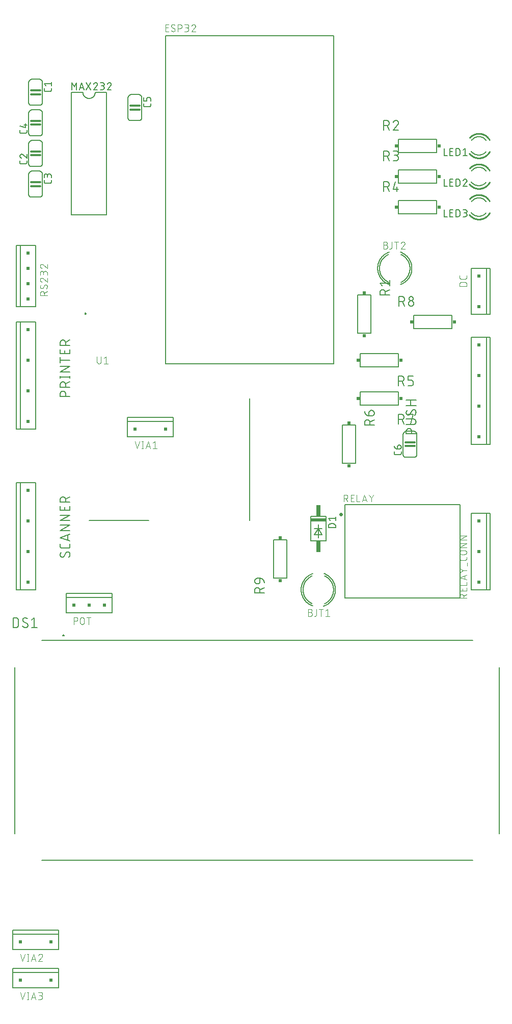
<source format=gbr>
G04 EAGLE Gerber RS-274X export*
G75*
%MOMM*%
%FSLAX34Y34*%
%LPD*%
%INSilkscreen Top*%
%IPPOS*%
%AMOC8*
5,1,8,0,0,1.08239X$1,22.5*%
G01*
%ADD10C,0.203200*%
%ADD11C,0.101600*%
%ADD12C,0.152400*%
%ADD13C,0.304800*%
%ADD14C,0.127000*%
%ADD15R,2.540000X0.508000*%
%ADD16R,0.762000X1.905000*%
%ADD17R,0.508000X0.508000*%
%ADD18C,0.200000*%
%ADD19C,0.254000*%
%ADD20R,0.600000X0.555000*%
%ADD21C,0.177800*%
%ADD22R,0.555000X0.600000*%
%ADD23C,0.300000*%


D10*
X529950Y125400D02*
X529700Y125400D01*
X529700Y125401D02*
X530358Y125631D01*
X531010Y125877D01*
X531656Y126138D01*
X532295Y126416D01*
X532927Y126709D01*
X533552Y127018D01*
X534169Y127342D01*
X534778Y127681D01*
X535379Y128034D01*
X535970Y128403D01*
X536553Y128785D01*
X537126Y129182D01*
X537689Y129593D01*
X538242Y130017D01*
X538784Y130455D01*
X539315Y130906D01*
X539835Y131370D01*
X540344Y131847D01*
X540841Y132335D01*
X541325Y132836D01*
X541798Y133349D01*
X542257Y133873D01*
X542704Y134408D01*
X543137Y134954D01*
X543557Y135510D01*
X543963Y136077D01*
X544355Y136653D01*
X544733Y137238D01*
X545096Y137833D01*
X545445Y138437D01*
X545778Y139048D01*
X546097Y139668D01*
X546400Y140296D01*
X546688Y140930D01*
X546961Y141572D01*
X547217Y142220D01*
X547458Y142874D01*
X547682Y143534D01*
X547890Y144199D01*
X548082Y144869D01*
X548258Y145543D01*
X548416Y146222D01*
X548558Y146904D01*
X548684Y147590D01*
X548792Y148278D01*
X548884Y148969D01*
X548959Y149662D01*
X549016Y150357D01*
X549057Y151052D01*
X549080Y151749D01*
X549087Y152446D01*
X549076Y153143D01*
X549049Y153839D01*
X549004Y154535D01*
X548942Y155229D01*
X548863Y155921D01*
X548768Y156612D01*
X548655Y157299D01*
X548526Y157984D01*
X548380Y158666D01*
X548217Y159343D01*
X548037Y160017D01*
X547842Y160686D01*
X547630Y161350D01*
X547401Y162008D01*
X547157Y162661D01*
X546897Y163307D01*
X546620Y163947D01*
X546329Y164580D01*
X546022Y165206D01*
X545699Y165824D01*
X545362Y166434D01*
X545010Y167035D01*
X544643Y167627D01*
X544262Y168211D01*
X543866Y168785D01*
X543457Y169349D01*
X543034Y169903D01*
X542597Y170446D01*
X542148Y170978D01*
X541685Y171500D01*
X541210Y172009D01*
X540722Y172507D01*
X540223Y172993D01*
X539711Y173467D01*
X539188Y173928D01*
X538654Y174375D01*
X538110Y174810D01*
X537554Y175231D01*
X536989Y175639D01*
X536414Y176032D01*
X535829Y176411D01*
X535235Y176776D01*
X534632Y177126D01*
X534021Y177462D01*
X533402Y177782D01*
X532776Y178087D01*
X532142Y178376D01*
X531501Y178650D01*
X530853Y178908D01*
X530200Y179150D01*
X511200Y179150D02*
X510549Y178914D01*
X509903Y178662D01*
X509264Y178394D01*
X508632Y178111D01*
X508006Y177812D01*
X507389Y177498D01*
X506779Y177169D01*
X506177Y176826D01*
X505584Y176467D01*
X505000Y176094D01*
X504425Y175708D01*
X503860Y175307D01*
X503304Y174892D01*
X502759Y174464D01*
X502225Y174023D01*
X501702Y173569D01*
X501190Y173102D01*
X500689Y172623D01*
X500200Y172132D01*
X499724Y171628D01*
X499260Y171114D01*
X498808Y170588D01*
X498370Y170051D01*
X497945Y169504D01*
X497533Y168947D01*
X497136Y168379D01*
X496752Y167802D01*
X496382Y167216D01*
X496027Y166621D01*
X495687Y166018D01*
X495361Y165406D01*
X495050Y164787D01*
X494755Y164160D01*
X494475Y163526D01*
X494211Y162885D01*
X493962Y162239D01*
X493730Y161586D01*
X493513Y160928D01*
X493312Y160264D01*
X493128Y159596D01*
X492960Y158924D01*
X492809Y158248D01*
X492674Y157568D01*
X492556Y156885D01*
X492455Y156200D01*
X492370Y155512D01*
X492303Y154822D01*
X492252Y154131D01*
X492218Y153439D01*
X492201Y152746D01*
X492201Y152054D01*
X492218Y151361D01*
X492252Y150669D01*
X492303Y149978D01*
X492370Y149288D01*
X492455Y148600D01*
X492556Y147915D01*
X492674Y147232D01*
X492809Y146552D01*
X492960Y145876D01*
X493128Y145204D01*
X493312Y144536D01*
X493513Y143872D01*
X493730Y143214D01*
X493962Y142561D01*
X494211Y141915D01*
X494475Y141274D01*
X494755Y140640D01*
X495050Y140013D01*
X495361Y139394D01*
X495687Y138782D01*
X496027Y138179D01*
X496382Y137584D01*
X496752Y136998D01*
X497136Y136421D01*
X497533Y135853D01*
X497945Y135296D01*
X498370Y134749D01*
X498808Y134212D01*
X499260Y133686D01*
X499724Y133172D01*
X500200Y132668D01*
X500689Y132177D01*
X501190Y131698D01*
X501702Y131231D01*
X502225Y130777D01*
X502759Y130336D01*
X503304Y129908D01*
X503860Y129493D01*
X504425Y129092D01*
X505000Y128706D01*
X505584Y128333D01*
X506177Y127974D01*
X506779Y127631D01*
X507389Y127302D01*
X508006Y126988D01*
X508632Y126689D01*
X509264Y126406D01*
X509903Y126138D01*
X510549Y125886D01*
X511200Y125650D01*
X530700Y129150D02*
X531261Y129400D01*
X531816Y129663D01*
X532365Y129940D01*
X532906Y130230D01*
X533441Y130533D01*
X533968Y130849D01*
X534487Y131177D01*
X534998Y131518D01*
X535500Y131872D01*
X535994Y132237D01*
X536479Y132614D01*
X536954Y133003D01*
X537420Y133404D01*
X537876Y133815D01*
X538322Y134238D01*
X538758Y134671D01*
X539182Y135115D01*
X539596Y135569D01*
X539999Y136033D01*
X540391Y136506D01*
X540770Y136989D01*
X541138Y137481D01*
X541494Y137982D01*
X541838Y138491D01*
X542169Y139008D01*
X542488Y139534D01*
X542793Y140066D01*
X543086Y140607D01*
X543365Y141154D01*
X543632Y141707D01*
X543884Y142267D01*
X544123Y142833D01*
X544348Y143405D01*
X544559Y143982D01*
X544756Y144564D01*
X544939Y145150D01*
X545108Y145741D01*
X545262Y146336D01*
X545401Y146934D01*
X545527Y147535D01*
X545637Y148140D01*
X545733Y148746D01*
X545814Y149355D01*
X545880Y149966D01*
X545931Y150578D01*
X545968Y151191D01*
X545989Y151805D01*
X545996Y152420D01*
X545988Y153034D01*
X545965Y153648D01*
X545926Y154261D01*
X545873Y154873D01*
X545806Y155484D01*
X545723Y156092D01*
X545626Y156699D01*
X545514Y157303D01*
X545387Y157904D01*
X545246Y158502D01*
X545090Y159096D01*
X544920Y159686D01*
X544735Y160272D01*
X544537Y160854D01*
X544324Y161430D01*
X544097Y162001D01*
X543857Y162566D01*
X543603Y163126D01*
X543335Y163679D01*
X543055Y164225D01*
X542760Y164764D01*
X542453Y165296D01*
X542133Y165821D01*
X541801Y166337D01*
X541456Y166846D01*
X541099Y167345D01*
X540729Y167836D01*
X540348Y168318D01*
X539956Y168791D01*
X539552Y169253D01*
X539136Y169706D01*
X538710Y170149D01*
X538274Y170581D01*
X537827Y171002D01*
X537370Y171413D01*
X536903Y171812D01*
X536426Y172200D01*
X535940Y172576D01*
X535446Y172940D01*
X534942Y173292D01*
X534430Y173631D01*
X533910Y173959D01*
X533383Y174273D01*
X532847Y174575D01*
X532305Y174863D01*
X531756Y175138D01*
X531200Y175400D01*
X510700Y175650D02*
X510139Y175400D01*
X509584Y175137D01*
X509035Y174860D01*
X508494Y174570D01*
X507959Y174267D01*
X507432Y173951D01*
X506913Y173623D01*
X506402Y173282D01*
X505900Y172928D01*
X505406Y172563D01*
X504921Y172186D01*
X504446Y171797D01*
X503980Y171396D01*
X503524Y170985D01*
X503078Y170562D01*
X502642Y170129D01*
X502218Y169685D01*
X501804Y169231D01*
X501401Y168767D01*
X501009Y168294D01*
X500630Y167811D01*
X500262Y167319D01*
X499906Y166818D01*
X499562Y166309D01*
X499231Y165792D01*
X498912Y165266D01*
X498607Y164734D01*
X498314Y164193D01*
X498035Y163646D01*
X497768Y163093D01*
X497516Y162533D01*
X497277Y161967D01*
X497052Y161395D01*
X496841Y160818D01*
X496644Y160236D01*
X496461Y159650D01*
X496292Y159059D01*
X496138Y158464D01*
X495999Y157866D01*
X495873Y157265D01*
X495763Y156660D01*
X495667Y156054D01*
X495586Y155445D01*
X495520Y154834D01*
X495469Y154222D01*
X495432Y153609D01*
X495411Y152995D01*
X495404Y152380D01*
X495412Y151766D01*
X495435Y151152D01*
X495474Y150539D01*
X495527Y149927D01*
X495594Y149316D01*
X495677Y148708D01*
X495774Y148101D01*
X495886Y147497D01*
X496013Y146896D01*
X496154Y146298D01*
X496310Y145704D01*
X496480Y145114D01*
X496665Y144528D01*
X496863Y143946D01*
X497076Y143370D01*
X497303Y142799D01*
X497543Y142234D01*
X497797Y141674D01*
X498065Y141121D01*
X498345Y140575D01*
X498640Y140036D01*
X498947Y139504D01*
X499267Y138979D01*
X499599Y138463D01*
X499944Y137954D01*
X500301Y137455D01*
X500671Y136964D01*
X501052Y136482D01*
X501444Y136009D01*
X501848Y135547D01*
X502264Y135094D01*
X502690Y134651D01*
X503126Y134219D01*
X503573Y133798D01*
X504030Y133387D01*
X504497Y132988D01*
X504974Y132600D01*
X505460Y132224D01*
X505954Y131860D01*
X506458Y131508D01*
X506970Y131169D01*
X507490Y130841D01*
X508017Y130527D01*
X508553Y130225D01*
X509095Y129937D01*
X509644Y129662D01*
X510200Y129400D01*
D11*
X507210Y114949D02*
X503964Y114949D01*
X507210Y114950D02*
X507323Y114948D01*
X507436Y114942D01*
X507549Y114932D01*
X507662Y114918D01*
X507774Y114901D01*
X507885Y114879D01*
X507995Y114854D01*
X508105Y114824D01*
X508213Y114791D01*
X508320Y114754D01*
X508426Y114714D01*
X508530Y114669D01*
X508633Y114621D01*
X508734Y114570D01*
X508833Y114515D01*
X508930Y114457D01*
X509025Y114395D01*
X509118Y114330D01*
X509208Y114262D01*
X509296Y114191D01*
X509382Y114116D01*
X509465Y114039D01*
X509545Y113959D01*
X509622Y113876D01*
X509697Y113790D01*
X509768Y113702D01*
X509836Y113612D01*
X509901Y113519D01*
X509963Y113424D01*
X510021Y113327D01*
X510076Y113228D01*
X510127Y113127D01*
X510175Y113024D01*
X510220Y112920D01*
X510260Y112814D01*
X510297Y112707D01*
X510330Y112599D01*
X510360Y112489D01*
X510385Y112379D01*
X510407Y112268D01*
X510424Y112156D01*
X510438Y112043D01*
X510448Y111930D01*
X510454Y111817D01*
X510456Y111704D01*
X510454Y111591D01*
X510448Y111478D01*
X510438Y111365D01*
X510424Y111252D01*
X510407Y111140D01*
X510385Y111029D01*
X510360Y110919D01*
X510330Y110809D01*
X510297Y110701D01*
X510260Y110594D01*
X510220Y110488D01*
X510175Y110384D01*
X510127Y110281D01*
X510076Y110180D01*
X510021Y110081D01*
X509963Y109984D01*
X509901Y109889D01*
X509836Y109796D01*
X509768Y109706D01*
X509697Y109618D01*
X509622Y109532D01*
X509545Y109449D01*
X509465Y109369D01*
X509382Y109292D01*
X509296Y109217D01*
X509208Y109146D01*
X509118Y109078D01*
X509025Y109013D01*
X508930Y108951D01*
X508833Y108893D01*
X508734Y108838D01*
X508633Y108787D01*
X508530Y108739D01*
X508426Y108694D01*
X508320Y108654D01*
X508213Y108617D01*
X508105Y108584D01*
X507995Y108554D01*
X507885Y108529D01*
X507774Y108507D01*
X507662Y108490D01*
X507549Y108476D01*
X507436Y108466D01*
X507323Y108460D01*
X507210Y108458D01*
X503964Y108458D01*
X503964Y120142D01*
X507210Y120142D01*
X507311Y120140D01*
X507411Y120134D01*
X507511Y120124D01*
X507611Y120111D01*
X507710Y120093D01*
X507809Y120072D01*
X507906Y120047D01*
X508003Y120018D01*
X508098Y119985D01*
X508192Y119949D01*
X508284Y119909D01*
X508375Y119866D01*
X508464Y119819D01*
X508551Y119769D01*
X508637Y119715D01*
X508720Y119658D01*
X508800Y119598D01*
X508879Y119535D01*
X508955Y119468D01*
X509028Y119399D01*
X509098Y119327D01*
X509166Y119253D01*
X509231Y119176D01*
X509292Y119096D01*
X509351Y119014D01*
X509406Y118930D01*
X509458Y118844D01*
X509507Y118756D01*
X509552Y118666D01*
X509594Y118574D01*
X509632Y118481D01*
X509666Y118386D01*
X509697Y118291D01*
X509724Y118194D01*
X509747Y118096D01*
X509767Y117997D01*
X509782Y117897D01*
X509794Y117797D01*
X509802Y117697D01*
X509806Y117596D01*
X509806Y117496D01*
X509802Y117395D01*
X509794Y117295D01*
X509782Y117195D01*
X509767Y117095D01*
X509747Y116996D01*
X509724Y116898D01*
X509697Y116801D01*
X509666Y116706D01*
X509632Y116611D01*
X509594Y116518D01*
X509552Y116426D01*
X509507Y116336D01*
X509458Y116248D01*
X509406Y116162D01*
X509351Y116078D01*
X509292Y115996D01*
X509231Y115916D01*
X509166Y115839D01*
X509098Y115765D01*
X509028Y115693D01*
X508955Y115624D01*
X508879Y115557D01*
X508800Y115494D01*
X508720Y115434D01*
X508637Y115377D01*
X508551Y115323D01*
X508464Y115273D01*
X508375Y115226D01*
X508284Y115183D01*
X508192Y115143D01*
X508098Y115107D01*
X508003Y115074D01*
X507906Y115045D01*
X507809Y115020D01*
X507710Y114999D01*
X507611Y114981D01*
X507511Y114968D01*
X507411Y114958D01*
X507311Y114952D01*
X507210Y114950D01*
X517572Y111054D02*
X517572Y120142D01*
X517571Y111054D02*
X517569Y110955D01*
X517563Y110855D01*
X517554Y110756D01*
X517541Y110658D01*
X517524Y110560D01*
X517503Y110462D01*
X517478Y110366D01*
X517450Y110271D01*
X517418Y110177D01*
X517383Y110084D01*
X517344Y109992D01*
X517301Y109902D01*
X517256Y109814D01*
X517206Y109727D01*
X517154Y109643D01*
X517098Y109560D01*
X517040Y109480D01*
X516978Y109402D01*
X516913Y109327D01*
X516845Y109254D01*
X516775Y109184D01*
X516702Y109116D01*
X516627Y109051D01*
X516549Y108989D01*
X516469Y108931D01*
X516386Y108875D01*
X516302Y108823D01*
X516215Y108773D01*
X516127Y108728D01*
X516037Y108685D01*
X515945Y108646D01*
X515852Y108611D01*
X515758Y108579D01*
X515663Y108551D01*
X515567Y108526D01*
X515469Y108505D01*
X515371Y108488D01*
X515273Y108475D01*
X515174Y108466D01*
X515074Y108460D01*
X514975Y108458D01*
X513677Y108458D01*
X525328Y108458D02*
X525328Y120142D01*
X522083Y120142D02*
X528574Y120142D01*
X532751Y117546D02*
X535996Y120142D01*
X535996Y108458D01*
X532751Y108458D02*
X539242Y108458D01*
D10*
X638450Y712800D02*
X638700Y712800D01*
X638700Y712799D02*
X638042Y712569D01*
X637390Y712323D01*
X636744Y712062D01*
X636105Y711784D01*
X635473Y711491D01*
X634848Y711182D01*
X634231Y710858D01*
X633622Y710519D01*
X633021Y710166D01*
X632430Y709797D01*
X631847Y709415D01*
X631274Y709018D01*
X630711Y708607D01*
X630158Y708183D01*
X629616Y707745D01*
X629085Y707294D01*
X628565Y706830D01*
X628056Y706353D01*
X627559Y705865D01*
X627075Y705364D01*
X626602Y704851D01*
X626143Y704327D01*
X625696Y703792D01*
X625263Y703246D01*
X624843Y702690D01*
X624437Y702123D01*
X624045Y701547D01*
X623667Y700962D01*
X623304Y700367D01*
X622955Y699763D01*
X622622Y699152D01*
X622303Y698532D01*
X622000Y697904D01*
X621712Y697270D01*
X621439Y696628D01*
X621183Y695980D01*
X620942Y695326D01*
X620718Y694666D01*
X620510Y694001D01*
X620318Y693331D01*
X620142Y692657D01*
X619984Y691978D01*
X619842Y691296D01*
X619716Y690610D01*
X619608Y689922D01*
X619516Y689231D01*
X619441Y688538D01*
X619384Y687843D01*
X619343Y687148D01*
X619320Y686451D01*
X619313Y685754D01*
X619324Y685057D01*
X619351Y684361D01*
X619396Y683665D01*
X619458Y682971D01*
X619537Y682279D01*
X619632Y681588D01*
X619745Y680901D01*
X619874Y680216D01*
X620020Y679534D01*
X620183Y678857D01*
X620363Y678183D01*
X620558Y677514D01*
X620770Y676850D01*
X620999Y676192D01*
X621243Y675539D01*
X621503Y674893D01*
X621780Y674253D01*
X622071Y673620D01*
X622378Y672994D01*
X622701Y672376D01*
X623038Y671766D01*
X623390Y671165D01*
X623757Y670573D01*
X624138Y669989D01*
X624534Y669415D01*
X624943Y668851D01*
X625366Y668297D01*
X625803Y667754D01*
X626252Y667222D01*
X626715Y666700D01*
X627190Y666191D01*
X627678Y665693D01*
X628177Y665207D01*
X628689Y664733D01*
X629212Y664272D01*
X629746Y663825D01*
X630290Y663390D01*
X630846Y662969D01*
X631411Y662561D01*
X631986Y662168D01*
X632571Y661789D01*
X633165Y661424D01*
X633768Y661074D01*
X634379Y660738D01*
X634998Y660418D01*
X635624Y660113D01*
X636258Y659824D01*
X636899Y659550D01*
X637547Y659292D01*
X638200Y659050D01*
X657200Y659050D02*
X657851Y659286D01*
X658497Y659538D01*
X659136Y659806D01*
X659768Y660089D01*
X660394Y660388D01*
X661011Y660702D01*
X661621Y661031D01*
X662223Y661374D01*
X662816Y661733D01*
X663400Y662106D01*
X663975Y662492D01*
X664540Y662893D01*
X665096Y663308D01*
X665641Y663736D01*
X666175Y664177D01*
X666698Y664631D01*
X667210Y665098D01*
X667711Y665577D01*
X668200Y666068D01*
X668676Y666572D01*
X669140Y667086D01*
X669592Y667612D01*
X670030Y668149D01*
X670455Y668696D01*
X670867Y669253D01*
X671264Y669821D01*
X671648Y670398D01*
X672018Y670984D01*
X672373Y671579D01*
X672713Y672182D01*
X673039Y672794D01*
X673350Y673413D01*
X673645Y674040D01*
X673925Y674674D01*
X674189Y675315D01*
X674438Y675961D01*
X674670Y676614D01*
X674887Y677272D01*
X675088Y677936D01*
X675272Y678604D01*
X675440Y679276D01*
X675591Y679952D01*
X675726Y680632D01*
X675844Y681315D01*
X675945Y682000D01*
X676030Y682688D01*
X676097Y683378D01*
X676148Y684069D01*
X676182Y684761D01*
X676199Y685454D01*
X676199Y686146D01*
X676182Y686839D01*
X676148Y687531D01*
X676097Y688222D01*
X676030Y688912D01*
X675945Y689600D01*
X675844Y690285D01*
X675726Y690968D01*
X675591Y691648D01*
X675440Y692324D01*
X675272Y692996D01*
X675088Y693664D01*
X674887Y694328D01*
X674670Y694986D01*
X674438Y695639D01*
X674189Y696285D01*
X673925Y696926D01*
X673645Y697560D01*
X673350Y698187D01*
X673039Y698806D01*
X672713Y699418D01*
X672373Y700021D01*
X672018Y700616D01*
X671648Y701202D01*
X671264Y701779D01*
X670867Y702347D01*
X670455Y702904D01*
X670030Y703451D01*
X669592Y703988D01*
X669140Y704514D01*
X668676Y705028D01*
X668200Y705532D01*
X667711Y706023D01*
X667210Y706502D01*
X666698Y706969D01*
X666175Y707423D01*
X665641Y707864D01*
X665096Y708292D01*
X664540Y708707D01*
X663975Y709108D01*
X663400Y709494D01*
X662816Y709867D01*
X662223Y710226D01*
X661621Y710569D01*
X661011Y710898D01*
X660394Y711212D01*
X659768Y711511D01*
X659136Y711794D01*
X658497Y712062D01*
X657851Y712314D01*
X657200Y712550D01*
X637700Y709050D02*
X637139Y708800D01*
X636584Y708537D01*
X636035Y708260D01*
X635494Y707970D01*
X634959Y707667D01*
X634432Y707351D01*
X633913Y707023D01*
X633402Y706682D01*
X632900Y706328D01*
X632406Y705963D01*
X631921Y705586D01*
X631446Y705197D01*
X630980Y704796D01*
X630524Y704385D01*
X630078Y703962D01*
X629642Y703529D01*
X629218Y703085D01*
X628804Y702631D01*
X628401Y702167D01*
X628009Y701694D01*
X627630Y701211D01*
X627262Y700719D01*
X626906Y700218D01*
X626562Y699709D01*
X626231Y699192D01*
X625912Y698666D01*
X625607Y698134D01*
X625314Y697593D01*
X625035Y697046D01*
X624768Y696493D01*
X624516Y695933D01*
X624277Y695367D01*
X624052Y694795D01*
X623841Y694218D01*
X623644Y693636D01*
X623461Y693050D01*
X623292Y692459D01*
X623138Y691864D01*
X622999Y691266D01*
X622873Y690665D01*
X622763Y690060D01*
X622667Y689454D01*
X622586Y688845D01*
X622520Y688234D01*
X622469Y687622D01*
X622432Y687009D01*
X622411Y686395D01*
X622404Y685780D01*
X622412Y685166D01*
X622435Y684552D01*
X622474Y683939D01*
X622527Y683327D01*
X622594Y682716D01*
X622677Y682108D01*
X622774Y681501D01*
X622886Y680897D01*
X623013Y680296D01*
X623154Y679698D01*
X623310Y679104D01*
X623480Y678514D01*
X623665Y677928D01*
X623863Y677346D01*
X624076Y676770D01*
X624303Y676199D01*
X624543Y675634D01*
X624797Y675074D01*
X625065Y674521D01*
X625345Y673975D01*
X625640Y673436D01*
X625947Y672904D01*
X626267Y672379D01*
X626599Y671863D01*
X626944Y671354D01*
X627301Y670855D01*
X627671Y670364D01*
X628052Y669882D01*
X628444Y669409D01*
X628848Y668947D01*
X629264Y668494D01*
X629690Y668051D01*
X630126Y667619D01*
X630573Y667198D01*
X631030Y666787D01*
X631497Y666388D01*
X631974Y666000D01*
X632460Y665624D01*
X632954Y665260D01*
X633458Y664908D01*
X633970Y664569D01*
X634490Y664241D01*
X635017Y663927D01*
X635553Y663625D01*
X636095Y663337D01*
X636644Y663062D01*
X637200Y662800D01*
X657700Y662550D02*
X658261Y662800D01*
X658816Y663063D01*
X659365Y663340D01*
X659906Y663630D01*
X660441Y663933D01*
X660968Y664249D01*
X661487Y664577D01*
X661998Y664918D01*
X662500Y665272D01*
X662994Y665637D01*
X663479Y666014D01*
X663954Y666403D01*
X664420Y666804D01*
X664876Y667215D01*
X665322Y667638D01*
X665758Y668071D01*
X666182Y668515D01*
X666596Y668969D01*
X666999Y669433D01*
X667391Y669906D01*
X667770Y670389D01*
X668138Y670881D01*
X668494Y671382D01*
X668838Y671891D01*
X669169Y672408D01*
X669488Y672934D01*
X669793Y673466D01*
X670086Y674007D01*
X670365Y674554D01*
X670632Y675107D01*
X670884Y675667D01*
X671123Y676233D01*
X671348Y676805D01*
X671559Y677382D01*
X671756Y677964D01*
X671939Y678550D01*
X672108Y679141D01*
X672262Y679736D01*
X672401Y680334D01*
X672527Y680935D01*
X672637Y681540D01*
X672733Y682146D01*
X672814Y682755D01*
X672880Y683366D01*
X672931Y683978D01*
X672968Y684591D01*
X672989Y685205D01*
X672996Y685820D01*
X672988Y686434D01*
X672965Y687048D01*
X672926Y687661D01*
X672873Y688273D01*
X672806Y688884D01*
X672723Y689492D01*
X672626Y690099D01*
X672514Y690703D01*
X672387Y691304D01*
X672246Y691902D01*
X672090Y692496D01*
X671920Y693086D01*
X671735Y693672D01*
X671537Y694254D01*
X671324Y694830D01*
X671097Y695401D01*
X670857Y695966D01*
X670603Y696526D01*
X670335Y697079D01*
X670055Y697625D01*
X669760Y698164D01*
X669453Y698696D01*
X669133Y699221D01*
X668801Y699737D01*
X668456Y700246D01*
X668099Y700745D01*
X667729Y701236D01*
X667348Y701718D01*
X666956Y702191D01*
X666552Y702653D01*
X666136Y703106D01*
X665710Y703549D01*
X665274Y703981D01*
X664827Y704402D01*
X664370Y704813D01*
X663903Y705212D01*
X663426Y705600D01*
X662940Y705976D01*
X662446Y706340D01*
X661942Y706692D01*
X661430Y707031D01*
X660910Y707359D01*
X660383Y707673D01*
X659847Y707975D01*
X659305Y708263D01*
X658756Y708538D01*
X658200Y708800D01*
D11*
X632404Y724549D02*
X629158Y724549D01*
X632404Y724550D02*
X632517Y724548D01*
X632630Y724542D01*
X632743Y724532D01*
X632856Y724518D01*
X632968Y724501D01*
X633079Y724479D01*
X633189Y724454D01*
X633299Y724424D01*
X633407Y724391D01*
X633514Y724354D01*
X633620Y724314D01*
X633724Y724269D01*
X633827Y724221D01*
X633928Y724170D01*
X634027Y724115D01*
X634124Y724057D01*
X634219Y723995D01*
X634312Y723930D01*
X634402Y723862D01*
X634490Y723791D01*
X634576Y723716D01*
X634659Y723639D01*
X634739Y723559D01*
X634816Y723476D01*
X634891Y723390D01*
X634962Y723302D01*
X635030Y723212D01*
X635095Y723119D01*
X635157Y723024D01*
X635215Y722927D01*
X635270Y722828D01*
X635321Y722727D01*
X635369Y722624D01*
X635414Y722520D01*
X635454Y722414D01*
X635491Y722307D01*
X635524Y722199D01*
X635554Y722089D01*
X635579Y721979D01*
X635601Y721868D01*
X635618Y721756D01*
X635632Y721643D01*
X635642Y721530D01*
X635648Y721417D01*
X635650Y721304D01*
X635648Y721191D01*
X635642Y721078D01*
X635632Y720965D01*
X635618Y720852D01*
X635601Y720740D01*
X635579Y720629D01*
X635554Y720519D01*
X635524Y720409D01*
X635491Y720301D01*
X635454Y720194D01*
X635414Y720088D01*
X635369Y719984D01*
X635321Y719881D01*
X635270Y719780D01*
X635215Y719681D01*
X635157Y719584D01*
X635095Y719489D01*
X635030Y719396D01*
X634962Y719306D01*
X634891Y719218D01*
X634816Y719132D01*
X634739Y719049D01*
X634659Y718969D01*
X634576Y718892D01*
X634490Y718817D01*
X634402Y718746D01*
X634312Y718678D01*
X634219Y718613D01*
X634124Y718551D01*
X634027Y718493D01*
X633928Y718438D01*
X633827Y718387D01*
X633724Y718339D01*
X633620Y718294D01*
X633514Y718254D01*
X633407Y718217D01*
X633299Y718184D01*
X633189Y718154D01*
X633079Y718129D01*
X632968Y718107D01*
X632856Y718090D01*
X632743Y718076D01*
X632630Y718066D01*
X632517Y718060D01*
X632404Y718058D01*
X629158Y718058D01*
X629158Y729742D01*
X632404Y729742D01*
X632505Y729740D01*
X632605Y729734D01*
X632705Y729724D01*
X632805Y729711D01*
X632904Y729693D01*
X633003Y729672D01*
X633100Y729647D01*
X633197Y729618D01*
X633292Y729585D01*
X633386Y729549D01*
X633478Y729509D01*
X633569Y729466D01*
X633658Y729419D01*
X633745Y729369D01*
X633831Y729315D01*
X633914Y729258D01*
X633994Y729198D01*
X634073Y729135D01*
X634149Y729068D01*
X634222Y728999D01*
X634292Y728927D01*
X634360Y728853D01*
X634425Y728776D01*
X634486Y728696D01*
X634545Y728614D01*
X634600Y728530D01*
X634652Y728444D01*
X634701Y728356D01*
X634746Y728266D01*
X634788Y728174D01*
X634826Y728081D01*
X634860Y727986D01*
X634891Y727891D01*
X634918Y727794D01*
X634941Y727696D01*
X634961Y727597D01*
X634976Y727497D01*
X634988Y727397D01*
X634996Y727297D01*
X635000Y727196D01*
X635000Y727096D01*
X634996Y726995D01*
X634988Y726895D01*
X634976Y726795D01*
X634961Y726695D01*
X634941Y726596D01*
X634918Y726498D01*
X634891Y726401D01*
X634860Y726306D01*
X634826Y726211D01*
X634788Y726118D01*
X634746Y726026D01*
X634701Y725936D01*
X634652Y725848D01*
X634600Y725762D01*
X634545Y725678D01*
X634486Y725596D01*
X634425Y725516D01*
X634360Y725439D01*
X634292Y725365D01*
X634222Y725293D01*
X634149Y725224D01*
X634073Y725157D01*
X633994Y725094D01*
X633914Y725034D01*
X633831Y724977D01*
X633745Y724923D01*
X633658Y724873D01*
X633569Y724826D01*
X633478Y724783D01*
X633386Y724743D01*
X633292Y724707D01*
X633197Y724674D01*
X633100Y724645D01*
X633003Y724620D01*
X632904Y724599D01*
X632805Y724581D01*
X632705Y724568D01*
X632605Y724558D01*
X632505Y724552D01*
X632404Y724550D01*
X642765Y720654D02*
X642765Y729742D01*
X642765Y720654D02*
X642763Y720555D01*
X642757Y720455D01*
X642748Y720356D01*
X642735Y720258D01*
X642718Y720160D01*
X642697Y720062D01*
X642672Y719966D01*
X642644Y719871D01*
X642612Y719777D01*
X642577Y719684D01*
X642538Y719592D01*
X642495Y719502D01*
X642450Y719414D01*
X642400Y719327D01*
X642348Y719243D01*
X642292Y719160D01*
X642234Y719080D01*
X642172Y719002D01*
X642107Y718927D01*
X642039Y718854D01*
X641969Y718784D01*
X641896Y718716D01*
X641821Y718651D01*
X641743Y718589D01*
X641663Y718531D01*
X641580Y718475D01*
X641496Y718423D01*
X641409Y718373D01*
X641321Y718328D01*
X641231Y718285D01*
X641139Y718246D01*
X641046Y718211D01*
X640952Y718179D01*
X640857Y718151D01*
X640761Y718126D01*
X640663Y718105D01*
X640565Y718088D01*
X640467Y718075D01*
X640368Y718066D01*
X640268Y718060D01*
X640169Y718058D01*
X638871Y718058D01*
X650522Y718058D02*
X650522Y729742D01*
X647277Y729742D02*
X653768Y729742D01*
X661515Y729742D02*
X661622Y729740D01*
X661728Y729734D01*
X661834Y729724D01*
X661940Y729711D01*
X662046Y729693D01*
X662150Y729672D01*
X662254Y729647D01*
X662357Y729618D01*
X662458Y729586D01*
X662558Y729549D01*
X662657Y729509D01*
X662755Y729466D01*
X662851Y729419D01*
X662945Y729368D01*
X663037Y729314D01*
X663127Y729257D01*
X663215Y729197D01*
X663300Y729133D01*
X663383Y729066D01*
X663464Y728996D01*
X663542Y728924D01*
X663618Y728848D01*
X663690Y728770D01*
X663760Y728689D01*
X663827Y728606D01*
X663891Y728521D01*
X663951Y728433D01*
X664008Y728343D01*
X664062Y728251D01*
X664113Y728157D01*
X664160Y728061D01*
X664203Y727963D01*
X664243Y727864D01*
X664280Y727764D01*
X664312Y727663D01*
X664341Y727560D01*
X664366Y727456D01*
X664387Y727352D01*
X664405Y727246D01*
X664418Y727140D01*
X664428Y727034D01*
X664434Y726928D01*
X664436Y726821D01*
X661515Y729742D02*
X661394Y729740D01*
X661273Y729734D01*
X661153Y729724D01*
X661032Y729711D01*
X660913Y729693D01*
X660793Y729672D01*
X660675Y729647D01*
X660558Y729618D01*
X660441Y729585D01*
X660326Y729549D01*
X660212Y729508D01*
X660099Y729465D01*
X659987Y729417D01*
X659878Y729366D01*
X659770Y729311D01*
X659663Y729253D01*
X659559Y729192D01*
X659457Y729127D01*
X659357Y729059D01*
X659259Y728988D01*
X659163Y728914D01*
X659070Y728837D01*
X658980Y728756D01*
X658892Y728673D01*
X658807Y728587D01*
X658724Y728498D01*
X658645Y728407D01*
X658568Y728313D01*
X658495Y728217D01*
X658425Y728119D01*
X658358Y728018D01*
X658294Y727915D01*
X658234Y727810D01*
X658177Y727703D01*
X658123Y727595D01*
X658073Y727485D01*
X658027Y727373D01*
X657984Y727260D01*
X657945Y727145D01*
X663462Y724549D02*
X663541Y724626D01*
X663617Y724707D01*
X663690Y724790D01*
X663760Y724875D01*
X663827Y724963D01*
X663891Y725053D01*
X663951Y725145D01*
X664008Y725240D01*
X664062Y725336D01*
X664113Y725434D01*
X664160Y725534D01*
X664204Y725636D01*
X664244Y725739D01*
X664280Y725843D01*
X664312Y725949D01*
X664341Y726055D01*
X664366Y726163D01*
X664388Y726271D01*
X664405Y726381D01*
X664419Y726490D01*
X664428Y726600D01*
X664434Y726711D01*
X664436Y726821D01*
X663462Y724549D02*
X657945Y718058D01*
X664436Y718058D01*
D12*
X57150Y999490D02*
X44450Y999490D01*
X57150Y999490D02*
X57290Y999488D01*
X57430Y999482D01*
X57570Y999473D01*
X57709Y999459D01*
X57848Y999442D01*
X57986Y999421D01*
X58124Y999396D01*
X58261Y999367D01*
X58397Y999335D01*
X58532Y999298D01*
X58666Y999258D01*
X58799Y999215D01*
X58931Y999167D01*
X59062Y999117D01*
X59191Y999062D01*
X59318Y999004D01*
X59444Y998943D01*
X59568Y998878D01*
X59690Y998809D01*
X59810Y998738D01*
X59928Y998663D01*
X60045Y998585D01*
X60159Y998503D01*
X60270Y998419D01*
X60379Y998331D01*
X60486Y998241D01*
X60591Y998147D01*
X60692Y998051D01*
X60791Y997952D01*
X60887Y997851D01*
X60981Y997746D01*
X61071Y997639D01*
X61159Y997530D01*
X61243Y997419D01*
X61325Y997305D01*
X61403Y997188D01*
X61478Y997070D01*
X61549Y996950D01*
X61618Y996828D01*
X61683Y996704D01*
X61744Y996578D01*
X61802Y996451D01*
X61857Y996322D01*
X61907Y996191D01*
X61955Y996059D01*
X61998Y995926D01*
X62038Y995792D01*
X62075Y995657D01*
X62107Y995521D01*
X62136Y995384D01*
X62161Y995246D01*
X62182Y995108D01*
X62199Y994969D01*
X62213Y994830D01*
X62222Y994690D01*
X62228Y994550D01*
X62230Y994410D01*
X44450Y999490D02*
X44310Y999488D01*
X44170Y999482D01*
X44030Y999473D01*
X43891Y999459D01*
X43752Y999442D01*
X43614Y999421D01*
X43476Y999396D01*
X43339Y999367D01*
X43203Y999335D01*
X43068Y999298D01*
X42934Y999258D01*
X42801Y999215D01*
X42669Y999167D01*
X42538Y999117D01*
X42409Y999062D01*
X42282Y999004D01*
X42156Y998943D01*
X42032Y998878D01*
X41910Y998809D01*
X41790Y998738D01*
X41672Y998663D01*
X41555Y998585D01*
X41441Y998503D01*
X41330Y998419D01*
X41221Y998331D01*
X41114Y998241D01*
X41009Y998147D01*
X40908Y998051D01*
X40809Y997952D01*
X40713Y997851D01*
X40619Y997746D01*
X40529Y997639D01*
X40441Y997530D01*
X40357Y997419D01*
X40275Y997305D01*
X40197Y997188D01*
X40122Y997070D01*
X40051Y996950D01*
X39982Y996828D01*
X39917Y996704D01*
X39856Y996578D01*
X39798Y996451D01*
X39743Y996322D01*
X39693Y996191D01*
X39645Y996059D01*
X39602Y995926D01*
X39562Y995792D01*
X39525Y995657D01*
X39493Y995521D01*
X39464Y995384D01*
X39439Y995246D01*
X39418Y995108D01*
X39401Y994969D01*
X39387Y994830D01*
X39378Y994690D01*
X39372Y994550D01*
X39370Y994410D01*
X62230Y994410D02*
X62230Y961390D01*
X57150Y956310D02*
X44450Y956310D01*
X39370Y961390D02*
X39370Y994410D01*
X62230Y961390D02*
X62228Y961250D01*
X62222Y961110D01*
X62213Y960970D01*
X62199Y960831D01*
X62182Y960692D01*
X62161Y960554D01*
X62136Y960416D01*
X62107Y960279D01*
X62075Y960143D01*
X62038Y960008D01*
X61998Y959874D01*
X61955Y959741D01*
X61907Y959609D01*
X61857Y959478D01*
X61802Y959349D01*
X61744Y959222D01*
X61683Y959096D01*
X61618Y958972D01*
X61549Y958850D01*
X61478Y958730D01*
X61403Y958612D01*
X61325Y958495D01*
X61243Y958381D01*
X61159Y958270D01*
X61071Y958161D01*
X60981Y958054D01*
X60887Y957949D01*
X60791Y957848D01*
X60692Y957749D01*
X60591Y957653D01*
X60486Y957559D01*
X60379Y957469D01*
X60270Y957381D01*
X60159Y957297D01*
X60045Y957215D01*
X59928Y957137D01*
X59810Y957062D01*
X59690Y956991D01*
X59568Y956922D01*
X59444Y956857D01*
X59318Y956796D01*
X59191Y956738D01*
X59062Y956683D01*
X58931Y956633D01*
X58799Y956585D01*
X58666Y956542D01*
X58532Y956502D01*
X58397Y956465D01*
X58261Y956433D01*
X58124Y956404D01*
X57986Y956379D01*
X57848Y956358D01*
X57709Y956341D01*
X57570Y956327D01*
X57430Y956318D01*
X57290Y956312D01*
X57150Y956310D01*
X44450Y956310D02*
X44310Y956312D01*
X44170Y956318D01*
X44030Y956327D01*
X43891Y956341D01*
X43752Y956358D01*
X43614Y956379D01*
X43476Y956404D01*
X43339Y956433D01*
X43203Y956465D01*
X43068Y956502D01*
X42934Y956542D01*
X42801Y956585D01*
X42669Y956633D01*
X42538Y956683D01*
X42409Y956738D01*
X42282Y956796D01*
X42156Y956857D01*
X42032Y956922D01*
X41910Y956991D01*
X41790Y957062D01*
X41672Y957137D01*
X41555Y957215D01*
X41441Y957297D01*
X41330Y957381D01*
X41221Y957469D01*
X41114Y957559D01*
X41009Y957653D01*
X40908Y957749D01*
X40809Y957848D01*
X40713Y957949D01*
X40619Y958054D01*
X40529Y958161D01*
X40441Y958270D01*
X40357Y958381D01*
X40275Y958495D01*
X40197Y958612D01*
X40122Y958730D01*
X40051Y958850D01*
X39982Y958972D01*
X39917Y959096D01*
X39856Y959222D01*
X39798Y959349D01*
X39743Y959478D01*
X39693Y959609D01*
X39645Y959741D01*
X39602Y959874D01*
X39562Y960008D01*
X39525Y960143D01*
X39493Y960279D01*
X39464Y960416D01*
X39439Y960554D01*
X39418Y960692D01*
X39401Y960831D01*
X39387Y960970D01*
X39378Y961110D01*
X39372Y961250D01*
X39370Y961390D01*
D13*
X43180Y980948D02*
X58420Y980948D01*
X58420Y974598D02*
X43180Y974598D01*
D14*
X76835Y981673D02*
X76835Y984213D01*
X76835Y981673D02*
X76833Y981573D01*
X76827Y981474D01*
X76817Y981374D01*
X76804Y981276D01*
X76786Y981177D01*
X76765Y981080D01*
X76740Y980984D01*
X76711Y980888D01*
X76678Y980794D01*
X76642Y980701D01*
X76602Y980610D01*
X76558Y980520D01*
X76511Y980432D01*
X76461Y980346D01*
X76407Y980262D01*
X76350Y980180D01*
X76290Y980101D01*
X76226Y980023D01*
X76160Y979949D01*
X76091Y979877D01*
X76019Y979808D01*
X75945Y979742D01*
X75867Y979678D01*
X75788Y979618D01*
X75706Y979561D01*
X75622Y979507D01*
X75536Y979457D01*
X75448Y979410D01*
X75358Y979366D01*
X75267Y979326D01*
X75174Y979290D01*
X75080Y979257D01*
X74984Y979228D01*
X74888Y979203D01*
X74791Y979182D01*
X74692Y979164D01*
X74594Y979151D01*
X74494Y979141D01*
X74395Y979135D01*
X74295Y979133D01*
X67945Y979133D01*
X67845Y979135D01*
X67746Y979141D01*
X67646Y979151D01*
X67548Y979164D01*
X67449Y979182D01*
X67352Y979203D01*
X67256Y979228D01*
X67160Y979257D01*
X67066Y979290D01*
X66973Y979326D01*
X66882Y979366D01*
X66792Y979410D01*
X66704Y979457D01*
X66618Y979507D01*
X66534Y979561D01*
X66452Y979618D01*
X66373Y979678D01*
X66295Y979742D01*
X66221Y979808D01*
X66149Y979877D01*
X66080Y979949D01*
X66014Y980023D01*
X65950Y980101D01*
X65890Y980180D01*
X65833Y980262D01*
X65779Y980346D01*
X65729Y980432D01*
X65682Y980520D01*
X65638Y980610D01*
X65598Y980701D01*
X65562Y980794D01*
X65529Y980888D01*
X65500Y980984D01*
X65475Y981080D01*
X65454Y981177D01*
X65436Y981276D01*
X65423Y981374D01*
X65413Y981474D01*
X65407Y981573D01*
X65405Y981673D01*
X65405Y984213D01*
X67945Y988695D02*
X65405Y991870D01*
X76835Y991870D01*
X76835Y988695D02*
X76835Y995045D01*
D12*
X57150Y854710D02*
X44450Y854710D01*
X44310Y854712D01*
X44170Y854718D01*
X44030Y854727D01*
X43891Y854741D01*
X43752Y854758D01*
X43614Y854779D01*
X43476Y854804D01*
X43339Y854833D01*
X43203Y854865D01*
X43068Y854902D01*
X42934Y854942D01*
X42801Y854985D01*
X42669Y855033D01*
X42538Y855083D01*
X42409Y855138D01*
X42282Y855196D01*
X42156Y855257D01*
X42032Y855322D01*
X41910Y855391D01*
X41790Y855462D01*
X41672Y855537D01*
X41555Y855615D01*
X41441Y855697D01*
X41330Y855781D01*
X41221Y855869D01*
X41114Y855959D01*
X41009Y856053D01*
X40908Y856149D01*
X40809Y856248D01*
X40713Y856349D01*
X40619Y856454D01*
X40529Y856561D01*
X40441Y856670D01*
X40357Y856781D01*
X40275Y856895D01*
X40197Y857012D01*
X40122Y857130D01*
X40051Y857250D01*
X39982Y857372D01*
X39917Y857496D01*
X39856Y857622D01*
X39798Y857749D01*
X39743Y857878D01*
X39693Y858009D01*
X39645Y858141D01*
X39602Y858274D01*
X39562Y858408D01*
X39525Y858543D01*
X39493Y858679D01*
X39464Y858816D01*
X39439Y858954D01*
X39418Y859092D01*
X39401Y859231D01*
X39387Y859370D01*
X39378Y859510D01*
X39372Y859650D01*
X39370Y859790D01*
X57150Y854710D02*
X57290Y854712D01*
X57430Y854718D01*
X57570Y854727D01*
X57709Y854741D01*
X57848Y854758D01*
X57986Y854779D01*
X58124Y854804D01*
X58261Y854833D01*
X58397Y854865D01*
X58532Y854902D01*
X58666Y854942D01*
X58799Y854985D01*
X58931Y855033D01*
X59062Y855083D01*
X59191Y855138D01*
X59318Y855196D01*
X59444Y855257D01*
X59568Y855322D01*
X59690Y855391D01*
X59810Y855462D01*
X59928Y855537D01*
X60045Y855615D01*
X60159Y855697D01*
X60270Y855781D01*
X60379Y855869D01*
X60486Y855959D01*
X60591Y856053D01*
X60692Y856149D01*
X60791Y856248D01*
X60887Y856349D01*
X60981Y856454D01*
X61071Y856561D01*
X61159Y856670D01*
X61243Y856781D01*
X61325Y856895D01*
X61403Y857012D01*
X61478Y857130D01*
X61549Y857250D01*
X61618Y857372D01*
X61683Y857496D01*
X61744Y857622D01*
X61802Y857749D01*
X61857Y857878D01*
X61907Y858009D01*
X61955Y858141D01*
X61998Y858274D01*
X62038Y858408D01*
X62075Y858543D01*
X62107Y858679D01*
X62136Y858816D01*
X62161Y858954D01*
X62182Y859092D01*
X62199Y859231D01*
X62213Y859370D01*
X62222Y859510D01*
X62228Y859650D01*
X62230Y859790D01*
X39370Y859790D02*
X39370Y892810D01*
X44450Y897890D02*
X57150Y897890D01*
X62230Y892810D02*
X62230Y859790D01*
X39370Y892810D02*
X39372Y892950D01*
X39378Y893090D01*
X39387Y893230D01*
X39401Y893369D01*
X39418Y893508D01*
X39439Y893646D01*
X39464Y893784D01*
X39493Y893921D01*
X39525Y894057D01*
X39562Y894192D01*
X39602Y894326D01*
X39645Y894459D01*
X39693Y894591D01*
X39743Y894722D01*
X39798Y894851D01*
X39856Y894978D01*
X39917Y895104D01*
X39982Y895228D01*
X40051Y895350D01*
X40122Y895470D01*
X40197Y895588D01*
X40275Y895705D01*
X40357Y895819D01*
X40441Y895930D01*
X40529Y896039D01*
X40619Y896146D01*
X40713Y896251D01*
X40809Y896352D01*
X40908Y896451D01*
X41009Y896547D01*
X41114Y896641D01*
X41221Y896731D01*
X41330Y896819D01*
X41441Y896903D01*
X41555Y896985D01*
X41672Y897063D01*
X41790Y897138D01*
X41910Y897209D01*
X42032Y897278D01*
X42156Y897343D01*
X42282Y897404D01*
X42409Y897462D01*
X42538Y897517D01*
X42669Y897567D01*
X42801Y897615D01*
X42934Y897658D01*
X43068Y897698D01*
X43203Y897735D01*
X43339Y897767D01*
X43476Y897796D01*
X43614Y897821D01*
X43752Y897842D01*
X43891Y897859D01*
X44030Y897873D01*
X44170Y897882D01*
X44310Y897888D01*
X44450Y897890D01*
X57150Y897890D02*
X57290Y897888D01*
X57430Y897882D01*
X57570Y897873D01*
X57709Y897859D01*
X57848Y897842D01*
X57986Y897821D01*
X58124Y897796D01*
X58261Y897767D01*
X58397Y897735D01*
X58532Y897698D01*
X58666Y897658D01*
X58799Y897615D01*
X58931Y897567D01*
X59062Y897517D01*
X59191Y897462D01*
X59318Y897404D01*
X59444Y897343D01*
X59568Y897278D01*
X59690Y897209D01*
X59810Y897138D01*
X59928Y897063D01*
X60045Y896985D01*
X60159Y896903D01*
X60270Y896819D01*
X60379Y896731D01*
X60486Y896641D01*
X60591Y896547D01*
X60692Y896451D01*
X60791Y896352D01*
X60887Y896251D01*
X60981Y896146D01*
X61071Y896039D01*
X61159Y895930D01*
X61243Y895819D01*
X61325Y895705D01*
X61403Y895588D01*
X61478Y895470D01*
X61549Y895350D01*
X61618Y895228D01*
X61683Y895104D01*
X61744Y894978D01*
X61802Y894851D01*
X61857Y894722D01*
X61907Y894591D01*
X61955Y894459D01*
X61998Y894326D01*
X62038Y894192D01*
X62075Y894057D01*
X62107Y893921D01*
X62136Y893784D01*
X62161Y893646D01*
X62182Y893508D01*
X62199Y893369D01*
X62213Y893230D01*
X62222Y893090D01*
X62228Y892950D01*
X62230Y892810D01*
D13*
X58420Y873252D02*
X43180Y873252D01*
X43180Y879602D02*
X58420Y879602D01*
D14*
X36195Y864235D02*
X36195Y861695D01*
X36193Y861595D01*
X36187Y861496D01*
X36177Y861396D01*
X36164Y861298D01*
X36146Y861199D01*
X36125Y861102D01*
X36100Y861006D01*
X36071Y860910D01*
X36038Y860816D01*
X36002Y860723D01*
X35962Y860632D01*
X35918Y860542D01*
X35871Y860454D01*
X35821Y860368D01*
X35767Y860284D01*
X35710Y860202D01*
X35650Y860123D01*
X35586Y860045D01*
X35520Y859971D01*
X35451Y859899D01*
X35379Y859830D01*
X35305Y859764D01*
X35227Y859700D01*
X35148Y859640D01*
X35066Y859583D01*
X34982Y859529D01*
X34896Y859479D01*
X34808Y859432D01*
X34718Y859388D01*
X34627Y859348D01*
X34534Y859312D01*
X34440Y859279D01*
X34344Y859250D01*
X34248Y859225D01*
X34151Y859204D01*
X34052Y859186D01*
X33954Y859173D01*
X33854Y859163D01*
X33755Y859157D01*
X33655Y859155D01*
X27305Y859155D01*
X27205Y859157D01*
X27106Y859163D01*
X27006Y859173D01*
X26908Y859186D01*
X26809Y859204D01*
X26712Y859225D01*
X26616Y859250D01*
X26520Y859279D01*
X26426Y859312D01*
X26333Y859348D01*
X26242Y859388D01*
X26152Y859432D01*
X26064Y859479D01*
X25978Y859529D01*
X25894Y859583D01*
X25812Y859640D01*
X25733Y859700D01*
X25655Y859764D01*
X25581Y859830D01*
X25509Y859899D01*
X25440Y859971D01*
X25374Y860045D01*
X25310Y860123D01*
X25250Y860202D01*
X25193Y860284D01*
X25139Y860368D01*
X25089Y860454D01*
X25042Y860542D01*
X24998Y860632D01*
X24958Y860723D01*
X24922Y860816D01*
X24889Y860910D01*
X24860Y861006D01*
X24835Y861102D01*
X24814Y861199D01*
X24796Y861298D01*
X24783Y861396D01*
X24773Y861496D01*
X24767Y861595D01*
X24765Y861695D01*
X24765Y864235D01*
X24765Y872210D02*
X24767Y872314D01*
X24773Y872419D01*
X24782Y872523D01*
X24795Y872626D01*
X24813Y872729D01*
X24833Y872831D01*
X24858Y872933D01*
X24886Y873033D01*
X24918Y873133D01*
X24954Y873231D01*
X24993Y873328D01*
X25035Y873423D01*
X25081Y873517D01*
X25131Y873609D01*
X25183Y873699D01*
X25239Y873787D01*
X25299Y873873D01*
X25361Y873957D01*
X25426Y874038D01*
X25494Y874117D01*
X25566Y874194D01*
X25639Y874267D01*
X25716Y874339D01*
X25795Y874407D01*
X25876Y874472D01*
X25960Y874534D01*
X26046Y874594D01*
X26134Y874650D01*
X26224Y874702D01*
X26316Y874752D01*
X26410Y874798D01*
X26505Y874840D01*
X26602Y874879D01*
X26700Y874915D01*
X26800Y874947D01*
X26900Y874975D01*
X27002Y875000D01*
X27104Y875020D01*
X27207Y875038D01*
X27310Y875051D01*
X27414Y875060D01*
X27519Y875066D01*
X27623Y875068D01*
X24765Y872210D02*
X24767Y872092D01*
X24773Y871973D01*
X24782Y871855D01*
X24795Y871738D01*
X24813Y871621D01*
X24833Y871504D01*
X24858Y871388D01*
X24886Y871273D01*
X24919Y871160D01*
X24954Y871047D01*
X24994Y870935D01*
X25036Y870825D01*
X25083Y870716D01*
X25133Y870608D01*
X25186Y870503D01*
X25243Y870399D01*
X25303Y870297D01*
X25366Y870197D01*
X25433Y870099D01*
X25502Y870003D01*
X25575Y869910D01*
X25651Y869819D01*
X25729Y869730D01*
X25811Y869644D01*
X25895Y869561D01*
X25981Y869480D01*
X26071Y869403D01*
X26162Y869328D01*
X26256Y869256D01*
X26353Y869187D01*
X26451Y869122D01*
X26552Y869059D01*
X26655Y869000D01*
X26759Y868944D01*
X26865Y868892D01*
X26973Y868843D01*
X27082Y868798D01*
X27193Y868756D01*
X27305Y868718D01*
X29845Y874115D02*
X29770Y874191D01*
X29691Y874266D01*
X29610Y874337D01*
X29526Y874406D01*
X29440Y874471D01*
X29352Y874533D01*
X29262Y874593D01*
X29170Y874649D01*
X29075Y874702D01*
X28979Y874751D01*
X28881Y874797D01*
X28782Y874840D01*
X28681Y874879D01*
X28579Y874914D01*
X28476Y874946D01*
X28372Y874974D01*
X28267Y874999D01*
X28160Y875020D01*
X28054Y875037D01*
X27947Y875050D01*
X27839Y875059D01*
X27731Y875065D01*
X27623Y875067D01*
X29845Y874115D02*
X36195Y868717D01*
X36195Y875067D01*
D12*
X44450Y847090D02*
X57150Y847090D01*
X57290Y847088D01*
X57430Y847082D01*
X57570Y847073D01*
X57709Y847059D01*
X57848Y847042D01*
X57986Y847021D01*
X58124Y846996D01*
X58261Y846967D01*
X58397Y846935D01*
X58532Y846898D01*
X58666Y846858D01*
X58799Y846815D01*
X58931Y846767D01*
X59062Y846717D01*
X59191Y846662D01*
X59318Y846604D01*
X59444Y846543D01*
X59568Y846478D01*
X59690Y846409D01*
X59810Y846338D01*
X59928Y846263D01*
X60045Y846185D01*
X60159Y846103D01*
X60270Y846019D01*
X60379Y845931D01*
X60486Y845841D01*
X60591Y845747D01*
X60692Y845651D01*
X60791Y845552D01*
X60887Y845451D01*
X60981Y845346D01*
X61071Y845239D01*
X61159Y845130D01*
X61243Y845019D01*
X61325Y844905D01*
X61403Y844788D01*
X61478Y844670D01*
X61549Y844550D01*
X61618Y844428D01*
X61683Y844304D01*
X61744Y844178D01*
X61802Y844051D01*
X61857Y843922D01*
X61907Y843791D01*
X61955Y843659D01*
X61998Y843526D01*
X62038Y843392D01*
X62075Y843257D01*
X62107Y843121D01*
X62136Y842984D01*
X62161Y842846D01*
X62182Y842708D01*
X62199Y842569D01*
X62213Y842430D01*
X62222Y842290D01*
X62228Y842150D01*
X62230Y842010D01*
X44450Y847090D02*
X44310Y847088D01*
X44170Y847082D01*
X44030Y847073D01*
X43891Y847059D01*
X43752Y847042D01*
X43614Y847021D01*
X43476Y846996D01*
X43339Y846967D01*
X43203Y846935D01*
X43068Y846898D01*
X42934Y846858D01*
X42801Y846815D01*
X42669Y846767D01*
X42538Y846717D01*
X42409Y846662D01*
X42282Y846604D01*
X42156Y846543D01*
X42032Y846478D01*
X41910Y846409D01*
X41790Y846338D01*
X41672Y846263D01*
X41555Y846185D01*
X41441Y846103D01*
X41330Y846019D01*
X41221Y845931D01*
X41114Y845841D01*
X41009Y845747D01*
X40908Y845651D01*
X40809Y845552D01*
X40713Y845451D01*
X40619Y845346D01*
X40529Y845239D01*
X40441Y845130D01*
X40357Y845019D01*
X40275Y844905D01*
X40197Y844788D01*
X40122Y844670D01*
X40051Y844550D01*
X39982Y844428D01*
X39917Y844304D01*
X39856Y844178D01*
X39798Y844051D01*
X39743Y843922D01*
X39693Y843791D01*
X39645Y843659D01*
X39602Y843526D01*
X39562Y843392D01*
X39525Y843257D01*
X39493Y843121D01*
X39464Y842984D01*
X39439Y842846D01*
X39418Y842708D01*
X39401Y842569D01*
X39387Y842430D01*
X39378Y842290D01*
X39372Y842150D01*
X39370Y842010D01*
X62230Y842010D02*
X62230Y808990D01*
X57150Y803910D02*
X44450Y803910D01*
X39370Y808990D02*
X39370Y842010D01*
X62230Y808990D02*
X62228Y808850D01*
X62222Y808710D01*
X62213Y808570D01*
X62199Y808431D01*
X62182Y808292D01*
X62161Y808154D01*
X62136Y808016D01*
X62107Y807879D01*
X62075Y807743D01*
X62038Y807608D01*
X61998Y807474D01*
X61955Y807341D01*
X61907Y807209D01*
X61857Y807078D01*
X61802Y806949D01*
X61744Y806822D01*
X61683Y806696D01*
X61618Y806572D01*
X61549Y806450D01*
X61478Y806330D01*
X61403Y806212D01*
X61325Y806095D01*
X61243Y805981D01*
X61159Y805870D01*
X61071Y805761D01*
X60981Y805654D01*
X60887Y805549D01*
X60791Y805448D01*
X60692Y805349D01*
X60591Y805253D01*
X60486Y805159D01*
X60379Y805069D01*
X60270Y804981D01*
X60159Y804897D01*
X60045Y804815D01*
X59928Y804737D01*
X59810Y804662D01*
X59690Y804591D01*
X59568Y804522D01*
X59444Y804457D01*
X59318Y804396D01*
X59191Y804338D01*
X59062Y804283D01*
X58931Y804233D01*
X58799Y804185D01*
X58666Y804142D01*
X58532Y804102D01*
X58397Y804065D01*
X58261Y804033D01*
X58124Y804004D01*
X57986Y803979D01*
X57848Y803958D01*
X57709Y803941D01*
X57570Y803927D01*
X57430Y803918D01*
X57290Y803912D01*
X57150Y803910D01*
X44450Y803910D02*
X44310Y803912D01*
X44170Y803918D01*
X44030Y803927D01*
X43891Y803941D01*
X43752Y803958D01*
X43614Y803979D01*
X43476Y804004D01*
X43339Y804033D01*
X43203Y804065D01*
X43068Y804102D01*
X42934Y804142D01*
X42801Y804185D01*
X42669Y804233D01*
X42538Y804283D01*
X42409Y804338D01*
X42282Y804396D01*
X42156Y804457D01*
X42032Y804522D01*
X41910Y804591D01*
X41790Y804662D01*
X41672Y804737D01*
X41555Y804815D01*
X41441Y804897D01*
X41330Y804981D01*
X41221Y805069D01*
X41114Y805159D01*
X41009Y805253D01*
X40908Y805349D01*
X40809Y805448D01*
X40713Y805549D01*
X40619Y805654D01*
X40529Y805761D01*
X40441Y805870D01*
X40357Y805981D01*
X40275Y806095D01*
X40197Y806212D01*
X40122Y806330D01*
X40051Y806450D01*
X39982Y806572D01*
X39917Y806696D01*
X39856Y806822D01*
X39798Y806949D01*
X39743Y807078D01*
X39693Y807209D01*
X39645Y807341D01*
X39602Y807474D01*
X39562Y807608D01*
X39525Y807743D01*
X39493Y807879D01*
X39464Y808016D01*
X39439Y808154D01*
X39418Y808292D01*
X39401Y808431D01*
X39387Y808570D01*
X39378Y808710D01*
X39372Y808850D01*
X39370Y808990D01*
D13*
X43180Y828548D02*
X58420Y828548D01*
X58420Y822198D02*
X43180Y822198D01*
D14*
X76835Y829273D02*
X76835Y831813D01*
X76835Y829273D02*
X76833Y829173D01*
X76827Y829074D01*
X76817Y828974D01*
X76804Y828876D01*
X76786Y828777D01*
X76765Y828680D01*
X76740Y828584D01*
X76711Y828488D01*
X76678Y828394D01*
X76642Y828301D01*
X76602Y828210D01*
X76558Y828120D01*
X76511Y828032D01*
X76461Y827946D01*
X76407Y827862D01*
X76350Y827780D01*
X76290Y827701D01*
X76226Y827623D01*
X76160Y827549D01*
X76091Y827477D01*
X76019Y827408D01*
X75945Y827342D01*
X75867Y827278D01*
X75788Y827218D01*
X75706Y827161D01*
X75622Y827107D01*
X75536Y827057D01*
X75448Y827010D01*
X75358Y826966D01*
X75267Y826926D01*
X75174Y826890D01*
X75080Y826857D01*
X74984Y826828D01*
X74888Y826803D01*
X74791Y826782D01*
X74692Y826764D01*
X74594Y826751D01*
X74494Y826741D01*
X74395Y826735D01*
X74295Y826733D01*
X67945Y826733D01*
X67845Y826735D01*
X67746Y826741D01*
X67646Y826751D01*
X67548Y826764D01*
X67449Y826782D01*
X67352Y826803D01*
X67256Y826828D01*
X67160Y826857D01*
X67066Y826890D01*
X66973Y826926D01*
X66882Y826966D01*
X66792Y827010D01*
X66704Y827057D01*
X66618Y827107D01*
X66534Y827161D01*
X66452Y827218D01*
X66373Y827278D01*
X66295Y827342D01*
X66221Y827408D01*
X66149Y827477D01*
X66080Y827549D01*
X66014Y827623D01*
X65950Y827701D01*
X65890Y827780D01*
X65833Y827862D01*
X65779Y827946D01*
X65729Y828032D01*
X65682Y828120D01*
X65638Y828210D01*
X65598Y828301D01*
X65562Y828394D01*
X65529Y828488D01*
X65500Y828584D01*
X65475Y828680D01*
X65454Y828777D01*
X65436Y828876D01*
X65423Y828974D01*
X65413Y829074D01*
X65407Y829173D01*
X65405Y829273D01*
X65405Y831813D01*
X76835Y836295D02*
X76835Y839470D01*
X76833Y839581D01*
X76827Y839691D01*
X76818Y839802D01*
X76804Y839912D01*
X76787Y840021D01*
X76766Y840130D01*
X76741Y840238D01*
X76712Y840345D01*
X76680Y840451D01*
X76644Y840556D01*
X76604Y840659D01*
X76561Y840761D01*
X76514Y840862D01*
X76463Y840961D01*
X76410Y841058D01*
X76353Y841152D01*
X76292Y841245D01*
X76229Y841336D01*
X76162Y841425D01*
X76092Y841511D01*
X76019Y841594D01*
X75944Y841676D01*
X75866Y841754D01*
X75784Y841829D01*
X75701Y841902D01*
X75615Y841972D01*
X75526Y842039D01*
X75435Y842102D01*
X75342Y842163D01*
X75248Y842220D01*
X75151Y842273D01*
X75052Y842324D01*
X74951Y842371D01*
X74849Y842414D01*
X74746Y842454D01*
X74641Y842490D01*
X74535Y842522D01*
X74428Y842551D01*
X74320Y842576D01*
X74211Y842597D01*
X74102Y842614D01*
X73992Y842628D01*
X73881Y842637D01*
X73771Y842643D01*
X73660Y842645D01*
X73549Y842643D01*
X73439Y842637D01*
X73328Y842628D01*
X73218Y842614D01*
X73109Y842597D01*
X73000Y842576D01*
X72892Y842551D01*
X72785Y842522D01*
X72679Y842490D01*
X72574Y842454D01*
X72471Y842414D01*
X72369Y842371D01*
X72268Y842324D01*
X72169Y842273D01*
X72073Y842220D01*
X71978Y842163D01*
X71885Y842102D01*
X71794Y842039D01*
X71705Y841972D01*
X71619Y841902D01*
X71536Y841829D01*
X71454Y841754D01*
X71376Y841676D01*
X71301Y841594D01*
X71228Y841511D01*
X71158Y841425D01*
X71091Y841336D01*
X71028Y841245D01*
X70967Y841152D01*
X70910Y841058D01*
X70857Y840961D01*
X70806Y840862D01*
X70759Y840761D01*
X70716Y840659D01*
X70676Y840556D01*
X70640Y840451D01*
X70608Y840345D01*
X70579Y840238D01*
X70554Y840130D01*
X70533Y840021D01*
X70516Y839912D01*
X70502Y839802D01*
X70493Y839691D01*
X70487Y839581D01*
X70485Y839470D01*
X65405Y840105D02*
X65405Y836295D01*
X65405Y840105D02*
X65407Y840205D01*
X65413Y840304D01*
X65423Y840404D01*
X65436Y840502D01*
X65454Y840601D01*
X65475Y840698D01*
X65500Y840794D01*
X65529Y840890D01*
X65562Y840984D01*
X65598Y841077D01*
X65638Y841168D01*
X65682Y841258D01*
X65729Y841346D01*
X65779Y841432D01*
X65833Y841516D01*
X65890Y841598D01*
X65950Y841677D01*
X66014Y841755D01*
X66080Y841829D01*
X66149Y841901D01*
X66221Y841970D01*
X66295Y842036D01*
X66373Y842100D01*
X66452Y842160D01*
X66534Y842217D01*
X66618Y842271D01*
X66704Y842321D01*
X66792Y842368D01*
X66882Y842412D01*
X66973Y842452D01*
X67066Y842488D01*
X67160Y842521D01*
X67256Y842550D01*
X67352Y842575D01*
X67449Y842596D01*
X67548Y842614D01*
X67646Y842627D01*
X67746Y842637D01*
X67845Y842643D01*
X67945Y842645D01*
X68045Y842643D01*
X68144Y842637D01*
X68244Y842627D01*
X68342Y842614D01*
X68441Y842596D01*
X68538Y842575D01*
X68634Y842550D01*
X68730Y842521D01*
X68824Y842488D01*
X68917Y842452D01*
X69008Y842412D01*
X69098Y842368D01*
X69186Y842321D01*
X69272Y842271D01*
X69356Y842217D01*
X69438Y842160D01*
X69517Y842100D01*
X69595Y842036D01*
X69669Y841970D01*
X69741Y841901D01*
X69810Y841829D01*
X69876Y841755D01*
X69940Y841677D01*
X70000Y841598D01*
X70057Y841516D01*
X70111Y841432D01*
X70161Y841346D01*
X70208Y841258D01*
X70252Y841168D01*
X70292Y841077D01*
X70328Y840984D01*
X70361Y840890D01*
X70390Y840794D01*
X70415Y840698D01*
X70436Y840601D01*
X70454Y840502D01*
X70467Y840404D01*
X70477Y840304D01*
X70483Y840205D01*
X70485Y840105D01*
X70485Y837565D01*
D12*
X57150Y905510D02*
X44450Y905510D01*
X44310Y905512D01*
X44170Y905518D01*
X44030Y905527D01*
X43891Y905541D01*
X43752Y905558D01*
X43614Y905579D01*
X43476Y905604D01*
X43339Y905633D01*
X43203Y905665D01*
X43068Y905702D01*
X42934Y905742D01*
X42801Y905785D01*
X42669Y905833D01*
X42538Y905883D01*
X42409Y905938D01*
X42282Y905996D01*
X42156Y906057D01*
X42032Y906122D01*
X41910Y906191D01*
X41790Y906262D01*
X41672Y906337D01*
X41555Y906415D01*
X41441Y906497D01*
X41330Y906581D01*
X41221Y906669D01*
X41114Y906759D01*
X41009Y906853D01*
X40908Y906949D01*
X40809Y907048D01*
X40713Y907149D01*
X40619Y907254D01*
X40529Y907361D01*
X40441Y907470D01*
X40357Y907581D01*
X40275Y907695D01*
X40197Y907812D01*
X40122Y907930D01*
X40051Y908050D01*
X39982Y908172D01*
X39917Y908296D01*
X39856Y908422D01*
X39798Y908549D01*
X39743Y908678D01*
X39693Y908809D01*
X39645Y908941D01*
X39602Y909074D01*
X39562Y909208D01*
X39525Y909343D01*
X39493Y909479D01*
X39464Y909616D01*
X39439Y909754D01*
X39418Y909892D01*
X39401Y910031D01*
X39387Y910170D01*
X39378Y910310D01*
X39372Y910450D01*
X39370Y910590D01*
X57150Y905510D02*
X57290Y905512D01*
X57430Y905518D01*
X57570Y905527D01*
X57709Y905541D01*
X57848Y905558D01*
X57986Y905579D01*
X58124Y905604D01*
X58261Y905633D01*
X58397Y905665D01*
X58532Y905702D01*
X58666Y905742D01*
X58799Y905785D01*
X58931Y905833D01*
X59062Y905883D01*
X59191Y905938D01*
X59318Y905996D01*
X59444Y906057D01*
X59568Y906122D01*
X59690Y906191D01*
X59810Y906262D01*
X59928Y906337D01*
X60045Y906415D01*
X60159Y906497D01*
X60270Y906581D01*
X60379Y906669D01*
X60486Y906759D01*
X60591Y906853D01*
X60692Y906949D01*
X60791Y907048D01*
X60887Y907149D01*
X60981Y907254D01*
X61071Y907361D01*
X61159Y907470D01*
X61243Y907581D01*
X61325Y907695D01*
X61403Y907812D01*
X61478Y907930D01*
X61549Y908050D01*
X61618Y908172D01*
X61683Y908296D01*
X61744Y908422D01*
X61802Y908549D01*
X61857Y908678D01*
X61907Y908809D01*
X61955Y908941D01*
X61998Y909074D01*
X62038Y909208D01*
X62075Y909343D01*
X62107Y909479D01*
X62136Y909616D01*
X62161Y909754D01*
X62182Y909892D01*
X62199Y910031D01*
X62213Y910170D01*
X62222Y910310D01*
X62228Y910450D01*
X62230Y910590D01*
X39370Y910590D02*
X39370Y943610D01*
X44450Y948690D02*
X57150Y948690D01*
X62230Y943610D02*
X62230Y910590D01*
X39370Y943610D02*
X39372Y943750D01*
X39378Y943890D01*
X39387Y944030D01*
X39401Y944169D01*
X39418Y944308D01*
X39439Y944446D01*
X39464Y944584D01*
X39493Y944721D01*
X39525Y944857D01*
X39562Y944992D01*
X39602Y945126D01*
X39645Y945259D01*
X39693Y945391D01*
X39743Y945522D01*
X39798Y945651D01*
X39856Y945778D01*
X39917Y945904D01*
X39982Y946028D01*
X40051Y946150D01*
X40122Y946270D01*
X40197Y946388D01*
X40275Y946505D01*
X40357Y946619D01*
X40441Y946730D01*
X40529Y946839D01*
X40619Y946946D01*
X40713Y947051D01*
X40809Y947152D01*
X40908Y947251D01*
X41009Y947347D01*
X41114Y947441D01*
X41221Y947531D01*
X41330Y947619D01*
X41441Y947703D01*
X41555Y947785D01*
X41672Y947863D01*
X41790Y947938D01*
X41910Y948009D01*
X42032Y948078D01*
X42156Y948143D01*
X42282Y948204D01*
X42409Y948262D01*
X42538Y948317D01*
X42669Y948367D01*
X42801Y948415D01*
X42934Y948458D01*
X43068Y948498D01*
X43203Y948535D01*
X43339Y948567D01*
X43476Y948596D01*
X43614Y948621D01*
X43752Y948642D01*
X43891Y948659D01*
X44030Y948673D01*
X44170Y948682D01*
X44310Y948688D01*
X44450Y948690D01*
X57150Y948690D02*
X57290Y948688D01*
X57430Y948682D01*
X57570Y948673D01*
X57709Y948659D01*
X57848Y948642D01*
X57986Y948621D01*
X58124Y948596D01*
X58261Y948567D01*
X58397Y948535D01*
X58532Y948498D01*
X58666Y948458D01*
X58799Y948415D01*
X58931Y948367D01*
X59062Y948317D01*
X59191Y948262D01*
X59318Y948204D01*
X59444Y948143D01*
X59568Y948078D01*
X59690Y948009D01*
X59810Y947938D01*
X59928Y947863D01*
X60045Y947785D01*
X60159Y947703D01*
X60270Y947619D01*
X60379Y947531D01*
X60486Y947441D01*
X60591Y947347D01*
X60692Y947251D01*
X60791Y947152D01*
X60887Y947051D01*
X60981Y946946D01*
X61071Y946839D01*
X61159Y946730D01*
X61243Y946619D01*
X61325Y946505D01*
X61403Y946388D01*
X61478Y946270D01*
X61549Y946150D01*
X61618Y946028D01*
X61683Y945904D01*
X61744Y945778D01*
X61802Y945651D01*
X61857Y945522D01*
X61907Y945391D01*
X61955Y945259D01*
X61998Y945126D01*
X62038Y944992D01*
X62075Y944857D01*
X62107Y944721D01*
X62136Y944584D01*
X62161Y944446D01*
X62182Y944308D01*
X62199Y944169D01*
X62213Y944030D01*
X62222Y943890D01*
X62228Y943750D01*
X62230Y943610D01*
D13*
X58420Y924052D02*
X43180Y924052D01*
X43180Y930402D02*
X58420Y930402D01*
D14*
X36195Y915035D02*
X36195Y912495D01*
X36193Y912395D01*
X36187Y912296D01*
X36177Y912196D01*
X36164Y912098D01*
X36146Y911999D01*
X36125Y911902D01*
X36100Y911806D01*
X36071Y911710D01*
X36038Y911616D01*
X36002Y911523D01*
X35962Y911432D01*
X35918Y911342D01*
X35871Y911254D01*
X35821Y911168D01*
X35767Y911084D01*
X35710Y911002D01*
X35650Y910923D01*
X35586Y910845D01*
X35520Y910771D01*
X35451Y910699D01*
X35379Y910630D01*
X35305Y910564D01*
X35227Y910500D01*
X35148Y910440D01*
X35066Y910383D01*
X34982Y910329D01*
X34896Y910279D01*
X34808Y910232D01*
X34718Y910188D01*
X34627Y910148D01*
X34534Y910112D01*
X34440Y910079D01*
X34344Y910050D01*
X34248Y910025D01*
X34151Y910004D01*
X34052Y909986D01*
X33954Y909973D01*
X33854Y909963D01*
X33755Y909957D01*
X33655Y909955D01*
X27305Y909955D01*
X27205Y909957D01*
X27106Y909963D01*
X27006Y909973D01*
X26908Y909986D01*
X26809Y910004D01*
X26712Y910025D01*
X26616Y910050D01*
X26520Y910079D01*
X26426Y910112D01*
X26333Y910148D01*
X26242Y910188D01*
X26152Y910232D01*
X26064Y910279D01*
X25978Y910329D01*
X25894Y910383D01*
X25812Y910440D01*
X25733Y910500D01*
X25655Y910564D01*
X25581Y910630D01*
X25509Y910699D01*
X25440Y910771D01*
X25374Y910845D01*
X25310Y910923D01*
X25250Y911002D01*
X25193Y911084D01*
X25139Y911168D01*
X25089Y911254D01*
X25042Y911342D01*
X24998Y911432D01*
X24958Y911523D01*
X24922Y911616D01*
X24889Y911710D01*
X24860Y911806D01*
X24835Y911902D01*
X24814Y911999D01*
X24796Y912098D01*
X24783Y912196D01*
X24773Y912296D01*
X24767Y912395D01*
X24765Y912495D01*
X24765Y915035D01*
X24765Y922057D02*
X33655Y919517D01*
X33655Y925867D01*
X31115Y923962D02*
X36195Y923962D01*
D12*
X209550Y974090D02*
X222250Y974090D01*
X222390Y974088D01*
X222530Y974082D01*
X222670Y974073D01*
X222809Y974059D01*
X222948Y974042D01*
X223086Y974021D01*
X223224Y973996D01*
X223361Y973967D01*
X223497Y973935D01*
X223632Y973898D01*
X223766Y973858D01*
X223899Y973815D01*
X224031Y973767D01*
X224162Y973717D01*
X224291Y973662D01*
X224418Y973604D01*
X224544Y973543D01*
X224668Y973478D01*
X224790Y973409D01*
X224910Y973338D01*
X225028Y973263D01*
X225145Y973185D01*
X225259Y973103D01*
X225370Y973019D01*
X225479Y972931D01*
X225586Y972841D01*
X225691Y972747D01*
X225792Y972651D01*
X225891Y972552D01*
X225987Y972451D01*
X226081Y972346D01*
X226171Y972239D01*
X226259Y972130D01*
X226343Y972019D01*
X226425Y971905D01*
X226503Y971788D01*
X226578Y971670D01*
X226649Y971550D01*
X226718Y971428D01*
X226783Y971304D01*
X226844Y971178D01*
X226902Y971051D01*
X226957Y970922D01*
X227007Y970791D01*
X227055Y970659D01*
X227098Y970526D01*
X227138Y970392D01*
X227175Y970257D01*
X227207Y970121D01*
X227236Y969984D01*
X227261Y969846D01*
X227282Y969708D01*
X227299Y969569D01*
X227313Y969430D01*
X227322Y969290D01*
X227328Y969150D01*
X227330Y969010D01*
X209550Y974090D02*
X209410Y974088D01*
X209270Y974082D01*
X209130Y974073D01*
X208991Y974059D01*
X208852Y974042D01*
X208714Y974021D01*
X208576Y973996D01*
X208439Y973967D01*
X208303Y973935D01*
X208168Y973898D01*
X208034Y973858D01*
X207901Y973815D01*
X207769Y973767D01*
X207638Y973717D01*
X207509Y973662D01*
X207382Y973604D01*
X207256Y973543D01*
X207132Y973478D01*
X207010Y973409D01*
X206890Y973338D01*
X206772Y973263D01*
X206655Y973185D01*
X206541Y973103D01*
X206430Y973019D01*
X206321Y972931D01*
X206214Y972841D01*
X206109Y972747D01*
X206008Y972651D01*
X205909Y972552D01*
X205813Y972451D01*
X205719Y972346D01*
X205629Y972239D01*
X205541Y972130D01*
X205457Y972019D01*
X205375Y971905D01*
X205297Y971788D01*
X205222Y971670D01*
X205151Y971550D01*
X205082Y971428D01*
X205017Y971304D01*
X204956Y971178D01*
X204898Y971051D01*
X204843Y970922D01*
X204793Y970791D01*
X204745Y970659D01*
X204702Y970526D01*
X204662Y970392D01*
X204625Y970257D01*
X204593Y970121D01*
X204564Y969984D01*
X204539Y969846D01*
X204518Y969708D01*
X204501Y969569D01*
X204487Y969430D01*
X204478Y969290D01*
X204472Y969150D01*
X204470Y969010D01*
X227330Y969010D02*
X227330Y935990D01*
X222250Y930910D02*
X209550Y930910D01*
X204470Y935990D02*
X204470Y969010D01*
X227330Y935990D02*
X227328Y935850D01*
X227322Y935710D01*
X227313Y935570D01*
X227299Y935431D01*
X227282Y935292D01*
X227261Y935154D01*
X227236Y935016D01*
X227207Y934879D01*
X227175Y934743D01*
X227138Y934608D01*
X227098Y934474D01*
X227055Y934341D01*
X227007Y934209D01*
X226957Y934078D01*
X226902Y933949D01*
X226844Y933822D01*
X226783Y933696D01*
X226718Y933572D01*
X226649Y933450D01*
X226578Y933330D01*
X226503Y933212D01*
X226425Y933095D01*
X226343Y932981D01*
X226259Y932870D01*
X226171Y932761D01*
X226081Y932654D01*
X225987Y932549D01*
X225891Y932448D01*
X225792Y932349D01*
X225691Y932253D01*
X225586Y932159D01*
X225479Y932069D01*
X225370Y931981D01*
X225259Y931897D01*
X225145Y931815D01*
X225028Y931737D01*
X224910Y931662D01*
X224790Y931591D01*
X224668Y931522D01*
X224544Y931457D01*
X224418Y931396D01*
X224291Y931338D01*
X224162Y931283D01*
X224031Y931233D01*
X223899Y931185D01*
X223766Y931142D01*
X223632Y931102D01*
X223497Y931065D01*
X223361Y931033D01*
X223224Y931004D01*
X223086Y930979D01*
X222948Y930958D01*
X222809Y930941D01*
X222670Y930927D01*
X222530Y930918D01*
X222390Y930912D01*
X222250Y930910D01*
X209550Y930910D02*
X209410Y930912D01*
X209270Y930918D01*
X209130Y930927D01*
X208991Y930941D01*
X208852Y930958D01*
X208714Y930979D01*
X208576Y931004D01*
X208439Y931033D01*
X208303Y931065D01*
X208168Y931102D01*
X208034Y931142D01*
X207901Y931185D01*
X207769Y931233D01*
X207638Y931283D01*
X207509Y931338D01*
X207382Y931396D01*
X207256Y931457D01*
X207132Y931522D01*
X207010Y931591D01*
X206890Y931662D01*
X206772Y931737D01*
X206655Y931815D01*
X206541Y931897D01*
X206430Y931981D01*
X206321Y932069D01*
X206214Y932159D01*
X206109Y932253D01*
X206008Y932349D01*
X205909Y932448D01*
X205813Y932549D01*
X205719Y932654D01*
X205629Y932761D01*
X205541Y932870D01*
X205457Y932981D01*
X205375Y933095D01*
X205297Y933212D01*
X205222Y933330D01*
X205151Y933450D01*
X205082Y933572D01*
X205017Y933696D01*
X204956Y933822D01*
X204898Y933949D01*
X204843Y934078D01*
X204793Y934209D01*
X204745Y934341D01*
X204702Y934474D01*
X204662Y934608D01*
X204625Y934743D01*
X204593Y934879D01*
X204564Y935016D01*
X204539Y935154D01*
X204518Y935292D01*
X204501Y935431D01*
X204487Y935570D01*
X204478Y935710D01*
X204472Y935850D01*
X204470Y935990D01*
D13*
X208280Y955548D02*
X223520Y955548D01*
X223520Y949198D02*
X208280Y949198D01*
D14*
X241935Y956273D02*
X241935Y958813D01*
X241935Y956273D02*
X241933Y956173D01*
X241927Y956074D01*
X241917Y955974D01*
X241904Y955876D01*
X241886Y955777D01*
X241865Y955680D01*
X241840Y955584D01*
X241811Y955488D01*
X241778Y955394D01*
X241742Y955301D01*
X241702Y955210D01*
X241658Y955120D01*
X241611Y955032D01*
X241561Y954946D01*
X241507Y954862D01*
X241450Y954780D01*
X241390Y954701D01*
X241326Y954623D01*
X241260Y954549D01*
X241191Y954477D01*
X241119Y954408D01*
X241045Y954342D01*
X240967Y954278D01*
X240888Y954218D01*
X240806Y954161D01*
X240722Y954107D01*
X240636Y954057D01*
X240548Y954010D01*
X240458Y953966D01*
X240367Y953926D01*
X240274Y953890D01*
X240180Y953857D01*
X240084Y953828D01*
X239988Y953803D01*
X239891Y953782D01*
X239792Y953764D01*
X239694Y953751D01*
X239594Y953741D01*
X239495Y953735D01*
X239395Y953733D01*
X233045Y953733D01*
X232945Y953735D01*
X232846Y953741D01*
X232746Y953751D01*
X232648Y953764D01*
X232549Y953782D01*
X232452Y953803D01*
X232356Y953828D01*
X232260Y953857D01*
X232166Y953890D01*
X232073Y953926D01*
X231982Y953966D01*
X231892Y954010D01*
X231804Y954057D01*
X231718Y954107D01*
X231634Y954161D01*
X231552Y954218D01*
X231473Y954278D01*
X231395Y954342D01*
X231321Y954408D01*
X231249Y954477D01*
X231180Y954549D01*
X231114Y954623D01*
X231050Y954701D01*
X230990Y954780D01*
X230933Y954862D01*
X230879Y954946D01*
X230829Y955032D01*
X230782Y955120D01*
X230738Y955210D01*
X230698Y955301D01*
X230662Y955394D01*
X230629Y955488D01*
X230600Y955584D01*
X230575Y955680D01*
X230554Y955777D01*
X230536Y955876D01*
X230523Y955974D01*
X230513Y956074D01*
X230507Y956173D01*
X230505Y956273D01*
X230505Y958813D01*
X241935Y963295D02*
X241935Y967105D01*
X241933Y967205D01*
X241927Y967304D01*
X241917Y967404D01*
X241904Y967502D01*
X241886Y967601D01*
X241865Y967698D01*
X241840Y967794D01*
X241811Y967890D01*
X241778Y967984D01*
X241742Y968077D01*
X241702Y968168D01*
X241658Y968258D01*
X241611Y968346D01*
X241561Y968432D01*
X241507Y968516D01*
X241450Y968598D01*
X241390Y968677D01*
X241326Y968755D01*
X241260Y968829D01*
X241191Y968901D01*
X241119Y968970D01*
X241045Y969036D01*
X240967Y969100D01*
X240888Y969160D01*
X240806Y969217D01*
X240722Y969271D01*
X240636Y969321D01*
X240548Y969368D01*
X240458Y969412D01*
X240367Y969452D01*
X240274Y969488D01*
X240180Y969521D01*
X240084Y969550D01*
X239988Y969575D01*
X239891Y969596D01*
X239792Y969614D01*
X239694Y969627D01*
X239594Y969637D01*
X239495Y969643D01*
X239395Y969645D01*
X238125Y969645D01*
X238025Y969643D01*
X237926Y969637D01*
X237826Y969627D01*
X237728Y969614D01*
X237629Y969596D01*
X237532Y969575D01*
X237436Y969550D01*
X237340Y969521D01*
X237246Y969488D01*
X237153Y969452D01*
X237062Y969412D01*
X236972Y969368D01*
X236884Y969321D01*
X236798Y969271D01*
X236714Y969217D01*
X236632Y969160D01*
X236553Y969100D01*
X236475Y969036D01*
X236401Y968970D01*
X236329Y968901D01*
X236260Y968829D01*
X236194Y968755D01*
X236130Y968677D01*
X236070Y968598D01*
X236013Y968516D01*
X235959Y968432D01*
X235909Y968346D01*
X235862Y968258D01*
X235818Y968168D01*
X235778Y968077D01*
X235742Y967984D01*
X235709Y967890D01*
X235680Y967794D01*
X235655Y967698D01*
X235634Y967601D01*
X235616Y967502D01*
X235603Y967404D01*
X235593Y967304D01*
X235587Y967205D01*
X235585Y967105D01*
X235585Y963295D01*
X230505Y963295D01*
X230505Y969645D01*
D12*
X666750Y372110D02*
X679450Y372110D01*
X666750Y372110D02*
X666610Y372112D01*
X666470Y372118D01*
X666330Y372127D01*
X666191Y372141D01*
X666052Y372158D01*
X665914Y372179D01*
X665776Y372204D01*
X665639Y372233D01*
X665503Y372265D01*
X665368Y372302D01*
X665234Y372342D01*
X665101Y372385D01*
X664969Y372433D01*
X664838Y372483D01*
X664709Y372538D01*
X664582Y372596D01*
X664456Y372657D01*
X664332Y372722D01*
X664210Y372791D01*
X664090Y372862D01*
X663972Y372937D01*
X663855Y373015D01*
X663741Y373097D01*
X663630Y373181D01*
X663521Y373269D01*
X663414Y373359D01*
X663309Y373453D01*
X663208Y373549D01*
X663109Y373648D01*
X663013Y373749D01*
X662919Y373854D01*
X662829Y373961D01*
X662741Y374070D01*
X662657Y374181D01*
X662575Y374295D01*
X662497Y374412D01*
X662422Y374530D01*
X662351Y374650D01*
X662282Y374772D01*
X662217Y374896D01*
X662156Y375022D01*
X662098Y375149D01*
X662043Y375278D01*
X661993Y375409D01*
X661945Y375541D01*
X661902Y375674D01*
X661862Y375808D01*
X661825Y375943D01*
X661793Y376079D01*
X661764Y376216D01*
X661739Y376354D01*
X661718Y376492D01*
X661701Y376631D01*
X661687Y376770D01*
X661678Y376910D01*
X661672Y377050D01*
X661670Y377190D01*
X679450Y372110D02*
X679590Y372112D01*
X679730Y372118D01*
X679870Y372127D01*
X680009Y372141D01*
X680148Y372158D01*
X680286Y372179D01*
X680424Y372204D01*
X680561Y372233D01*
X680697Y372265D01*
X680832Y372302D01*
X680966Y372342D01*
X681099Y372385D01*
X681231Y372433D01*
X681362Y372483D01*
X681491Y372538D01*
X681618Y372596D01*
X681744Y372657D01*
X681868Y372722D01*
X681990Y372791D01*
X682110Y372862D01*
X682228Y372937D01*
X682345Y373015D01*
X682459Y373097D01*
X682570Y373181D01*
X682679Y373269D01*
X682786Y373359D01*
X682891Y373453D01*
X682992Y373549D01*
X683091Y373648D01*
X683187Y373749D01*
X683281Y373854D01*
X683371Y373961D01*
X683459Y374070D01*
X683543Y374181D01*
X683625Y374295D01*
X683703Y374412D01*
X683778Y374530D01*
X683849Y374650D01*
X683918Y374772D01*
X683983Y374896D01*
X684044Y375022D01*
X684102Y375149D01*
X684157Y375278D01*
X684207Y375409D01*
X684255Y375541D01*
X684298Y375674D01*
X684338Y375808D01*
X684375Y375943D01*
X684407Y376079D01*
X684436Y376216D01*
X684461Y376354D01*
X684482Y376492D01*
X684499Y376631D01*
X684513Y376770D01*
X684522Y376910D01*
X684528Y377050D01*
X684530Y377190D01*
X661670Y377190D02*
X661670Y410210D01*
X666750Y415290D02*
X679450Y415290D01*
X684530Y410210D02*
X684530Y377190D01*
X661670Y410210D02*
X661672Y410350D01*
X661678Y410490D01*
X661687Y410630D01*
X661701Y410769D01*
X661718Y410908D01*
X661739Y411046D01*
X661764Y411184D01*
X661793Y411321D01*
X661825Y411457D01*
X661862Y411592D01*
X661902Y411726D01*
X661945Y411859D01*
X661993Y411991D01*
X662043Y412122D01*
X662098Y412251D01*
X662156Y412378D01*
X662217Y412504D01*
X662282Y412628D01*
X662351Y412750D01*
X662422Y412870D01*
X662497Y412988D01*
X662575Y413105D01*
X662657Y413219D01*
X662741Y413330D01*
X662829Y413439D01*
X662919Y413546D01*
X663013Y413651D01*
X663109Y413752D01*
X663208Y413851D01*
X663309Y413947D01*
X663414Y414041D01*
X663521Y414131D01*
X663630Y414219D01*
X663741Y414303D01*
X663855Y414385D01*
X663972Y414463D01*
X664090Y414538D01*
X664210Y414609D01*
X664332Y414678D01*
X664456Y414743D01*
X664582Y414804D01*
X664709Y414862D01*
X664838Y414917D01*
X664969Y414967D01*
X665101Y415015D01*
X665234Y415058D01*
X665368Y415098D01*
X665503Y415135D01*
X665639Y415167D01*
X665776Y415196D01*
X665914Y415221D01*
X666052Y415242D01*
X666191Y415259D01*
X666330Y415273D01*
X666470Y415282D01*
X666610Y415288D01*
X666750Y415290D01*
X679450Y415290D02*
X679590Y415288D01*
X679730Y415282D01*
X679870Y415273D01*
X680009Y415259D01*
X680148Y415242D01*
X680286Y415221D01*
X680424Y415196D01*
X680561Y415167D01*
X680697Y415135D01*
X680832Y415098D01*
X680966Y415058D01*
X681099Y415015D01*
X681231Y414967D01*
X681362Y414917D01*
X681491Y414862D01*
X681618Y414804D01*
X681744Y414743D01*
X681868Y414678D01*
X681990Y414609D01*
X682110Y414538D01*
X682228Y414463D01*
X682345Y414385D01*
X682459Y414303D01*
X682570Y414219D01*
X682679Y414131D01*
X682786Y414041D01*
X682891Y413947D01*
X682992Y413851D01*
X683091Y413752D01*
X683187Y413651D01*
X683281Y413546D01*
X683371Y413439D01*
X683459Y413330D01*
X683543Y413219D01*
X683625Y413105D01*
X683703Y412988D01*
X683778Y412870D01*
X683849Y412750D01*
X683918Y412628D01*
X683983Y412504D01*
X684044Y412378D01*
X684102Y412251D01*
X684157Y412122D01*
X684207Y411991D01*
X684255Y411859D01*
X684298Y411726D01*
X684338Y411592D01*
X684375Y411457D01*
X684407Y411321D01*
X684436Y411184D01*
X684461Y411046D01*
X684482Y410908D01*
X684499Y410769D01*
X684513Y410630D01*
X684522Y410490D01*
X684528Y410350D01*
X684530Y410210D01*
D13*
X680720Y390652D02*
X665480Y390652D01*
X665480Y397002D02*
X680720Y397002D01*
D14*
X658495Y381635D02*
X658495Y379095D01*
X658493Y378995D01*
X658487Y378896D01*
X658477Y378796D01*
X658464Y378698D01*
X658446Y378599D01*
X658425Y378502D01*
X658400Y378406D01*
X658371Y378310D01*
X658338Y378216D01*
X658302Y378123D01*
X658262Y378032D01*
X658218Y377942D01*
X658171Y377854D01*
X658121Y377768D01*
X658067Y377684D01*
X658010Y377602D01*
X657950Y377523D01*
X657886Y377445D01*
X657820Y377371D01*
X657751Y377299D01*
X657679Y377230D01*
X657605Y377164D01*
X657527Y377100D01*
X657448Y377040D01*
X657366Y376983D01*
X657282Y376929D01*
X657196Y376879D01*
X657108Y376832D01*
X657018Y376788D01*
X656927Y376748D01*
X656834Y376712D01*
X656740Y376679D01*
X656644Y376650D01*
X656548Y376625D01*
X656451Y376604D01*
X656352Y376586D01*
X656254Y376573D01*
X656154Y376563D01*
X656055Y376557D01*
X655955Y376555D01*
X649605Y376555D01*
X649505Y376557D01*
X649406Y376563D01*
X649306Y376573D01*
X649208Y376586D01*
X649109Y376604D01*
X649012Y376625D01*
X648916Y376650D01*
X648820Y376679D01*
X648726Y376712D01*
X648633Y376748D01*
X648542Y376788D01*
X648452Y376832D01*
X648364Y376879D01*
X648278Y376929D01*
X648194Y376983D01*
X648112Y377040D01*
X648033Y377100D01*
X647955Y377164D01*
X647881Y377230D01*
X647809Y377299D01*
X647740Y377371D01*
X647674Y377445D01*
X647610Y377523D01*
X647550Y377602D01*
X647493Y377684D01*
X647439Y377768D01*
X647389Y377854D01*
X647342Y377942D01*
X647298Y378032D01*
X647258Y378123D01*
X647222Y378216D01*
X647189Y378310D01*
X647160Y378406D01*
X647135Y378502D01*
X647114Y378599D01*
X647096Y378698D01*
X647083Y378796D01*
X647073Y378896D01*
X647067Y378995D01*
X647065Y379095D01*
X647065Y381635D01*
X652145Y386117D02*
X652145Y389927D01*
X652147Y390027D01*
X652153Y390126D01*
X652163Y390226D01*
X652176Y390324D01*
X652194Y390423D01*
X652215Y390520D01*
X652240Y390616D01*
X652269Y390712D01*
X652302Y390806D01*
X652338Y390899D01*
X652378Y390990D01*
X652422Y391080D01*
X652469Y391168D01*
X652519Y391254D01*
X652573Y391338D01*
X652630Y391420D01*
X652690Y391499D01*
X652754Y391577D01*
X652820Y391651D01*
X652889Y391723D01*
X652961Y391792D01*
X653035Y391858D01*
X653113Y391922D01*
X653192Y391982D01*
X653274Y392039D01*
X653358Y392093D01*
X653444Y392143D01*
X653532Y392190D01*
X653622Y392234D01*
X653713Y392274D01*
X653806Y392310D01*
X653900Y392343D01*
X653996Y392372D01*
X654092Y392397D01*
X654189Y392418D01*
X654288Y392436D01*
X654386Y392449D01*
X654486Y392459D01*
X654585Y392465D01*
X654685Y392467D01*
X655320Y392467D01*
X655431Y392465D01*
X655541Y392459D01*
X655652Y392450D01*
X655762Y392436D01*
X655871Y392419D01*
X655980Y392398D01*
X656088Y392373D01*
X656195Y392344D01*
X656301Y392312D01*
X656406Y392276D01*
X656509Y392236D01*
X656611Y392193D01*
X656712Y392146D01*
X656811Y392095D01*
X656908Y392042D01*
X657002Y391985D01*
X657095Y391924D01*
X657186Y391861D01*
X657275Y391794D01*
X657361Y391724D01*
X657444Y391651D01*
X657526Y391576D01*
X657604Y391498D01*
X657679Y391416D01*
X657752Y391333D01*
X657822Y391247D01*
X657889Y391158D01*
X657952Y391067D01*
X658013Y390974D01*
X658070Y390879D01*
X658123Y390783D01*
X658174Y390684D01*
X658221Y390583D01*
X658264Y390481D01*
X658304Y390378D01*
X658340Y390273D01*
X658372Y390167D01*
X658401Y390060D01*
X658426Y389952D01*
X658447Y389843D01*
X658464Y389734D01*
X658478Y389624D01*
X658487Y389513D01*
X658493Y389403D01*
X658495Y389292D01*
X658493Y389181D01*
X658487Y389071D01*
X658478Y388960D01*
X658464Y388850D01*
X658447Y388741D01*
X658426Y388632D01*
X658401Y388524D01*
X658372Y388417D01*
X658340Y388311D01*
X658304Y388206D01*
X658264Y388103D01*
X658221Y388001D01*
X658174Y387900D01*
X658123Y387801D01*
X658070Y387704D01*
X658013Y387610D01*
X657952Y387517D01*
X657889Y387426D01*
X657822Y387337D01*
X657752Y387251D01*
X657679Y387168D01*
X657604Y387086D01*
X657526Y387008D01*
X657444Y386933D01*
X657361Y386860D01*
X657275Y386790D01*
X657186Y386723D01*
X657095Y386660D01*
X657002Y386599D01*
X656908Y386542D01*
X656811Y386489D01*
X656712Y386438D01*
X656611Y386391D01*
X656509Y386348D01*
X656406Y386308D01*
X656301Y386272D01*
X656195Y386240D01*
X656088Y386211D01*
X655980Y386186D01*
X655871Y386165D01*
X655762Y386148D01*
X655652Y386134D01*
X655541Y386125D01*
X655431Y386119D01*
X655320Y386117D01*
X652145Y386117D01*
X652005Y386119D01*
X651865Y386125D01*
X651725Y386134D01*
X651586Y386148D01*
X651447Y386165D01*
X651309Y386186D01*
X651171Y386211D01*
X651034Y386240D01*
X650898Y386272D01*
X650763Y386309D01*
X650629Y386349D01*
X650496Y386392D01*
X650364Y386440D01*
X650233Y386490D01*
X650104Y386545D01*
X649977Y386603D01*
X649851Y386664D01*
X649727Y386729D01*
X649605Y386798D01*
X649485Y386869D01*
X649367Y386944D01*
X649250Y387022D01*
X649136Y387104D01*
X649025Y387188D01*
X648916Y387276D01*
X648809Y387366D01*
X648704Y387460D01*
X648603Y387556D01*
X648504Y387655D01*
X648408Y387756D01*
X648314Y387861D01*
X648224Y387968D01*
X648136Y388077D01*
X648052Y388188D01*
X647970Y388302D01*
X647892Y388419D01*
X647817Y388537D01*
X647746Y388657D01*
X647677Y388779D01*
X647612Y388903D01*
X647551Y389029D01*
X647493Y389156D01*
X647438Y389285D01*
X647388Y389416D01*
X647340Y389548D01*
X647297Y389681D01*
X647257Y389815D01*
X647220Y389950D01*
X647188Y390086D01*
X647159Y390223D01*
X647134Y390361D01*
X647113Y390499D01*
X647096Y390638D01*
X647082Y390777D01*
X647073Y390917D01*
X647067Y391057D01*
X647065Y391197D01*
D12*
X508000Y274320D02*
X508000Y233680D01*
X533400Y233680D01*
X533400Y274320D01*
X508000Y274320D01*
X520700Y260350D02*
X520700Y254000D01*
X527050Y243840D02*
X514350Y243840D01*
X520700Y254000D01*
X520700Y238760D01*
X527050Y243840D02*
X520700Y254000D01*
X527050Y254000D01*
X520700Y254000D02*
X514350Y254000D01*
D15*
X520700Y267970D03*
D16*
X520700Y224155D03*
X520700Y283845D03*
D14*
X537845Y255524D02*
X549275Y255524D01*
X537845Y255524D02*
X537845Y258699D01*
X537847Y258810D01*
X537853Y258920D01*
X537862Y259031D01*
X537876Y259141D01*
X537893Y259250D01*
X537914Y259359D01*
X537939Y259467D01*
X537968Y259574D01*
X538000Y259680D01*
X538036Y259785D01*
X538076Y259888D01*
X538119Y259990D01*
X538166Y260091D01*
X538217Y260190D01*
X538270Y260287D01*
X538327Y260381D01*
X538388Y260474D01*
X538451Y260565D01*
X538518Y260654D01*
X538588Y260740D01*
X538661Y260823D01*
X538736Y260905D01*
X538814Y260983D01*
X538896Y261058D01*
X538979Y261131D01*
X539065Y261201D01*
X539154Y261268D01*
X539245Y261331D01*
X539338Y261392D01*
X539433Y261449D01*
X539529Y261502D01*
X539628Y261553D01*
X539729Y261600D01*
X539831Y261643D01*
X539934Y261683D01*
X540039Y261719D01*
X540145Y261751D01*
X540252Y261780D01*
X540360Y261805D01*
X540469Y261826D01*
X540578Y261843D01*
X540688Y261857D01*
X540799Y261866D01*
X540909Y261872D01*
X541020Y261874D01*
X546100Y261874D01*
X546211Y261872D01*
X546321Y261866D01*
X546432Y261857D01*
X546542Y261843D01*
X546651Y261826D01*
X546760Y261805D01*
X546868Y261780D01*
X546975Y261751D01*
X547081Y261719D01*
X547186Y261683D01*
X547289Y261643D01*
X547391Y261600D01*
X547492Y261553D01*
X547591Y261502D01*
X547688Y261449D01*
X547782Y261392D01*
X547875Y261331D01*
X547966Y261268D01*
X548055Y261201D01*
X548141Y261131D01*
X548224Y261058D01*
X548306Y260983D01*
X548384Y260905D01*
X548459Y260823D01*
X548532Y260740D01*
X548602Y260654D01*
X548669Y260565D01*
X548732Y260474D01*
X548793Y260381D01*
X548850Y260287D01*
X548903Y260190D01*
X548954Y260091D01*
X549001Y259990D01*
X549044Y259888D01*
X549084Y259785D01*
X549120Y259680D01*
X549152Y259574D01*
X549181Y259467D01*
X549206Y259359D01*
X549227Y259250D01*
X549244Y259141D01*
X549258Y259031D01*
X549267Y258920D01*
X549273Y258810D01*
X549275Y258699D01*
X549275Y255524D01*
X540385Y267335D02*
X537845Y270510D01*
X549275Y270510D01*
X549275Y267335D02*
X549275Y273685D01*
D12*
X774700Y685800D02*
X800100Y685800D01*
X800100Y609600D01*
X774700Y609600D02*
X774700Y685800D01*
X800100Y685800D02*
X806450Y685800D01*
X806450Y609600D01*
X800100Y609600D02*
X774700Y609600D01*
X800100Y609600D02*
X806450Y609600D01*
D17*
X787400Y622300D03*
X787400Y673100D03*
D11*
X767080Y656383D02*
X755396Y656383D01*
X755396Y659629D01*
X755398Y659742D01*
X755404Y659855D01*
X755414Y659968D01*
X755428Y660081D01*
X755445Y660193D01*
X755467Y660304D01*
X755492Y660414D01*
X755522Y660524D01*
X755555Y660632D01*
X755592Y660739D01*
X755632Y660845D01*
X755677Y660949D01*
X755725Y661052D01*
X755776Y661153D01*
X755831Y661252D01*
X755889Y661349D01*
X755951Y661444D01*
X756016Y661537D01*
X756084Y661627D01*
X756155Y661715D01*
X756230Y661801D01*
X756307Y661884D01*
X756387Y661964D01*
X756470Y662041D01*
X756556Y662116D01*
X756644Y662187D01*
X756734Y662255D01*
X756827Y662320D01*
X756922Y662382D01*
X757019Y662440D01*
X757118Y662495D01*
X757219Y662546D01*
X757322Y662594D01*
X757426Y662639D01*
X757532Y662679D01*
X757639Y662716D01*
X757747Y662749D01*
X757857Y662779D01*
X757967Y662804D01*
X758078Y662826D01*
X758190Y662843D01*
X758303Y662857D01*
X758416Y662867D01*
X758529Y662873D01*
X758642Y662875D01*
X758642Y662874D02*
X763834Y662874D01*
X763834Y662875D02*
X763947Y662873D01*
X764060Y662867D01*
X764173Y662857D01*
X764286Y662843D01*
X764398Y662826D01*
X764509Y662804D01*
X764619Y662779D01*
X764729Y662749D01*
X764837Y662716D01*
X764944Y662679D01*
X765050Y662639D01*
X765154Y662594D01*
X765257Y662546D01*
X765358Y662495D01*
X765457Y662440D01*
X765554Y662382D01*
X765649Y662320D01*
X765742Y662255D01*
X765832Y662187D01*
X765920Y662116D01*
X766006Y662041D01*
X766089Y661964D01*
X766169Y661884D01*
X766246Y661801D01*
X766321Y661715D01*
X766392Y661627D01*
X766460Y661537D01*
X766525Y661444D01*
X766587Y661349D01*
X766645Y661252D01*
X766700Y661153D01*
X766751Y661052D01*
X766799Y660949D01*
X766844Y660845D01*
X766884Y660739D01*
X766921Y660632D01*
X766954Y660524D01*
X766984Y660414D01*
X767009Y660304D01*
X767031Y660193D01*
X767048Y660081D01*
X767062Y659968D01*
X767072Y659855D01*
X767078Y659742D01*
X767080Y659629D01*
X767080Y656383D01*
X767080Y670758D02*
X767080Y673354D01*
X767080Y670758D02*
X767078Y670659D01*
X767072Y670559D01*
X767063Y670460D01*
X767050Y670362D01*
X767033Y670264D01*
X767012Y670166D01*
X766987Y670070D01*
X766959Y669975D01*
X766927Y669881D01*
X766892Y669788D01*
X766853Y669696D01*
X766810Y669606D01*
X766765Y669518D01*
X766715Y669431D01*
X766663Y669347D01*
X766607Y669264D01*
X766549Y669184D01*
X766487Y669106D01*
X766422Y669031D01*
X766354Y668958D01*
X766284Y668888D01*
X766211Y668820D01*
X766136Y668755D01*
X766058Y668693D01*
X765978Y668635D01*
X765895Y668579D01*
X765811Y668527D01*
X765724Y668477D01*
X765636Y668432D01*
X765546Y668389D01*
X765454Y668350D01*
X765361Y668315D01*
X765267Y668283D01*
X765172Y668255D01*
X765076Y668230D01*
X764978Y668209D01*
X764880Y668192D01*
X764782Y668179D01*
X764683Y668170D01*
X764583Y668164D01*
X764484Y668162D01*
X764484Y668161D02*
X757992Y668161D01*
X757893Y668163D01*
X757793Y668169D01*
X757694Y668178D01*
X757596Y668191D01*
X757498Y668209D01*
X757400Y668229D01*
X757304Y668254D01*
X757208Y668282D01*
X757114Y668314D01*
X757021Y668349D01*
X756930Y668388D01*
X756840Y668431D01*
X756751Y668476D01*
X756665Y668526D01*
X756580Y668578D01*
X756498Y668634D01*
X756418Y668693D01*
X756340Y668754D01*
X756264Y668819D01*
X756191Y668887D01*
X756121Y668957D01*
X756053Y669030D01*
X755988Y669106D01*
X755927Y669184D01*
X755868Y669264D01*
X755812Y669346D01*
X755760Y669431D01*
X755711Y669517D01*
X755665Y669606D01*
X755622Y669696D01*
X755583Y669787D01*
X755548Y669880D01*
X755516Y669974D01*
X755488Y670070D01*
X755463Y670166D01*
X755443Y670264D01*
X755425Y670362D01*
X755412Y670460D01*
X755403Y670559D01*
X755397Y670658D01*
X755395Y670758D01*
X755396Y670758D02*
X755396Y673354D01*
D18*
X96100Y76700D02*
X96102Y76763D01*
X96108Y76825D01*
X96118Y76887D01*
X96131Y76949D01*
X96149Y77009D01*
X96170Y77068D01*
X96195Y77126D01*
X96224Y77182D01*
X96256Y77236D01*
X96291Y77288D01*
X96329Y77337D01*
X96371Y77385D01*
X96415Y77429D01*
X96463Y77471D01*
X96512Y77509D01*
X96564Y77544D01*
X96618Y77576D01*
X96674Y77605D01*
X96732Y77630D01*
X96791Y77651D01*
X96851Y77669D01*
X96913Y77682D01*
X96975Y77692D01*
X97037Y77698D01*
X97100Y77700D01*
X97163Y77698D01*
X97225Y77692D01*
X97287Y77682D01*
X97349Y77669D01*
X97409Y77651D01*
X97468Y77630D01*
X97526Y77605D01*
X97582Y77576D01*
X97636Y77544D01*
X97688Y77509D01*
X97737Y77471D01*
X97785Y77429D01*
X97829Y77385D01*
X97871Y77337D01*
X97909Y77288D01*
X97944Y77236D01*
X97976Y77182D01*
X98005Y77126D01*
X98030Y77068D01*
X98051Y77009D01*
X98069Y76949D01*
X98082Y76887D01*
X98092Y76825D01*
X98098Y76763D01*
X98100Y76700D01*
X98098Y76637D01*
X98092Y76575D01*
X98082Y76513D01*
X98069Y76451D01*
X98051Y76391D01*
X98030Y76332D01*
X98005Y76274D01*
X97976Y76218D01*
X97944Y76164D01*
X97909Y76112D01*
X97871Y76063D01*
X97829Y76015D01*
X97785Y75971D01*
X97737Y75929D01*
X97688Y75891D01*
X97636Y75856D01*
X97582Y75824D01*
X97526Y75795D01*
X97468Y75770D01*
X97409Y75749D01*
X97349Y75731D01*
X97287Y75718D01*
X97225Y75708D01*
X97163Y75702D01*
X97100Y75700D01*
X97037Y75702D01*
X96975Y75708D01*
X96913Y75718D01*
X96851Y75731D01*
X96791Y75749D01*
X96732Y75770D01*
X96674Y75795D01*
X96618Y75824D01*
X96564Y75856D01*
X96512Y75891D01*
X96463Y75929D01*
X96415Y75971D01*
X96371Y76015D01*
X96329Y76063D01*
X96291Y76112D01*
X96256Y76164D01*
X96224Y76218D01*
X96195Y76274D01*
X96170Y76332D01*
X96149Y76391D01*
X96131Y76451D01*
X96118Y76513D01*
X96108Y76575D01*
X96102Y76637D01*
X96100Y76700D01*
D14*
X61100Y68200D02*
X777100Y68200D01*
X777100Y-296800D02*
X61100Y-296800D01*
X16600Y-252300D02*
X16600Y23700D01*
X821600Y23700D02*
X821600Y-252300D01*
D12*
X13462Y89662D02*
X13462Y105918D01*
X17978Y105918D01*
X18109Y105916D01*
X18241Y105910D01*
X18372Y105901D01*
X18502Y105887D01*
X18633Y105870D01*
X18762Y105849D01*
X18891Y105825D01*
X19019Y105796D01*
X19147Y105764D01*
X19273Y105728D01*
X19398Y105689D01*
X19523Y105646D01*
X19645Y105599D01*
X19767Y105549D01*
X19887Y105495D01*
X20005Y105438D01*
X20121Y105377D01*
X20236Y105313D01*
X20349Y105246D01*
X20460Y105175D01*
X20568Y105101D01*
X20675Y105024D01*
X20779Y104944D01*
X20881Y104861D01*
X20980Y104776D01*
X21077Y104687D01*
X21171Y104595D01*
X21263Y104501D01*
X21352Y104404D01*
X21437Y104305D01*
X21520Y104203D01*
X21600Y104099D01*
X21677Y103992D01*
X21751Y103884D01*
X21822Y103773D01*
X21889Y103660D01*
X21953Y103545D01*
X22014Y103429D01*
X22071Y103311D01*
X22125Y103191D01*
X22175Y103069D01*
X22222Y102947D01*
X22265Y102822D01*
X22304Y102697D01*
X22340Y102571D01*
X22372Y102443D01*
X22401Y102315D01*
X22425Y102186D01*
X22446Y102057D01*
X22463Y101926D01*
X22477Y101796D01*
X22486Y101665D01*
X22492Y101533D01*
X22494Y101402D01*
X22493Y101402D02*
X22493Y94178D01*
X22494Y94178D02*
X22492Y94047D01*
X22486Y93915D01*
X22477Y93784D01*
X22463Y93654D01*
X22446Y93523D01*
X22425Y93394D01*
X22401Y93265D01*
X22372Y93137D01*
X22340Y93009D01*
X22304Y92883D01*
X22265Y92758D01*
X22222Y92633D01*
X22175Y92511D01*
X22125Y92389D01*
X22071Y92269D01*
X22014Y92151D01*
X21953Y92035D01*
X21889Y91920D01*
X21822Y91807D01*
X21751Y91696D01*
X21677Y91588D01*
X21600Y91481D01*
X21520Y91377D01*
X21437Y91275D01*
X21352Y91176D01*
X21263Y91079D01*
X21171Y90985D01*
X21077Y90893D01*
X20980Y90804D01*
X20881Y90719D01*
X20779Y90636D01*
X20675Y90556D01*
X20568Y90479D01*
X20460Y90405D01*
X20349Y90334D01*
X20236Y90267D01*
X20121Y90203D01*
X20005Y90142D01*
X19887Y90085D01*
X19767Y90031D01*
X19645Y89981D01*
X19523Y89934D01*
X19398Y89891D01*
X19273Y89852D01*
X19147Y89816D01*
X19019Y89784D01*
X18891Y89755D01*
X18762Y89731D01*
X18632Y89710D01*
X18502Y89693D01*
X18372Y89679D01*
X18241Y89670D01*
X18109Y89664D01*
X17978Y89662D01*
X13462Y89662D01*
X34512Y89662D02*
X34630Y89664D01*
X34748Y89670D01*
X34866Y89679D01*
X34983Y89693D01*
X35100Y89710D01*
X35217Y89731D01*
X35332Y89756D01*
X35447Y89785D01*
X35561Y89818D01*
X35673Y89854D01*
X35784Y89894D01*
X35894Y89937D01*
X36003Y89984D01*
X36110Y90034D01*
X36215Y90089D01*
X36318Y90146D01*
X36419Y90207D01*
X36519Y90271D01*
X36616Y90338D01*
X36711Y90408D01*
X36803Y90482D01*
X36894Y90558D01*
X36981Y90638D01*
X37066Y90720D01*
X37148Y90805D01*
X37228Y90892D01*
X37304Y90983D01*
X37378Y91075D01*
X37448Y91170D01*
X37515Y91267D01*
X37579Y91367D01*
X37640Y91468D01*
X37697Y91571D01*
X37752Y91676D01*
X37802Y91783D01*
X37849Y91892D01*
X37892Y92002D01*
X37932Y92113D01*
X37968Y92225D01*
X38001Y92339D01*
X38030Y92454D01*
X38055Y92569D01*
X38076Y92686D01*
X38093Y92803D01*
X38107Y92920D01*
X38116Y93038D01*
X38122Y93156D01*
X38124Y93274D01*
X34512Y89662D02*
X34329Y89664D01*
X34147Y89671D01*
X33965Y89682D01*
X33783Y89697D01*
X33601Y89717D01*
X33420Y89740D01*
X33240Y89769D01*
X33060Y89801D01*
X32881Y89838D01*
X32704Y89879D01*
X32527Y89925D01*
X32351Y89974D01*
X32177Y90028D01*
X32003Y90086D01*
X31832Y90148D01*
X31662Y90214D01*
X31493Y90285D01*
X31326Y90359D01*
X31161Y90437D01*
X30998Y90519D01*
X30837Y90605D01*
X30678Y90695D01*
X30521Y90789D01*
X30367Y90886D01*
X30215Y90987D01*
X30065Y91092D01*
X29918Y91200D01*
X29774Y91311D01*
X29632Y91426D01*
X29493Y91545D01*
X29357Y91667D01*
X29224Y91792D01*
X29094Y91920D01*
X29545Y102306D02*
X29547Y102424D01*
X29553Y102542D01*
X29562Y102660D01*
X29576Y102777D01*
X29593Y102894D01*
X29614Y103011D01*
X29639Y103126D01*
X29668Y103241D01*
X29701Y103355D01*
X29737Y103467D01*
X29777Y103578D01*
X29820Y103688D01*
X29867Y103797D01*
X29917Y103904D01*
X29972Y104009D01*
X30029Y104112D01*
X30090Y104213D01*
X30154Y104313D01*
X30221Y104410D01*
X30291Y104505D01*
X30365Y104597D01*
X30441Y104688D01*
X30521Y104775D01*
X30603Y104860D01*
X30688Y104942D01*
X30775Y105022D01*
X30866Y105098D01*
X30958Y105172D01*
X31053Y105242D01*
X31150Y105309D01*
X31250Y105373D01*
X31351Y105434D01*
X31454Y105492D01*
X31559Y105546D01*
X31666Y105596D01*
X31775Y105643D01*
X31885Y105687D01*
X31996Y105726D01*
X32109Y105762D01*
X32222Y105795D01*
X32337Y105824D01*
X32452Y105849D01*
X32569Y105870D01*
X32686Y105887D01*
X32803Y105901D01*
X32921Y105910D01*
X33039Y105916D01*
X33157Y105918D01*
X33318Y105916D01*
X33480Y105910D01*
X33641Y105901D01*
X33802Y105887D01*
X33962Y105870D01*
X34122Y105849D01*
X34282Y105824D01*
X34441Y105795D01*
X34599Y105763D01*
X34756Y105727D01*
X34912Y105687D01*
X35068Y105643D01*
X35222Y105595D01*
X35375Y105544D01*
X35527Y105490D01*
X35678Y105431D01*
X35827Y105370D01*
X35974Y105304D01*
X36120Y105235D01*
X36265Y105163D01*
X36407Y105087D01*
X36548Y105008D01*
X36687Y104926D01*
X36823Y104840D01*
X36958Y104751D01*
X37091Y104659D01*
X37221Y104563D01*
X31351Y99145D02*
X31250Y99207D01*
X31150Y99272D01*
X31053Y99341D01*
X30958Y99413D01*
X30865Y99487D01*
X30775Y99565D01*
X30687Y99646D01*
X30602Y99729D01*
X30520Y99815D01*
X30441Y99904D01*
X30364Y99995D01*
X30291Y100089D01*
X30220Y100185D01*
X30153Y100283D01*
X30089Y100383D01*
X30028Y100486D01*
X29971Y100590D01*
X29917Y100696D01*
X29867Y100804D01*
X29820Y100913D01*
X29776Y101024D01*
X29736Y101136D01*
X29700Y101250D01*
X29668Y101364D01*
X29639Y101480D01*
X29614Y101596D01*
X29593Y101713D01*
X29576Y101831D01*
X29562Y101949D01*
X29553Y102068D01*
X29547Y102187D01*
X29545Y102306D01*
X36318Y96435D02*
X36419Y96373D01*
X36519Y96308D01*
X36616Y96239D01*
X36711Y96167D01*
X36804Y96093D01*
X36894Y96015D01*
X36982Y95934D01*
X37067Y95851D01*
X37149Y95765D01*
X37228Y95676D01*
X37305Y95585D01*
X37378Y95491D01*
X37449Y95395D01*
X37516Y95297D01*
X37580Y95197D01*
X37641Y95094D01*
X37698Y94990D01*
X37752Y94884D01*
X37802Y94776D01*
X37849Y94667D01*
X37893Y94556D01*
X37933Y94444D01*
X37969Y94330D01*
X38001Y94216D01*
X38030Y94100D01*
X38055Y93984D01*
X38076Y93867D01*
X38093Y93749D01*
X38107Y93631D01*
X38116Y93512D01*
X38122Y93393D01*
X38124Y93274D01*
X36318Y96435D02*
X31351Y99145D01*
X44203Y102306D02*
X48719Y105918D01*
X48719Y89662D01*
X44203Y89662D02*
X53235Y89662D01*
D14*
X266900Y527600D02*
X266900Y1071600D01*
X545900Y1071600D01*
X545900Y527600D01*
X266900Y527600D01*
D11*
X266854Y1078716D02*
X272049Y1078716D01*
X266854Y1078716D02*
X266854Y1090405D01*
X272049Y1090405D01*
X270750Y1085210D02*
X266854Y1085210D01*
X279875Y1078716D02*
X279975Y1078718D01*
X280074Y1078724D01*
X280173Y1078733D01*
X280272Y1078746D01*
X280370Y1078764D01*
X280467Y1078784D01*
X280563Y1078809D01*
X280659Y1078837D01*
X280753Y1078869D01*
X280846Y1078904D01*
X280938Y1078943D01*
X281028Y1078986D01*
X281116Y1079032D01*
X281203Y1079081D01*
X281287Y1079133D01*
X281370Y1079189D01*
X281450Y1079248D01*
X281528Y1079310D01*
X281604Y1079374D01*
X281677Y1079442D01*
X281747Y1079512D01*
X281815Y1079585D01*
X281879Y1079661D01*
X281941Y1079739D01*
X282000Y1079819D01*
X282056Y1079902D01*
X282108Y1079986D01*
X282157Y1080073D01*
X282203Y1080161D01*
X282246Y1080251D01*
X282285Y1080343D01*
X282320Y1080436D01*
X282352Y1080530D01*
X282380Y1080626D01*
X282405Y1080722D01*
X282425Y1080819D01*
X282443Y1080917D01*
X282456Y1081016D01*
X282465Y1081115D01*
X282471Y1081214D01*
X282473Y1081314D01*
X279875Y1078716D02*
X279731Y1078718D01*
X279586Y1078724D01*
X279442Y1078733D01*
X279298Y1078746D01*
X279155Y1078763D01*
X279012Y1078784D01*
X278870Y1078809D01*
X278728Y1078837D01*
X278587Y1078869D01*
X278448Y1078905D01*
X278309Y1078944D01*
X278171Y1078987D01*
X278034Y1079034D01*
X277899Y1079084D01*
X277765Y1079138D01*
X277632Y1079195D01*
X277501Y1079256D01*
X277372Y1079320D01*
X277244Y1079388D01*
X277118Y1079459D01*
X276994Y1079533D01*
X276872Y1079610D01*
X276753Y1079691D01*
X276635Y1079775D01*
X276520Y1079862D01*
X276406Y1079951D01*
X276296Y1080044D01*
X276188Y1080140D01*
X276082Y1080238D01*
X275979Y1080339D01*
X276303Y1087807D02*
X276305Y1087907D01*
X276311Y1088006D01*
X276320Y1088105D01*
X276333Y1088204D01*
X276351Y1088302D01*
X276371Y1088399D01*
X276396Y1088495D01*
X276424Y1088591D01*
X276456Y1088685D01*
X276491Y1088778D01*
X276530Y1088870D01*
X276573Y1088960D01*
X276619Y1089048D01*
X276668Y1089135D01*
X276720Y1089219D01*
X276776Y1089302D01*
X276835Y1089382D01*
X276897Y1089460D01*
X276961Y1089536D01*
X277029Y1089609D01*
X277099Y1089679D01*
X277172Y1089747D01*
X277248Y1089811D01*
X277326Y1089873D01*
X277406Y1089932D01*
X277489Y1089988D01*
X277573Y1090040D01*
X277660Y1090089D01*
X277748Y1090135D01*
X277838Y1090178D01*
X277930Y1090217D01*
X278023Y1090252D01*
X278117Y1090284D01*
X278213Y1090312D01*
X278309Y1090337D01*
X278406Y1090357D01*
X278504Y1090375D01*
X278603Y1090388D01*
X278702Y1090397D01*
X278801Y1090403D01*
X278901Y1090405D01*
X279037Y1090403D01*
X279173Y1090397D01*
X279309Y1090388D01*
X279445Y1090375D01*
X279580Y1090357D01*
X279715Y1090337D01*
X279849Y1090312D01*
X279982Y1090284D01*
X280114Y1090251D01*
X280246Y1090216D01*
X280376Y1090176D01*
X280506Y1090133D01*
X280634Y1090086D01*
X280760Y1090036D01*
X280885Y1089982D01*
X281009Y1089925D01*
X281131Y1089864D01*
X281251Y1089800D01*
X281370Y1089733D01*
X281486Y1089662D01*
X281601Y1089588D01*
X281713Y1089511D01*
X281823Y1089431D01*
X277603Y1085534D02*
X277516Y1085587D01*
X277432Y1085644D01*
X277350Y1085704D01*
X277270Y1085766D01*
X277193Y1085832D01*
X277118Y1085901D01*
X277046Y1085972D01*
X276977Y1086047D01*
X276911Y1086123D01*
X276848Y1086203D01*
X276788Y1086284D01*
X276731Y1086368D01*
X276677Y1086454D01*
X276627Y1086542D01*
X276580Y1086632D01*
X276537Y1086724D01*
X276497Y1086817D01*
X276460Y1086912D01*
X276428Y1087008D01*
X276399Y1087105D01*
X276374Y1087204D01*
X276353Y1087303D01*
X276335Y1087403D01*
X276322Y1087503D01*
X276312Y1087604D01*
X276306Y1087706D01*
X276304Y1087807D01*
X281174Y1083587D02*
X281261Y1083534D01*
X281345Y1083477D01*
X281427Y1083417D01*
X281507Y1083355D01*
X281584Y1083289D01*
X281659Y1083220D01*
X281730Y1083149D01*
X281800Y1083074D01*
X281866Y1082998D01*
X281929Y1082918D01*
X281989Y1082837D01*
X282046Y1082753D01*
X282100Y1082667D01*
X282150Y1082579D01*
X282197Y1082489D01*
X282240Y1082397D01*
X282280Y1082304D01*
X282317Y1082209D01*
X282349Y1082113D01*
X282378Y1082016D01*
X282403Y1081917D01*
X282424Y1081818D01*
X282442Y1081718D01*
X282455Y1081618D01*
X282465Y1081517D01*
X282471Y1081415D01*
X282473Y1081314D01*
X281174Y1083586D02*
X277602Y1085535D01*
X287583Y1090405D02*
X287583Y1078716D01*
X287583Y1090405D02*
X290830Y1090405D01*
X290942Y1090403D01*
X291054Y1090397D01*
X291166Y1090388D01*
X291277Y1090374D01*
X291388Y1090357D01*
X291498Y1090336D01*
X291607Y1090311D01*
X291715Y1090282D01*
X291823Y1090250D01*
X291929Y1090213D01*
X292034Y1090174D01*
X292137Y1090130D01*
X292239Y1090083D01*
X292339Y1090033D01*
X292437Y1089979D01*
X292534Y1089922D01*
X292628Y1089862D01*
X292720Y1089798D01*
X292810Y1089731D01*
X292898Y1089661D01*
X292983Y1089588D01*
X293066Y1089513D01*
X293146Y1089434D01*
X293223Y1089353D01*
X293297Y1089269D01*
X293369Y1089182D01*
X293437Y1089094D01*
X293502Y1089003D01*
X293564Y1088909D01*
X293623Y1088814D01*
X293679Y1088716D01*
X293731Y1088617D01*
X293779Y1088516D01*
X293824Y1088414D01*
X293866Y1088309D01*
X293904Y1088204D01*
X293938Y1088097D01*
X293969Y1087989D01*
X293996Y1087881D01*
X294019Y1087771D01*
X294038Y1087660D01*
X294053Y1087549D01*
X294065Y1087438D01*
X294073Y1087326D01*
X294077Y1087214D01*
X294077Y1087102D01*
X294073Y1086990D01*
X294065Y1086878D01*
X294053Y1086767D01*
X294038Y1086656D01*
X294019Y1086545D01*
X293996Y1086435D01*
X293969Y1086327D01*
X293938Y1086219D01*
X293904Y1086112D01*
X293866Y1086007D01*
X293824Y1085902D01*
X293779Y1085800D01*
X293731Y1085699D01*
X293679Y1085600D01*
X293623Y1085502D01*
X293564Y1085407D01*
X293502Y1085313D01*
X293437Y1085222D01*
X293369Y1085134D01*
X293297Y1085047D01*
X293223Y1084963D01*
X293146Y1084882D01*
X293066Y1084803D01*
X292983Y1084728D01*
X292898Y1084655D01*
X292810Y1084585D01*
X292720Y1084518D01*
X292628Y1084454D01*
X292534Y1084394D01*
X292437Y1084337D01*
X292339Y1084283D01*
X292239Y1084233D01*
X292137Y1084186D01*
X292034Y1084142D01*
X291929Y1084103D01*
X291823Y1084066D01*
X291715Y1084034D01*
X291607Y1084005D01*
X291498Y1083980D01*
X291388Y1083959D01*
X291277Y1083942D01*
X291166Y1083928D01*
X291054Y1083919D01*
X290942Y1083913D01*
X290830Y1083911D01*
X287583Y1083911D01*
X298467Y1078716D02*
X301713Y1078716D01*
X301825Y1078718D01*
X301937Y1078724D01*
X302049Y1078733D01*
X302160Y1078747D01*
X302271Y1078764D01*
X302381Y1078785D01*
X302490Y1078810D01*
X302598Y1078839D01*
X302706Y1078871D01*
X302812Y1078908D01*
X302917Y1078947D01*
X303020Y1078991D01*
X303122Y1079038D01*
X303222Y1079088D01*
X303320Y1079142D01*
X303417Y1079199D01*
X303511Y1079259D01*
X303603Y1079323D01*
X303693Y1079390D01*
X303781Y1079460D01*
X303866Y1079533D01*
X303949Y1079608D01*
X304029Y1079687D01*
X304106Y1079768D01*
X304180Y1079852D01*
X304252Y1079939D01*
X304320Y1080027D01*
X304385Y1080118D01*
X304447Y1080212D01*
X304506Y1080307D01*
X304562Y1080405D01*
X304614Y1080504D01*
X304662Y1080605D01*
X304707Y1080707D01*
X304749Y1080812D01*
X304787Y1080917D01*
X304821Y1081024D01*
X304852Y1081132D01*
X304879Y1081240D01*
X304902Y1081350D01*
X304921Y1081461D01*
X304936Y1081572D01*
X304948Y1081683D01*
X304956Y1081795D01*
X304960Y1081907D01*
X304960Y1082019D01*
X304956Y1082131D01*
X304948Y1082243D01*
X304936Y1082354D01*
X304921Y1082465D01*
X304902Y1082576D01*
X304879Y1082686D01*
X304852Y1082794D01*
X304821Y1082902D01*
X304787Y1083009D01*
X304749Y1083114D01*
X304707Y1083219D01*
X304662Y1083321D01*
X304614Y1083422D01*
X304562Y1083521D01*
X304506Y1083619D01*
X304447Y1083714D01*
X304385Y1083808D01*
X304320Y1083899D01*
X304252Y1083987D01*
X304180Y1084074D01*
X304106Y1084158D01*
X304029Y1084239D01*
X303949Y1084318D01*
X303866Y1084393D01*
X303781Y1084466D01*
X303693Y1084536D01*
X303603Y1084603D01*
X303511Y1084667D01*
X303417Y1084727D01*
X303320Y1084784D01*
X303222Y1084838D01*
X303122Y1084888D01*
X303020Y1084935D01*
X302917Y1084979D01*
X302812Y1085018D01*
X302706Y1085055D01*
X302598Y1085087D01*
X302490Y1085116D01*
X302381Y1085141D01*
X302271Y1085162D01*
X302160Y1085179D01*
X302049Y1085193D01*
X301937Y1085202D01*
X301825Y1085208D01*
X301713Y1085210D01*
X302363Y1090405D02*
X298467Y1090405D01*
X302363Y1090405D02*
X302464Y1090403D01*
X302564Y1090397D01*
X302665Y1090387D01*
X302764Y1090374D01*
X302864Y1090356D01*
X302962Y1090335D01*
X303060Y1090310D01*
X303156Y1090281D01*
X303252Y1090248D01*
X303346Y1090212D01*
X303438Y1090172D01*
X303529Y1090129D01*
X303618Y1090082D01*
X303705Y1090031D01*
X303791Y1089978D01*
X303874Y1089921D01*
X303955Y1089860D01*
X304033Y1089797D01*
X304109Y1089731D01*
X304182Y1089662D01*
X304253Y1089590D01*
X304320Y1089515D01*
X304385Y1089438D01*
X304447Y1089358D01*
X304506Y1089276D01*
X304561Y1089192D01*
X304613Y1089106D01*
X304662Y1089018D01*
X304707Y1088928D01*
X304749Y1088836D01*
X304787Y1088743D01*
X304821Y1088648D01*
X304852Y1088552D01*
X304879Y1088455D01*
X304902Y1088357D01*
X304922Y1088258D01*
X304937Y1088159D01*
X304949Y1088059D01*
X304957Y1087958D01*
X304961Y1087857D01*
X304961Y1087757D01*
X304957Y1087656D01*
X304949Y1087555D01*
X304937Y1087455D01*
X304922Y1087356D01*
X304902Y1087257D01*
X304879Y1087159D01*
X304852Y1087062D01*
X304821Y1086966D01*
X304787Y1086871D01*
X304749Y1086778D01*
X304707Y1086686D01*
X304662Y1086596D01*
X304613Y1086508D01*
X304561Y1086422D01*
X304506Y1086338D01*
X304447Y1086256D01*
X304385Y1086176D01*
X304320Y1086099D01*
X304253Y1086024D01*
X304182Y1085952D01*
X304109Y1085883D01*
X304033Y1085817D01*
X303955Y1085754D01*
X303874Y1085693D01*
X303791Y1085636D01*
X303705Y1085583D01*
X303618Y1085532D01*
X303529Y1085485D01*
X303438Y1085442D01*
X303346Y1085402D01*
X303252Y1085366D01*
X303156Y1085333D01*
X303060Y1085304D01*
X302962Y1085279D01*
X302864Y1085258D01*
X302764Y1085240D01*
X302665Y1085227D01*
X302564Y1085217D01*
X302464Y1085211D01*
X302363Y1085209D01*
X302363Y1085210D02*
X299765Y1085210D01*
X313472Y1090405D02*
X313579Y1090403D01*
X313685Y1090397D01*
X313792Y1090387D01*
X313898Y1090374D01*
X314003Y1090356D01*
X314107Y1090335D01*
X314211Y1090310D01*
X314314Y1090281D01*
X314416Y1090248D01*
X314516Y1090212D01*
X314615Y1090172D01*
X314712Y1090129D01*
X314808Y1090082D01*
X314902Y1090031D01*
X314994Y1089977D01*
X315084Y1089920D01*
X315172Y1089859D01*
X315258Y1089796D01*
X315341Y1089729D01*
X315422Y1089659D01*
X315500Y1089587D01*
X315576Y1089511D01*
X315648Y1089433D01*
X315718Y1089352D01*
X315785Y1089269D01*
X315848Y1089183D01*
X315909Y1089095D01*
X315966Y1089005D01*
X316020Y1088913D01*
X316071Y1088819D01*
X316118Y1088723D01*
X316161Y1088626D01*
X316201Y1088527D01*
X316238Y1088426D01*
X316270Y1088325D01*
X316299Y1088222D01*
X316324Y1088118D01*
X316345Y1088014D01*
X316363Y1087908D01*
X316376Y1087803D01*
X316386Y1087696D01*
X316392Y1087590D01*
X316394Y1087483D01*
X313472Y1090405D02*
X313351Y1090403D01*
X313230Y1090397D01*
X313109Y1090387D01*
X312989Y1090374D01*
X312869Y1090356D01*
X312750Y1090335D01*
X312632Y1090310D01*
X312514Y1090281D01*
X312398Y1090248D01*
X312282Y1090212D01*
X312168Y1090171D01*
X312055Y1090127D01*
X311944Y1090080D01*
X311834Y1090029D01*
X311726Y1089974D01*
X311620Y1089916D01*
X311516Y1089855D01*
X311413Y1089790D01*
X311313Y1089722D01*
X311215Y1089651D01*
X311120Y1089577D01*
X311027Y1089499D01*
X310936Y1089419D01*
X310848Y1089336D01*
X310763Y1089250D01*
X310681Y1089161D01*
X310601Y1089070D01*
X310525Y1088976D01*
X310451Y1088880D01*
X310381Y1088781D01*
X310314Y1088680D01*
X310250Y1088578D01*
X310190Y1088473D01*
X310133Y1088366D01*
X310079Y1088257D01*
X310029Y1088147D01*
X309983Y1088035D01*
X309940Y1087922D01*
X309901Y1087808D01*
X315421Y1085210D02*
X315500Y1085288D01*
X315575Y1085368D01*
X315648Y1085451D01*
X315718Y1085536D01*
X315785Y1085624D01*
X315849Y1085714D01*
X315910Y1085807D01*
X315967Y1085901D01*
X316021Y1085998D01*
X316072Y1086096D01*
X316119Y1086196D01*
X316163Y1086297D01*
X316202Y1086401D01*
X316239Y1086505D01*
X316271Y1086611D01*
X316300Y1086717D01*
X316325Y1086825D01*
X316346Y1086933D01*
X316364Y1087042D01*
X316378Y1087152D01*
X316387Y1087262D01*
X316393Y1087373D01*
X316395Y1087483D01*
X315421Y1085210D02*
X309901Y1078716D01*
X316395Y1078716D01*
D12*
X774999Y880142D02*
X775218Y879842D01*
X775445Y879548D01*
X775679Y879260D01*
X775920Y878977D01*
X776167Y878700D01*
X776422Y878429D01*
X776683Y878165D01*
X776950Y877907D01*
X777223Y877656D01*
X777503Y877411D01*
X777788Y877173D01*
X778079Y876943D01*
X778376Y876719D01*
X778678Y876503D01*
X778985Y876294D01*
X779297Y876093D01*
X779614Y875899D01*
X779936Y875713D01*
X780262Y875535D01*
X780592Y875365D01*
X780926Y875203D01*
X781264Y875050D01*
X781606Y874904D01*
X781951Y874767D01*
X782300Y874639D01*
X782651Y874519D01*
X783006Y874407D01*
X783363Y874305D01*
X783722Y874210D01*
X784083Y874125D01*
X784447Y874049D01*
X784812Y873981D01*
X785179Y873923D01*
X785547Y873873D01*
X785916Y873832D01*
X786286Y873801D01*
X786657Y873778D01*
X787028Y873765D01*
X787400Y873760D01*
X787772Y873765D01*
X788143Y873778D01*
X788515Y873801D01*
X788885Y873833D01*
X789255Y873873D01*
X789623Y873923D01*
X789991Y873982D01*
X790356Y874049D01*
X790720Y874126D01*
X791082Y874212D01*
X791442Y874306D01*
X791799Y874409D01*
X792154Y874520D01*
X792506Y874641D01*
X792855Y874770D01*
X793200Y874907D01*
X793542Y875053D01*
X793881Y875207D01*
X794216Y875369D01*
X794546Y875539D01*
X794872Y875718D01*
X795194Y875904D01*
X795512Y876098D01*
X795824Y876300D01*
X796131Y876509D01*
X796433Y876726D01*
X796730Y876950D01*
X797022Y877181D01*
X797307Y877419D01*
X797587Y877665D01*
X797860Y877917D01*
X798128Y878175D01*
X798388Y878440D01*
X798643Y878711D01*
X798891Y878989D01*
X799131Y879272D01*
X799365Y879561D01*
X799592Y879856D01*
X787400Y904240D02*
X787035Y904236D01*
X786670Y904223D01*
X786306Y904201D01*
X785943Y904170D01*
X785580Y904131D01*
X785218Y904083D01*
X784858Y904026D01*
X784499Y903961D01*
X784141Y903888D01*
X783786Y903805D01*
X783433Y903715D01*
X783081Y903615D01*
X782733Y903508D01*
X782387Y903392D01*
X782044Y903268D01*
X781704Y903135D01*
X781367Y902995D01*
X781034Y902847D01*
X780704Y902690D01*
X780378Y902526D01*
X780056Y902354D01*
X779739Y902174D01*
X779426Y901987D01*
X779117Y901793D01*
X778813Y901591D01*
X778514Y901381D01*
X778220Y901165D01*
X777932Y900942D01*
X777649Y900712D01*
X777371Y900475D01*
X777099Y900232D01*
X776833Y899982D01*
X776573Y899726D01*
X776320Y899463D01*
X776072Y899195D01*
X775832Y898921D01*
X775597Y898641D01*
X775370Y898356D01*
X787400Y904240D02*
X787765Y904236D01*
X788130Y904223D01*
X788494Y904201D01*
X788857Y904170D01*
X789220Y904131D01*
X789582Y904083D01*
X789942Y904026D01*
X790301Y903961D01*
X790659Y903888D01*
X791014Y903805D01*
X791367Y903715D01*
X791719Y903615D01*
X792067Y903508D01*
X792413Y903392D01*
X792756Y903268D01*
X793096Y903135D01*
X793433Y902995D01*
X793766Y902847D01*
X794096Y902690D01*
X794422Y902526D01*
X794744Y902354D01*
X795061Y902174D01*
X795374Y901987D01*
X795683Y901793D01*
X795987Y901591D01*
X796286Y901381D01*
X796580Y901165D01*
X796868Y900942D01*
X797151Y900712D01*
X797429Y900475D01*
X797701Y900232D01*
X797967Y899982D01*
X798227Y899726D01*
X798480Y899463D01*
X798728Y899195D01*
X798968Y898921D01*
X799203Y898641D01*
X799430Y898356D01*
D19*
X787400Y868680D02*
X786906Y868686D01*
X786412Y868704D01*
X785918Y868734D01*
X785425Y868776D01*
X784934Y868830D01*
X784444Y868896D01*
X783956Y868974D01*
X783469Y869064D01*
X782985Y869165D01*
X782504Y869279D01*
X782026Y869404D01*
X781550Y869540D01*
X781079Y869688D01*
X780611Y869848D01*
X780147Y870019D01*
X779687Y870201D01*
X779232Y870394D01*
X778781Y870598D01*
X778336Y870813D01*
X777896Y871039D01*
X777462Y871276D01*
X777034Y871523D01*
X776612Y871780D01*
X776196Y872048D01*
X775787Y872326D01*
X775385Y872613D01*
X774989Y872910D01*
X774602Y873217D01*
X774221Y873533D01*
X773849Y873858D01*
X773484Y874193D01*
X773128Y874536D01*
X772781Y874887D01*
X772441Y875247D01*
X772111Y875615D01*
X771790Y875991D01*
X787400Y868680D02*
X787888Y868686D01*
X788375Y868703D01*
X788862Y868733D01*
X789349Y868774D01*
X789834Y868826D01*
X790318Y868891D01*
X790800Y868967D01*
X791280Y869054D01*
X791758Y869153D01*
X792233Y869263D01*
X792706Y869385D01*
X793175Y869518D01*
X793642Y869663D01*
X794104Y869818D01*
X794563Y869985D01*
X795018Y870162D01*
X795468Y870351D01*
X795913Y870550D01*
X796354Y870760D01*
X796790Y870980D01*
X797220Y871211D01*
X797644Y871452D01*
X798062Y871703D01*
X798475Y871964D01*
X798881Y872235D01*
X799280Y872515D01*
X799673Y872805D01*
X800058Y873105D01*
X800436Y873414D01*
X800807Y873731D01*
X801169Y874058D01*
X801524Y874393D01*
X801871Y874736D01*
X802209Y875088D01*
X802539Y875447D01*
X802860Y875815D01*
X803173Y876190D01*
X803476Y876573D01*
X803770Y876962D01*
X804054Y877359D01*
X804329Y877762D01*
X804594Y878172D01*
X804849Y878588D01*
X805094Y879010D01*
X805329Y879438D01*
X787400Y909320D02*
X786910Y909314D01*
X786420Y909296D01*
X785931Y909267D01*
X785442Y909225D01*
X784955Y909172D01*
X784469Y909108D01*
X783985Y909031D01*
X783503Y908943D01*
X783023Y908843D01*
X782545Y908732D01*
X782071Y908609D01*
X781599Y908474D01*
X781131Y908329D01*
X780667Y908172D01*
X780206Y908004D01*
X779750Y907825D01*
X779298Y907635D01*
X778851Y907434D01*
X778409Y907222D01*
X777972Y907000D01*
X777540Y906768D01*
X777114Y906525D01*
X776695Y906271D01*
X776281Y906008D01*
X775874Y905735D01*
X775474Y905452D01*
X775080Y905159D01*
X774694Y904858D01*
X774315Y904546D01*
X773944Y904226D01*
X773581Y903897D01*
X773225Y903560D01*
X772878Y903213D01*
X772540Y902859D01*
X772210Y902496D01*
X771888Y902126D01*
X787400Y909320D02*
X787897Y909314D01*
X788394Y909296D01*
X788890Y909265D01*
X789385Y909223D01*
X789879Y909168D01*
X790372Y909102D01*
X790862Y909023D01*
X791351Y908932D01*
X791837Y908830D01*
X792321Y908715D01*
X792801Y908589D01*
X793279Y908451D01*
X793753Y908302D01*
X794223Y908141D01*
X794689Y907968D01*
X795151Y907784D01*
X795608Y907589D01*
X796060Y907383D01*
X796507Y907166D01*
X796948Y906937D01*
X797384Y906699D01*
X797814Y906449D01*
X798237Y906189D01*
X798655Y905919D01*
X799065Y905639D01*
X799468Y905349D01*
X799865Y905049D01*
X800253Y904739D01*
X800634Y904420D01*
X801007Y904092D01*
X801372Y903755D01*
X801729Y903409D01*
X802077Y903054D01*
X802416Y902691D01*
X802747Y902320D01*
X803068Y901940D01*
X803380Y901553D01*
X803682Y901159D01*
X803974Y900757D01*
X804257Y900348D01*
X804529Y899933D01*
X804792Y899510D01*
X805043Y899082D01*
D14*
X729767Y884555D02*
X729767Y873125D01*
X734847Y873125D01*
X739673Y873125D02*
X744753Y873125D01*
X739673Y873125D02*
X739673Y884555D01*
X744753Y884555D01*
X743483Y879475D02*
X739673Y879475D01*
X749554Y884555D02*
X749554Y873125D01*
X749554Y884555D02*
X752729Y884555D01*
X752840Y884553D01*
X752950Y884547D01*
X753061Y884538D01*
X753171Y884524D01*
X753280Y884507D01*
X753389Y884486D01*
X753497Y884461D01*
X753604Y884432D01*
X753710Y884400D01*
X753815Y884364D01*
X753918Y884324D01*
X754020Y884281D01*
X754121Y884234D01*
X754220Y884183D01*
X754317Y884130D01*
X754411Y884073D01*
X754504Y884012D01*
X754595Y883949D01*
X754684Y883882D01*
X754770Y883812D01*
X754853Y883739D01*
X754935Y883664D01*
X755013Y883586D01*
X755088Y883504D01*
X755161Y883421D01*
X755231Y883335D01*
X755298Y883246D01*
X755361Y883155D01*
X755422Y883062D01*
X755479Y882968D01*
X755532Y882871D01*
X755583Y882772D01*
X755630Y882671D01*
X755673Y882569D01*
X755713Y882466D01*
X755749Y882361D01*
X755781Y882255D01*
X755810Y882148D01*
X755835Y882040D01*
X755856Y881931D01*
X755873Y881822D01*
X755887Y881712D01*
X755896Y881601D01*
X755902Y881491D01*
X755904Y881380D01*
X755904Y876300D01*
X755902Y876189D01*
X755896Y876079D01*
X755887Y875968D01*
X755873Y875858D01*
X755856Y875749D01*
X755835Y875640D01*
X755810Y875532D01*
X755781Y875425D01*
X755749Y875319D01*
X755713Y875214D01*
X755673Y875111D01*
X755630Y875009D01*
X755583Y874908D01*
X755532Y874809D01*
X755479Y874713D01*
X755422Y874618D01*
X755361Y874525D01*
X755298Y874434D01*
X755231Y874345D01*
X755161Y874259D01*
X755088Y874176D01*
X755013Y874094D01*
X754935Y874016D01*
X754853Y873941D01*
X754770Y873868D01*
X754684Y873798D01*
X754595Y873731D01*
X754504Y873668D01*
X754411Y873607D01*
X754317Y873550D01*
X754220Y873497D01*
X754121Y873446D01*
X754020Y873399D01*
X753918Y873356D01*
X753815Y873316D01*
X753710Y873280D01*
X753604Y873248D01*
X753497Y873219D01*
X753389Y873194D01*
X753280Y873173D01*
X753171Y873156D01*
X753061Y873142D01*
X752950Y873133D01*
X752840Y873127D01*
X752729Y873125D01*
X749554Y873125D01*
X761365Y882015D02*
X764540Y884555D01*
X764540Y873125D01*
X761365Y873125D02*
X767715Y873125D01*
D12*
X774999Y829342D02*
X775218Y829042D01*
X775445Y828748D01*
X775679Y828460D01*
X775920Y828177D01*
X776167Y827900D01*
X776422Y827629D01*
X776683Y827365D01*
X776950Y827107D01*
X777223Y826856D01*
X777503Y826611D01*
X777788Y826373D01*
X778079Y826143D01*
X778376Y825919D01*
X778678Y825703D01*
X778985Y825494D01*
X779297Y825293D01*
X779614Y825099D01*
X779936Y824913D01*
X780262Y824735D01*
X780592Y824565D01*
X780926Y824403D01*
X781264Y824250D01*
X781606Y824104D01*
X781951Y823967D01*
X782300Y823839D01*
X782651Y823719D01*
X783006Y823607D01*
X783363Y823505D01*
X783722Y823410D01*
X784083Y823325D01*
X784447Y823249D01*
X784812Y823181D01*
X785179Y823123D01*
X785547Y823073D01*
X785916Y823032D01*
X786286Y823001D01*
X786657Y822978D01*
X787028Y822965D01*
X787400Y822960D01*
X787772Y822965D01*
X788143Y822978D01*
X788515Y823001D01*
X788885Y823033D01*
X789255Y823073D01*
X789623Y823123D01*
X789991Y823182D01*
X790356Y823249D01*
X790720Y823326D01*
X791082Y823412D01*
X791442Y823506D01*
X791799Y823609D01*
X792154Y823720D01*
X792506Y823841D01*
X792855Y823970D01*
X793200Y824107D01*
X793542Y824253D01*
X793881Y824407D01*
X794216Y824569D01*
X794546Y824739D01*
X794872Y824918D01*
X795194Y825104D01*
X795512Y825298D01*
X795824Y825500D01*
X796131Y825709D01*
X796433Y825926D01*
X796730Y826150D01*
X797022Y826381D01*
X797307Y826619D01*
X797587Y826865D01*
X797860Y827117D01*
X798128Y827375D01*
X798388Y827640D01*
X798643Y827911D01*
X798891Y828189D01*
X799131Y828472D01*
X799365Y828761D01*
X799592Y829056D01*
X787400Y853440D02*
X787035Y853436D01*
X786670Y853423D01*
X786306Y853401D01*
X785943Y853370D01*
X785580Y853331D01*
X785218Y853283D01*
X784858Y853226D01*
X784499Y853161D01*
X784141Y853088D01*
X783786Y853005D01*
X783433Y852915D01*
X783081Y852815D01*
X782733Y852708D01*
X782387Y852592D01*
X782044Y852468D01*
X781704Y852335D01*
X781367Y852195D01*
X781034Y852047D01*
X780704Y851890D01*
X780378Y851726D01*
X780056Y851554D01*
X779739Y851374D01*
X779426Y851187D01*
X779117Y850993D01*
X778813Y850791D01*
X778514Y850581D01*
X778220Y850365D01*
X777932Y850142D01*
X777649Y849912D01*
X777371Y849675D01*
X777099Y849432D01*
X776833Y849182D01*
X776573Y848926D01*
X776320Y848663D01*
X776072Y848395D01*
X775832Y848121D01*
X775597Y847841D01*
X775370Y847556D01*
X787400Y853440D02*
X787765Y853436D01*
X788130Y853423D01*
X788494Y853401D01*
X788857Y853370D01*
X789220Y853331D01*
X789582Y853283D01*
X789942Y853226D01*
X790301Y853161D01*
X790659Y853088D01*
X791014Y853005D01*
X791367Y852915D01*
X791719Y852815D01*
X792067Y852708D01*
X792413Y852592D01*
X792756Y852468D01*
X793096Y852335D01*
X793433Y852195D01*
X793766Y852047D01*
X794096Y851890D01*
X794422Y851726D01*
X794744Y851554D01*
X795061Y851374D01*
X795374Y851187D01*
X795683Y850993D01*
X795987Y850791D01*
X796286Y850581D01*
X796580Y850365D01*
X796868Y850142D01*
X797151Y849912D01*
X797429Y849675D01*
X797701Y849432D01*
X797967Y849182D01*
X798227Y848926D01*
X798480Y848663D01*
X798728Y848395D01*
X798968Y848121D01*
X799203Y847841D01*
X799430Y847556D01*
D19*
X787400Y817880D02*
X786906Y817886D01*
X786412Y817904D01*
X785918Y817934D01*
X785425Y817976D01*
X784934Y818030D01*
X784444Y818096D01*
X783956Y818174D01*
X783469Y818264D01*
X782985Y818365D01*
X782504Y818479D01*
X782026Y818604D01*
X781550Y818740D01*
X781079Y818888D01*
X780611Y819048D01*
X780147Y819219D01*
X779687Y819401D01*
X779232Y819594D01*
X778781Y819798D01*
X778336Y820013D01*
X777896Y820239D01*
X777462Y820476D01*
X777034Y820723D01*
X776612Y820980D01*
X776196Y821248D01*
X775787Y821526D01*
X775385Y821813D01*
X774989Y822110D01*
X774602Y822417D01*
X774221Y822733D01*
X773849Y823058D01*
X773484Y823393D01*
X773128Y823736D01*
X772781Y824087D01*
X772441Y824447D01*
X772111Y824815D01*
X771790Y825191D01*
X787400Y817880D02*
X787888Y817886D01*
X788375Y817903D01*
X788862Y817933D01*
X789349Y817974D01*
X789834Y818026D01*
X790318Y818091D01*
X790800Y818167D01*
X791280Y818254D01*
X791758Y818353D01*
X792233Y818463D01*
X792706Y818585D01*
X793175Y818718D01*
X793642Y818863D01*
X794104Y819018D01*
X794563Y819185D01*
X795018Y819362D01*
X795468Y819551D01*
X795913Y819750D01*
X796354Y819960D01*
X796790Y820180D01*
X797220Y820411D01*
X797644Y820652D01*
X798062Y820903D01*
X798475Y821164D01*
X798881Y821435D01*
X799280Y821715D01*
X799673Y822005D01*
X800058Y822305D01*
X800436Y822614D01*
X800807Y822931D01*
X801169Y823258D01*
X801524Y823593D01*
X801871Y823936D01*
X802209Y824288D01*
X802539Y824647D01*
X802860Y825015D01*
X803173Y825390D01*
X803476Y825773D01*
X803770Y826162D01*
X804054Y826559D01*
X804329Y826962D01*
X804594Y827372D01*
X804849Y827788D01*
X805094Y828210D01*
X805329Y828638D01*
X787400Y858520D02*
X786910Y858514D01*
X786420Y858496D01*
X785931Y858467D01*
X785442Y858425D01*
X784955Y858372D01*
X784469Y858308D01*
X783985Y858231D01*
X783503Y858143D01*
X783023Y858043D01*
X782545Y857932D01*
X782071Y857809D01*
X781599Y857674D01*
X781131Y857529D01*
X780667Y857372D01*
X780206Y857204D01*
X779750Y857025D01*
X779298Y856835D01*
X778851Y856634D01*
X778409Y856422D01*
X777972Y856200D01*
X777540Y855968D01*
X777114Y855725D01*
X776695Y855471D01*
X776281Y855208D01*
X775874Y854935D01*
X775474Y854652D01*
X775080Y854359D01*
X774694Y854058D01*
X774315Y853746D01*
X773944Y853426D01*
X773581Y853097D01*
X773225Y852760D01*
X772878Y852413D01*
X772540Y852059D01*
X772210Y851696D01*
X771888Y851326D01*
X787400Y858520D02*
X787897Y858514D01*
X788394Y858496D01*
X788890Y858465D01*
X789385Y858423D01*
X789879Y858368D01*
X790372Y858302D01*
X790862Y858223D01*
X791351Y858132D01*
X791837Y858030D01*
X792321Y857915D01*
X792801Y857789D01*
X793279Y857651D01*
X793753Y857502D01*
X794223Y857341D01*
X794689Y857168D01*
X795151Y856984D01*
X795608Y856789D01*
X796060Y856583D01*
X796507Y856366D01*
X796948Y856137D01*
X797384Y855899D01*
X797814Y855649D01*
X798237Y855389D01*
X798655Y855119D01*
X799065Y854839D01*
X799468Y854549D01*
X799865Y854249D01*
X800253Y853939D01*
X800634Y853620D01*
X801007Y853292D01*
X801372Y852955D01*
X801729Y852609D01*
X802077Y852254D01*
X802416Y851891D01*
X802747Y851520D01*
X803068Y851140D01*
X803380Y850753D01*
X803682Y850359D01*
X803974Y849957D01*
X804257Y849548D01*
X804529Y849133D01*
X804792Y848710D01*
X805043Y848282D01*
D14*
X729767Y833755D02*
X729767Y822325D01*
X734847Y822325D01*
X739673Y822325D02*
X744753Y822325D01*
X739673Y822325D02*
X739673Y833755D01*
X744753Y833755D01*
X743483Y828675D02*
X739673Y828675D01*
X749554Y833755D02*
X749554Y822325D01*
X749554Y833755D02*
X752729Y833755D01*
X752840Y833753D01*
X752950Y833747D01*
X753061Y833738D01*
X753171Y833724D01*
X753280Y833707D01*
X753389Y833686D01*
X753497Y833661D01*
X753604Y833632D01*
X753710Y833600D01*
X753815Y833564D01*
X753918Y833524D01*
X754020Y833481D01*
X754121Y833434D01*
X754220Y833383D01*
X754317Y833330D01*
X754411Y833273D01*
X754504Y833212D01*
X754595Y833149D01*
X754684Y833082D01*
X754770Y833012D01*
X754853Y832939D01*
X754935Y832864D01*
X755013Y832786D01*
X755088Y832704D01*
X755161Y832621D01*
X755231Y832535D01*
X755298Y832446D01*
X755361Y832355D01*
X755422Y832262D01*
X755479Y832168D01*
X755532Y832071D01*
X755583Y831972D01*
X755630Y831871D01*
X755673Y831769D01*
X755713Y831666D01*
X755749Y831561D01*
X755781Y831455D01*
X755810Y831348D01*
X755835Y831240D01*
X755856Y831131D01*
X755873Y831022D01*
X755887Y830912D01*
X755896Y830801D01*
X755902Y830691D01*
X755904Y830580D01*
X755904Y825500D01*
X755902Y825389D01*
X755896Y825279D01*
X755887Y825168D01*
X755873Y825058D01*
X755856Y824949D01*
X755835Y824840D01*
X755810Y824732D01*
X755781Y824625D01*
X755749Y824519D01*
X755713Y824414D01*
X755673Y824311D01*
X755630Y824209D01*
X755583Y824108D01*
X755532Y824009D01*
X755479Y823913D01*
X755422Y823818D01*
X755361Y823725D01*
X755298Y823634D01*
X755231Y823545D01*
X755161Y823459D01*
X755088Y823376D01*
X755013Y823294D01*
X754935Y823216D01*
X754853Y823141D01*
X754770Y823068D01*
X754684Y822998D01*
X754595Y822931D01*
X754504Y822868D01*
X754411Y822807D01*
X754317Y822750D01*
X754220Y822697D01*
X754121Y822646D01*
X754020Y822599D01*
X753918Y822556D01*
X753815Y822516D01*
X753710Y822480D01*
X753604Y822448D01*
X753497Y822419D01*
X753389Y822394D01*
X753280Y822373D01*
X753171Y822356D01*
X753061Y822342D01*
X752950Y822333D01*
X752840Y822327D01*
X752729Y822325D01*
X749554Y822325D01*
X764858Y833756D02*
X764962Y833754D01*
X765067Y833748D01*
X765171Y833739D01*
X765274Y833726D01*
X765377Y833708D01*
X765479Y833688D01*
X765581Y833663D01*
X765681Y833635D01*
X765781Y833603D01*
X765879Y833567D01*
X765976Y833528D01*
X766071Y833486D01*
X766165Y833440D01*
X766257Y833390D01*
X766347Y833338D01*
X766435Y833282D01*
X766521Y833222D01*
X766605Y833160D01*
X766686Y833095D01*
X766765Y833027D01*
X766842Y832955D01*
X766915Y832882D01*
X766987Y832805D01*
X767055Y832726D01*
X767120Y832645D01*
X767182Y832561D01*
X767242Y832475D01*
X767298Y832387D01*
X767350Y832297D01*
X767400Y832205D01*
X767446Y832111D01*
X767488Y832016D01*
X767527Y831919D01*
X767563Y831821D01*
X767595Y831721D01*
X767623Y831621D01*
X767648Y831519D01*
X767668Y831417D01*
X767686Y831314D01*
X767699Y831211D01*
X767708Y831107D01*
X767714Y831002D01*
X767716Y830898D01*
X764858Y833755D02*
X764740Y833753D01*
X764621Y833747D01*
X764503Y833738D01*
X764386Y833725D01*
X764269Y833707D01*
X764152Y833687D01*
X764036Y833662D01*
X763921Y833634D01*
X763808Y833601D01*
X763695Y833566D01*
X763583Y833526D01*
X763473Y833484D01*
X763364Y833437D01*
X763256Y833387D01*
X763151Y833334D01*
X763047Y833277D01*
X762945Y833217D01*
X762845Y833154D01*
X762747Y833087D01*
X762651Y833018D01*
X762558Y832945D01*
X762467Y832869D01*
X762378Y832791D01*
X762292Y832709D01*
X762209Y832625D01*
X762128Y832539D01*
X762051Y832449D01*
X761976Y832358D01*
X761904Y832264D01*
X761835Y832167D01*
X761770Y832069D01*
X761707Y831968D01*
X761648Y831865D01*
X761592Y831761D01*
X761540Y831655D01*
X761491Y831547D01*
X761446Y831438D01*
X761404Y831327D01*
X761366Y831215D01*
X766763Y828676D02*
X766839Y828751D01*
X766914Y828830D01*
X766985Y828911D01*
X767054Y828995D01*
X767119Y829081D01*
X767181Y829169D01*
X767241Y829259D01*
X767297Y829351D01*
X767350Y829446D01*
X767399Y829542D01*
X767445Y829640D01*
X767488Y829739D01*
X767527Y829840D01*
X767562Y829942D01*
X767594Y830045D01*
X767622Y830149D01*
X767647Y830254D01*
X767668Y830361D01*
X767685Y830467D01*
X767698Y830574D01*
X767707Y830682D01*
X767713Y830790D01*
X767715Y830898D01*
X766763Y828675D02*
X761365Y822325D01*
X767715Y822325D01*
D12*
X774999Y778542D02*
X775218Y778242D01*
X775445Y777948D01*
X775679Y777660D01*
X775920Y777377D01*
X776167Y777100D01*
X776422Y776829D01*
X776683Y776565D01*
X776950Y776307D01*
X777223Y776056D01*
X777503Y775811D01*
X777788Y775573D01*
X778079Y775343D01*
X778376Y775119D01*
X778678Y774903D01*
X778985Y774694D01*
X779297Y774493D01*
X779614Y774299D01*
X779936Y774113D01*
X780262Y773935D01*
X780592Y773765D01*
X780926Y773603D01*
X781264Y773450D01*
X781606Y773304D01*
X781951Y773167D01*
X782300Y773039D01*
X782651Y772919D01*
X783006Y772807D01*
X783363Y772705D01*
X783722Y772610D01*
X784083Y772525D01*
X784447Y772449D01*
X784812Y772381D01*
X785179Y772323D01*
X785547Y772273D01*
X785916Y772232D01*
X786286Y772201D01*
X786657Y772178D01*
X787028Y772165D01*
X787400Y772160D01*
X787772Y772165D01*
X788143Y772178D01*
X788515Y772201D01*
X788885Y772233D01*
X789255Y772273D01*
X789623Y772323D01*
X789991Y772382D01*
X790356Y772449D01*
X790720Y772526D01*
X791082Y772612D01*
X791442Y772706D01*
X791799Y772809D01*
X792154Y772920D01*
X792506Y773041D01*
X792855Y773170D01*
X793200Y773307D01*
X793542Y773453D01*
X793881Y773607D01*
X794216Y773769D01*
X794546Y773939D01*
X794872Y774118D01*
X795194Y774304D01*
X795512Y774498D01*
X795824Y774700D01*
X796131Y774909D01*
X796433Y775126D01*
X796730Y775350D01*
X797022Y775581D01*
X797307Y775819D01*
X797587Y776065D01*
X797860Y776317D01*
X798128Y776575D01*
X798388Y776840D01*
X798643Y777111D01*
X798891Y777389D01*
X799131Y777672D01*
X799365Y777961D01*
X799592Y778256D01*
X787400Y802640D02*
X787035Y802636D01*
X786670Y802623D01*
X786306Y802601D01*
X785943Y802570D01*
X785580Y802531D01*
X785218Y802483D01*
X784858Y802426D01*
X784499Y802361D01*
X784141Y802288D01*
X783786Y802205D01*
X783433Y802115D01*
X783081Y802015D01*
X782733Y801908D01*
X782387Y801792D01*
X782044Y801668D01*
X781704Y801535D01*
X781367Y801395D01*
X781034Y801247D01*
X780704Y801090D01*
X780378Y800926D01*
X780056Y800754D01*
X779739Y800574D01*
X779426Y800387D01*
X779117Y800193D01*
X778813Y799991D01*
X778514Y799781D01*
X778220Y799565D01*
X777932Y799342D01*
X777649Y799112D01*
X777371Y798875D01*
X777099Y798632D01*
X776833Y798382D01*
X776573Y798126D01*
X776320Y797863D01*
X776072Y797595D01*
X775832Y797321D01*
X775597Y797041D01*
X775370Y796756D01*
X787400Y802640D02*
X787765Y802636D01*
X788130Y802623D01*
X788494Y802601D01*
X788857Y802570D01*
X789220Y802531D01*
X789582Y802483D01*
X789942Y802426D01*
X790301Y802361D01*
X790659Y802288D01*
X791014Y802205D01*
X791367Y802115D01*
X791719Y802015D01*
X792067Y801908D01*
X792413Y801792D01*
X792756Y801668D01*
X793096Y801535D01*
X793433Y801395D01*
X793766Y801247D01*
X794096Y801090D01*
X794422Y800926D01*
X794744Y800754D01*
X795061Y800574D01*
X795374Y800387D01*
X795683Y800193D01*
X795987Y799991D01*
X796286Y799781D01*
X796580Y799565D01*
X796868Y799342D01*
X797151Y799112D01*
X797429Y798875D01*
X797701Y798632D01*
X797967Y798382D01*
X798227Y798126D01*
X798480Y797863D01*
X798728Y797595D01*
X798968Y797321D01*
X799203Y797041D01*
X799430Y796756D01*
D19*
X787400Y767080D02*
X786906Y767086D01*
X786412Y767104D01*
X785918Y767134D01*
X785425Y767176D01*
X784934Y767230D01*
X784444Y767296D01*
X783956Y767374D01*
X783469Y767464D01*
X782985Y767565D01*
X782504Y767679D01*
X782026Y767804D01*
X781550Y767940D01*
X781079Y768088D01*
X780611Y768248D01*
X780147Y768419D01*
X779687Y768601D01*
X779232Y768794D01*
X778781Y768998D01*
X778336Y769213D01*
X777896Y769439D01*
X777462Y769676D01*
X777034Y769923D01*
X776612Y770180D01*
X776196Y770448D01*
X775787Y770726D01*
X775385Y771013D01*
X774989Y771310D01*
X774602Y771617D01*
X774221Y771933D01*
X773849Y772258D01*
X773484Y772593D01*
X773128Y772936D01*
X772781Y773287D01*
X772441Y773647D01*
X772111Y774015D01*
X771790Y774391D01*
X787400Y767080D02*
X787888Y767086D01*
X788375Y767103D01*
X788862Y767133D01*
X789349Y767174D01*
X789834Y767226D01*
X790318Y767291D01*
X790800Y767367D01*
X791280Y767454D01*
X791758Y767553D01*
X792233Y767663D01*
X792706Y767785D01*
X793175Y767918D01*
X793642Y768063D01*
X794104Y768218D01*
X794563Y768385D01*
X795018Y768562D01*
X795468Y768751D01*
X795913Y768950D01*
X796354Y769160D01*
X796790Y769380D01*
X797220Y769611D01*
X797644Y769852D01*
X798062Y770103D01*
X798475Y770364D01*
X798881Y770635D01*
X799280Y770915D01*
X799673Y771205D01*
X800058Y771505D01*
X800436Y771814D01*
X800807Y772131D01*
X801169Y772458D01*
X801524Y772793D01*
X801871Y773136D01*
X802209Y773488D01*
X802539Y773847D01*
X802860Y774215D01*
X803173Y774590D01*
X803476Y774973D01*
X803770Y775362D01*
X804054Y775759D01*
X804329Y776162D01*
X804594Y776572D01*
X804849Y776988D01*
X805094Y777410D01*
X805329Y777838D01*
X787400Y807720D02*
X786910Y807714D01*
X786420Y807696D01*
X785931Y807667D01*
X785442Y807625D01*
X784955Y807572D01*
X784469Y807508D01*
X783985Y807431D01*
X783503Y807343D01*
X783023Y807243D01*
X782545Y807132D01*
X782071Y807009D01*
X781599Y806874D01*
X781131Y806729D01*
X780667Y806572D01*
X780206Y806404D01*
X779750Y806225D01*
X779298Y806035D01*
X778851Y805834D01*
X778409Y805622D01*
X777972Y805400D01*
X777540Y805168D01*
X777114Y804925D01*
X776695Y804671D01*
X776281Y804408D01*
X775874Y804135D01*
X775474Y803852D01*
X775080Y803559D01*
X774694Y803258D01*
X774315Y802946D01*
X773944Y802626D01*
X773581Y802297D01*
X773225Y801960D01*
X772878Y801613D01*
X772540Y801259D01*
X772210Y800896D01*
X771888Y800526D01*
X787400Y807720D02*
X787897Y807714D01*
X788394Y807696D01*
X788890Y807665D01*
X789385Y807623D01*
X789879Y807568D01*
X790372Y807502D01*
X790862Y807423D01*
X791351Y807332D01*
X791837Y807230D01*
X792321Y807115D01*
X792801Y806989D01*
X793279Y806851D01*
X793753Y806702D01*
X794223Y806541D01*
X794689Y806368D01*
X795151Y806184D01*
X795608Y805989D01*
X796060Y805783D01*
X796507Y805566D01*
X796948Y805337D01*
X797384Y805099D01*
X797814Y804849D01*
X798237Y804589D01*
X798655Y804319D01*
X799065Y804039D01*
X799468Y803749D01*
X799865Y803449D01*
X800253Y803139D01*
X800634Y802820D01*
X801007Y802492D01*
X801372Y802155D01*
X801729Y801809D01*
X802077Y801454D01*
X802416Y801091D01*
X802747Y800720D01*
X803068Y800340D01*
X803380Y799953D01*
X803682Y799559D01*
X803974Y799157D01*
X804257Y798748D01*
X804529Y798333D01*
X804792Y797910D01*
X805043Y797482D01*
D14*
X729767Y782955D02*
X729767Y771525D01*
X734847Y771525D01*
X739673Y771525D02*
X744753Y771525D01*
X739673Y771525D02*
X739673Y782955D01*
X744753Y782955D01*
X743483Y777875D02*
X739673Y777875D01*
X749554Y782955D02*
X749554Y771525D01*
X749554Y782955D02*
X752729Y782955D01*
X752840Y782953D01*
X752950Y782947D01*
X753061Y782938D01*
X753171Y782924D01*
X753280Y782907D01*
X753389Y782886D01*
X753497Y782861D01*
X753604Y782832D01*
X753710Y782800D01*
X753815Y782764D01*
X753918Y782724D01*
X754020Y782681D01*
X754121Y782634D01*
X754220Y782583D01*
X754317Y782530D01*
X754411Y782473D01*
X754504Y782412D01*
X754595Y782349D01*
X754684Y782282D01*
X754770Y782212D01*
X754853Y782139D01*
X754935Y782064D01*
X755013Y781986D01*
X755088Y781904D01*
X755161Y781821D01*
X755231Y781735D01*
X755298Y781646D01*
X755361Y781555D01*
X755422Y781462D01*
X755479Y781368D01*
X755532Y781271D01*
X755583Y781172D01*
X755630Y781071D01*
X755673Y780969D01*
X755713Y780866D01*
X755749Y780761D01*
X755781Y780655D01*
X755810Y780548D01*
X755835Y780440D01*
X755856Y780331D01*
X755873Y780222D01*
X755887Y780112D01*
X755896Y780001D01*
X755902Y779891D01*
X755904Y779780D01*
X755904Y774700D01*
X755902Y774589D01*
X755896Y774479D01*
X755887Y774368D01*
X755873Y774258D01*
X755856Y774149D01*
X755835Y774040D01*
X755810Y773932D01*
X755781Y773825D01*
X755749Y773719D01*
X755713Y773614D01*
X755673Y773511D01*
X755630Y773409D01*
X755583Y773308D01*
X755532Y773209D01*
X755479Y773113D01*
X755422Y773018D01*
X755361Y772925D01*
X755298Y772834D01*
X755231Y772745D01*
X755161Y772659D01*
X755088Y772576D01*
X755013Y772494D01*
X754935Y772416D01*
X754853Y772341D01*
X754770Y772268D01*
X754684Y772198D01*
X754595Y772131D01*
X754504Y772068D01*
X754411Y772007D01*
X754317Y771950D01*
X754220Y771897D01*
X754121Y771846D01*
X754020Y771799D01*
X753918Y771756D01*
X753815Y771716D01*
X753710Y771680D01*
X753604Y771648D01*
X753497Y771619D01*
X753389Y771594D01*
X753280Y771573D01*
X753171Y771556D01*
X753061Y771542D01*
X752950Y771533D01*
X752840Y771527D01*
X752729Y771525D01*
X749554Y771525D01*
X761365Y771525D02*
X764540Y771525D01*
X764651Y771527D01*
X764761Y771533D01*
X764872Y771542D01*
X764982Y771556D01*
X765091Y771573D01*
X765200Y771594D01*
X765308Y771619D01*
X765415Y771648D01*
X765521Y771680D01*
X765626Y771716D01*
X765729Y771756D01*
X765831Y771799D01*
X765932Y771846D01*
X766031Y771897D01*
X766128Y771950D01*
X766222Y772007D01*
X766315Y772068D01*
X766406Y772131D01*
X766495Y772198D01*
X766581Y772268D01*
X766664Y772341D01*
X766746Y772416D01*
X766824Y772494D01*
X766899Y772576D01*
X766972Y772659D01*
X767042Y772745D01*
X767109Y772834D01*
X767172Y772925D01*
X767233Y773018D01*
X767290Y773113D01*
X767343Y773209D01*
X767394Y773308D01*
X767441Y773409D01*
X767484Y773511D01*
X767524Y773614D01*
X767560Y773719D01*
X767592Y773825D01*
X767621Y773932D01*
X767646Y774040D01*
X767667Y774149D01*
X767684Y774258D01*
X767698Y774368D01*
X767707Y774479D01*
X767713Y774589D01*
X767715Y774700D01*
X767713Y774811D01*
X767707Y774921D01*
X767698Y775032D01*
X767684Y775142D01*
X767667Y775251D01*
X767646Y775360D01*
X767621Y775468D01*
X767592Y775575D01*
X767560Y775681D01*
X767524Y775786D01*
X767484Y775889D01*
X767441Y775991D01*
X767394Y776092D01*
X767343Y776191D01*
X767290Y776287D01*
X767233Y776382D01*
X767172Y776475D01*
X767109Y776566D01*
X767042Y776655D01*
X766972Y776741D01*
X766899Y776824D01*
X766824Y776906D01*
X766746Y776984D01*
X766664Y777059D01*
X766581Y777132D01*
X766495Y777202D01*
X766406Y777269D01*
X766315Y777332D01*
X766222Y777393D01*
X766128Y777450D01*
X766031Y777503D01*
X765932Y777554D01*
X765831Y777601D01*
X765729Y777644D01*
X765626Y777684D01*
X765521Y777720D01*
X765415Y777752D01*
X765308Y777781D01*
X765200Y777806D01*
X765091Y777827D01*
X764982Y777844D01*
X764872Y777858D01*
X764761Y777867D01*
X764651Y777873D01*
X764540Y777875D01*
X765175Y782955D02*
X761365Y782955D01*
X765175Y782955D02*
X765275Y782953D01*
X765374Y782947D01*
X765474Y782937D01*
X765572Y782924D01*
X765671Y782906D01*
X765768Y782885D01*
X765864Y782860D01*
X765960Y782831D01*
X766054Y782798D01*
X766147Y782762D01*
X766238Y782722D01*
X766328Y782678D01*
X766416Y782631D01*
X766502Y782581D01*
X766586Y782527D01*
X766668Y782470D01*
X766747Y782410D01*
X766825Y782346D01*
X766899Y782280D01*
X766971Y782211D01*
X767040Y782139D01*
X767106Y782065D01*
X767170Y781987D01*
X767230Y781908D01*
X767287Y781826D01*
X767341Y781742D01*
X767391Y781656D01*
X767438Y781568D01*
X767482Y781478D01*
X767522Y781387D01*
X767558Y781294D01*
X767591Y781200D01*
X767620Y781104D01*
X767645Y781008D01*
X767666Y780911D01*
X767684Y780812D01*
X767697Y780714D01*
X767707Y780614D01*
X767713Y780515D01*
X767715Y780415D01*
X767713Y780315D01*
X767707Y780216D01*
X767697Y780116D01*
X767684Y780018D01*
X767666Y779919D01*
X767645Y779822D01*
X767620Y779726D01*
X767591Y779630D01*
X767558Y779536D01*
X767522Y779443D01*
X767482Y779352D01*
X767438Y779262D01*
X767391Y779174D01*
X767341Y779088D01*
X767287Y779004D01*
X767230Y778922D01*
X767170Y778843D01*
X767106Y778765D01*
X767040Y778691D01*
X766971Y778619D01*
X766899Y778550D01*
X766825Y778484D01*
X766747Y778420D01*
X766668Y778360D01*
X766586Y778303D01*
X766502Y778249D01*
X766416Y778199D01*
X766328Y778152D01*
X766238Y778108D01*
X766147Y778068D01*
X766054Y778032D01*
X765960Y777999D01*
X765864Y777970D01*
X765768Y777945D01*
X765671Y777924D01*
X765572Y777906D01*
X765474Y777893D01*
X765374Y777883D01*
X765275Y777877D01*
X765175Y777875D01*
X762635Y777875D01*
D12*
X168910Y774700D02*
X168910Y977900D01*
X110490Y977900D02*
X110490Y774700D01*
X168910Y774700D01*
X168910Y977900D02*
X149860Y977900D01*
X129540Y977900D02*
X110490Y977900D01*
X129540Y977900D02*
X129543Y977653D01*
X129552Y977405D01*
X129567Y977158D01*
X129588Y976912D01*
X129615Y976666D01*
X129648Y976421D01*
X129687Y976176D01*
X129732Y975933D01*
X129783Y975691D01*
X129840Y975450D01*
X129902Y975211D01*
X129971Y974973D01*
X130045Y974737D01*
X130125Y974503D01*
X130210Y974271D01*
X130302Y974041D01*
X130398Y973813D01*
X130501Y973588D01*
X130608Y973365D01*
X130722Y973145D01*
X130840Y972928D01*
X130964Y972713D01*
X131093Y972502D01*
X131227Y972294D01*
X131366Y972089D01*
X131510Y971888D01*
X131658Y971690D01*
X131812Y971496D01*
X131970Y971306D01*
X132133Y971120D01*
X132300Y970938D01*
X132472Y970760D01*
X132648Y970586D01*
X132828Y970416D01*
X133013Y970251D01*
X133201Y970091D01*
X133393Y969935D01*
X133589Y969783D01*
X133788Y969637D01*
X133991Y969495D01*
X134198Y969359D01*
X134407Y969227D01*
X134620Y969101D01*
X134836Y968980D01*
X135054Y968864D01*
X135276Y968754D01*
X135500Y968649D01*
X135726Y968549D01*
X135955Y968455D01*
X136186Y968367D01*
X136420Y968284D01*
X136655Y968207D01*
X136892Y968136D01*
X137130Y968070D01*
X137370Y968011D01*
X137612Y967957D01*
X137855Y967909D01*
X138098Y967867D01*
X138343Y967831D01*
X138589Y967801D01*
X138835Y967777D01*
X139082Y967759D01*
X139329Y967747D01*
X139576Y967741D01*
X139824Y967741D01*
X140071Y967747D01*
X140318Y967759D01*
X140565Y967777D01*
X140811Y967801D01*
X141057Y967831D01*
X141302Y967867D01*
X141545Y967909D01*
X141788Y967957D01*
X142030Y968011D01*
X142270Y968070D01*
X142508Y968136D01*
X142745Y968207D01*
X142980Y968284D01*
X143214Y968367D01*
X143445Y968455D01*
X143674Y968549D01*
X143900Y968649D01*
X144124Y968754D01*
X144346Y968864D01*
X144564Y968980D01*
X144780Y969101D01*
X144993Y969227D01*
X145202Y969359D01*
X145409Y969495D01*
X145612Y969637D01*
X145811Y969783D01*
X146007Y969935D01*
X146199Y970091D01*
X146387Y970251D01*
X146572Y970416D01*
X146752Y970586D01*
X146928Y970760D01*
X147100Y970938D01*
X147267Y971120D01*
X147430Y971306D01*
X147588Y971496D01*
X147742Y971690D01*
X147890Y971888D01*
X148034Y972089D01*
X148173Y972294D01*
X148307Y972502D01*
X148436Y972713D01*
X148560Y972928D01*
X148678Y973145D01*
X148792Y973365D01*
X148899Y973588D01*
X149002Y973813D01*
X149098Y974041D01*
X149190Y974271D01*
X149275Y974503D01*
X149355Y974737D01*
X149429Y974973D01*
X149498Y975211D01*
X149560Y975450D01*
X149617Y975691D01*
X149668Y975933D01*
X149713Y976176D01*
X149752Y976421D01*
X149785Y976666D01*
X149812Y976912D01*
X149833Y977158D01*
X149848Y977405D01*
X149857Y977653D01*
X149860Y977900D01*
D14*
X111125Y982345D02*
X111125Y993775D01*
X114935Y987425D01*
X118745Y993775D01*
X118745Y982345D01*
X123698Y982345D02*
X127508Y993775D01*
X131318Y982345D01*
X130366Y985203D02*
X124651Y985203D01*
X135128Y982345D02*
X142748Y993775D01*
X135128Y993775D02*
X142748Y982345D01*
X153544Y990918D02*
X153542Y991022D01*
X153536Y991127D01*
X153527Y991231D01*
X153514Y991334D01*
X153496Y991437D01*
X153476Y991539D01*
X153451Y991641D01*
X153423Y991741D01*
X153391Y991841D01*
X153355Y991939D01*
X153316Y992036D01*
X153274Y992131D01*
X153228Y992225D01*
X153178Y992317D01*
X153126Y992407D01*
X153070Y992495D01*
X153010Y992581D01*
X152948Y992665D01*
X152883Y992746D01*
X152815Y992825D01*
X152743Y992902D01*
X152670Y992975D01*
X152593Y993047D01*
X152514Y993115D01*
X152433Y993180D01*
X152349Y993242D01*
X152263Y993302D01*
X152175Y993358D01*
X152085Y993410D01*
X151993Y993460D01*
X151899Y993506D01*
X151804Y993548D01*
X151707Y993587D01*
X151609Y993623D01*
X151509Y993655D01*
X151409Y993683D01*
X151307Y993708D01*
X151205Y993728D01*
X151102Y993746D01*
X150999Y993759D01*
X150895Y993768D01*
X150790Y993774D01*
X150686Y993776D01*
X150686Y993775D02*
X150568Y993773D01*
X150449Y993767D01*
X150331Y993758D01*
X150214Y993745D01*
X150097Y993727D01*
X149980Y993707D01*
X149864Y993682D01*
X149749Y993654D01*
X149636Y993621D01*
X149523Y993586D01*
X149411Y993546D01*
X149301Y993504D01*
X149192Y993457D01*
X149084Y993407D01*
X148979Y993354D01*
X148875Y993297D01*
X148773Y993237D01*
X148673Y993174D01*
X148575Y993107D01*
X148479Y993038D01*
X148386Y992965D01*
X148295Y992889D01*
X148206Y992811D01*
X148120Y992729D01*
X148037Y992645D01*
X147956Y992559D01*
X147879Y992469D01*
X147804Y992378D01*
X147732Y992284D01*
X147663Y992187D01*
X147598Y992089D01*
X147535Y991988D01*
X147476Y991885D01*
X147420Y991781D01*
X147368Y991675D01*
X147319Y991567D01*
X147274Y991458D01*
X147232Y991347D01*
X147194Y991235D01*
X152591Y988696D02*
X152667Y988771D01*
X152742Y988850D01*
X152813Y988931D01*
X152882Y989015D01*
X152947Y989101D01*
X153009Y989189D01*
X153069Y989279D01*
X153125Y989371D01*
X153178Y989466D01*
X153227Y989562D01*
X153273Y989660D01*
X153316Y989759D01*
X153355Y989860D01*
X153390Y989962D01*
X153422Y990065D01*
X153450Y990169D01*
X153475Y990274D01*
X153496Y990381D01*
X153513Y990487D01*
X153526Y990594D01*
X153535Y990702D01*
X153541Y990810D01*
X153543Y990918D01*
X152591Y988695D02*
X147193Y982345D01*
X153543Y982345D01*
X158623Y982345D02*
X161798Y982345D01*
X161909Y982347D01*
X162019Y982353D01*
X162130Y982362D01*
X162240Y982376D01*
X162349Y982393D01*
X162458Y982414D01*
X162566Y982439D01*
X162673Y982468D01*
X162779Y982500D01*
X162884Y982536D01*
X162987Y982576D01*
X163089Y982619D01*
X163190Y982666D01*
X163289Y982717D01*
X163385Y982770D01*
X163480Y982827D01*
X163573Y982888D01*
X163664Y982951D01*
X163753Y983018D01*
X163839Y983088D01*
X163922Y983161D01*
X164004Y983236D01*
X164082Y983314D01*
X164157Y983396D01*
X164230Y983479D01*
X164300Y983565D01*
X164367Y983654D01*
X164430Y983745D01*
X164491Y983838D01*
X164548Y983933D01*
X164601Y984029D01*
X164652Y984128D01*
X164699Y984229D01*
X164742Y984331D01*
X164782Y984434D01*
X164818Y984539D01*
X164850Y984645D01*
X164879Y984752D01*
X164904Y984860D01*
X164925Y984969D01*
X164942Y985078D01*
X164956Y985188D01*
X164965Y985299D01*
X164971Y985409D01*
X164973Y985520D01*
X164971Y985631D01*
X164965Y985741D01*
X164956Y985852D01*
X164942Y985962D01*
X164925Y986071D01*
X164904Y986180D01*
X164879Y986288D01*
X164850Y986395D01*
X164818Y986501D01*
X164782Y986606D01*
X164742Y986709D01*
X164699Y986811D01*
X164652Y986912D01*
X164601Y987011D01*
X164548Y987107D01*
X164491Y987202D01*
X164430Y987295D01*
X164367Y987386D01*
X164300Y987475D01*
X164230Y987561D01*
X164157Y987644D01*
X164082Y987726D01*
X164004Y987804D01*
X163922Y987879D01*
X163839Y987952D01*
X163753Y988022D01*
X163664Y988089D01*
X163573Y988152D01*
X163480Y988213D01*
X163386Y988270D01*
X163289Y988323D01*
X163190Y988374D01*
X163089Y988421D01*
X162987Y988464D01*
X162884Y988504D01*
X162779Y988540D01*
X162673Y988572D01*
X162566Y988601D01*
X162458Y988626D01*
X162349Y988647D01*
X162240Y988664D01*
X162130Y988678D01*
X162019Y988687D01*
X161909Y988693D01*
X161798Y988695D01*
X162433Y993775D02*
X158623Y993775D01*
X162433Y993775D02*
X162533Y993773D01*
X162632Y993767D01*
X162732Y993757D01*
X162830Y993744D01*
X162929Y993726D01*
X163026Y993705D01*
X163122Y993680D01*
X163218Y993651D01*
X163312Y993618D01*
X163405Y993582D01*
X163496Y993542D01*
X163586Y993498D01*
X163674Y993451D01*
X163760Y993401D01*
X163844Y993347D01*
X163926Y993290D01*
X164005Y993230D01*
X164083Y993166D01*
X164157Y993100D01*
X164229Y993031D01*
X164298Y992959D01*
X164364Y992885D01*
X164428Y992807D01*
X164488Y992728D01*
X164545Y992646D01*
X164599Y992562D01*
X164649Y992476D01*
X164696Y992388D01*
X164740Y992298D01*
X164780Y992207D01*
X164816Y992114D01*
X164849Y992020D01*
X164878Y991924D01*
X164903Y991828D01*
X164924Y991731D01*
X164942Y991632D01*
X164955Y991534D01*
X164965Y991434D01*
X164971Y991335D01*
X164973Y991235D01*
X164971Y991135D01*
X164965Y991036D01*
X164955Y990936D01*
X164942Y990838D01*
X164924Y990739D01*
X164903Y990642D01*
X164878Y990546D01*
X164849Y990450D01*
X164816Y990356D01*
X164780Y990263D01*
X164740Y990172D01*
X164696Y990082D01*
X164649Y989994D01*
X164599Y989908D01*
X164545Y989824D01*
X164488Y989742D01*
X164428Y989663D01*
X164364Y989585D01*
X164298Y989511D01*
X164229Y989439D01*
X164157Y989370D01*
X164083Y989304D01*
X164005Y989240D01*
X163926Y989180D01*
X163844Y989123D01*
X163760Y989069D01*
X163674Y989019D01*
X163586Y988972D01*
X163496Y988928D01*
X163405Y988888D01*
X163312Y988852D01*
X163218Y988819D01*
X163122Y988790D01*
X163026Y988765D01*
X162929Y988744D01*
X162830Y988726D01*
X162732Y988713D01*
X162632Y988703D01*
X162533Y988697D01*
X162433Y988695D01*
X159893Y988695D01*
X173546Y993776D02*
X173650Y993774D01*
X173755Y993768D01*
X173859Y993759D01*
X173962Y993746D01*
X174065Y993728D01*
X174167Y993708D01*
X174269Y993683D01*
X174369Y993655D01*
X174469Y993623D01*
X174567Y993587D01*
X174664Y993548D01*
X174759Y993506D01*
X174853Y993460D01*
X174945Y993410D01*
X175035Y993358D01*
X175123Y993302D01*
X175209Y993242D01*
X175293Y993180D01*
X175374Y993115D01*
X175453Y993047D01*
X175530Y992975D01*
X175603Y992902D01*
X175675Y992825D01*
X175743Y992746D01*
X175808Y992665D01*
X175870Y992581D01*
X175930Y992495D01*
X175986Y992407D01*
X176038Y992317D01*
X176088Y992225D01*
X176134Y992131D01*
X176176Y992036D01*
X176215Y991939D01*
X176251Y991841D01*
X176283Y991741D01*
X176311Y991641D01*
X176336Y991539D01*
X176356Y991437D01*
X176374Y991334D01*
X176387Y991231D01*
X176396Y991127D01*
X176402Y991022D01*
X176404Y990918D01*
X173546Y993775D02*
X173428Y993773D01*
X173309Y993767D01*
X173191Y993758D01*
X173074Y993745D01*
X172957Y993727D01*
X172840Y993707D01*
X172724Y993682D01*
X172609Y993654D01*
X172496Y993621D01*
X172383Y993586D01*
X172271Y993546D01*
X172161Y993504D01*
X172052Y993457D01*
X171944Y993407D01*
X171839Y993354D01*
X171735Y993297D01*
X171633Y993237D01*
X171533Y993174D01*
X171435Y993107D01*
X171339Y993038D01*
X171246Y992965D01*
X171155Y992889D01*
X171066Y992811D01*
X170980Y992729D01*
X170897Y992645D01*
X170816Y992559D01*
X170739Y992469D01*
X170664Y992378D01*
X170592Y992284D01*
X170523Y992187D01*
X170458Y992089D01*
X170395Y991988D01*
X170336Y991885D01*
X170280Y991781D01*
X170228Y991675D01*
X170179Y991567D01*
X170134Y991458D01*
X170092Y991347D01*
X170054Y991235D01*
X175451Y988696D02*
X175527Y988771D01*
X175602Y988850D01*
X175673Y988931D01*
X175742Y989015D01*
X175807Y989101D01*
X175869Y989189D01*
X175929Y989279D01*
X175985Y989371D01*
X176038Y989466D01*
X176087Y989562D01*
X176133Y989660D01*
X176176Y989759D01*
X176215Y989860D01*
X176250Y989962D01*
X176282Y990065D01*
X176310Y990169D01*
X176335Y990274D01*
X176356Y990381D01*
X176373Y990487D01*
X176386Y990594D01*
X176395Y990702D01*
X176401Y990810D01*
X176403Y990918D01*
X175451Y988695D02*
X170053Y982345D01*
X176403Y982345D01*
D12*
X101600Y139700D02*
X101600Y114300D01*
X101600Y139700D02*
X177800Y139700D01*
X177800Y114300D02*
X101600Y114300D01*
X101600Y139700D02*
X101600Y146050D01*
X177800Y146050D01*
X177800Y139700D02*
X177800Y114300D01*
X177800Y139700D02*
X177800Y146050D01*
D17*
X165100Y127000D03*
X139700Y127000D03*
X114300Y127000D03*
D11*
X114046Y106680D02*
X114046Y94996D01*
X114046Y106680D02*
X117292Y106680D01*
X117405Y106678D01*
X117518Y106672D01*
X117631Y106662D01*
X117744Y106648D01*
X117856Y106631D01*
X117967Y106609D01*
X118077Y106584D01*
X118187Y106554D01*
X118295Y106521D01*
X118402Y106484D01*
X118508Y106444D01*
X118612Y106399D01*
X118715Y106351D01*
X118816Y106300D01*
X118915Y106245D01*
X119012Y106187D01*
X119107Y106125D01*
X119200Y106060D01*
X119290Y105992D01*
X119378Y105921D01*
X119464Y105846D01*
X119547Y105769D01*
X119627Y105689D01*
X119704Y105606D01*
X119779Y105520D01*
X119850Y105432D01*
X119918Y105342D01*
X119983Y105249D01*
X120045Y105154D01*
X120103Y105057D01*
X120158Y104958D01*
X120209Y104857D01*
X120257Y104754D01*
X120302Y104650D01*
X120342Y104544D01*
X120379Y104437D01*
X120412Y104329D01*
X120442Y104219D01*
X120467Y104109D01*
X120489Y103998D01*
X120506Y103886D01*
X120520Y103773D01*
X120530Y103660D01*
X120536Y103547D01*
X120538Y103434D01*
X120536Y103321D01*
X120530Y103208D01*
X120520Y103095D01*
X120506Y102982D01*
X120489Y102870D01*
X120467Y102759D01*
X120442Y102649D01*
X120412Y102539D01*
X120379Y102431D01*
X120342Y102324D01*
X120302Y102218D01*
X120257Y102114D01*
X120209Y102011D01*
X120158Y101910D01*
X120103Y101811D01*
X120045Y101714D01*
X119983Y101619D01*
X119918Y101526D01*
X119850Y101436D01*
X119779Y101348D01*
X119704Y101262D01*
X119627Y101179D01*
X119547Y101099D01*
X119464Y101022D01*
X119378Y100947D01*
X119290Y100876D01*
X119200Y100808D01*
X119107Y100743D01*
X119012Y100681D01*
X118915Y100623D01*
X118816Y100568D01*
X118715Y100517D01*
X118612Y100469D01*
X118508Y100424D01*
X118402Y100384D01*
X118295Y100347D01*
X118187Y100314D01*
X118077Y100284D01*
X117967Y100259D01*
X117856Y100237D01*
X117744Y100220D01*
X117631Y100206D01*
X117518Y100196D01*
X117405Y100190D01*
X117292Y100188D01*
X117292Y100189D02*
X114046Y100189D01*
X124926Y98242D02*
X124926Y103434D01*
X124925Y103434D02*
X124927Y103547D01*
X124933Y103660D01*
X124943Y103773D01*
X124957Y103886D01*
X124974Y103998D01*
X124996Y104109D01*
X125021Y104219D01*
X125051Y104329D01*
X125084Y104437D01*
X125121Y104544D01*
X125161Y104650D01*
X125206Y104754D01*
X125254Y104857D01*
X125305Y104958D01*
X125360Y105057D01*
X125418Y105154D01*
X125480Y105249D01*
X125545Y105342D01*
X125613Y105432D01*
X125684Y105520D01*
X125759Y105606D01*
X125836Y105689D01*
X125916Y105769D01*
X125999Y105846D01*
X126085Y105921D01*
X126173Y105992D01*
X126263Y106060D01*
X126356Y106125D01*
X126451Y106187D01*
X126548Y106245D01*
X126647Y106300D01*
X126748Y106351D01*
X126851Y106399D01*
X126955Y106444D01*
X127061Y106484D01*
X127168Y106521D01*
X127276Y106554D01*
X127386Y106584D01*
X127496Y106609D01*
X127607Y106631D01*
X127719Y106648D01*
X127832Y106662D01*
X127945Y106672D01*
X128058Y106678D01*
X128171Y106680D01*
X128284Y106678D01*
X128397Y106672D01*
X128510Y106662D01*
X128623Y106648D01*
X128735Y106631D01*
X128846Y106609D01*
X128956Y106584D01*
X129066Y106554D01*
X129174Y106521D01*
X129281Y106484D01*
X129387Y106444D01*
X129491Y106399D01*
X129594Y106351D01*
X129695Y106300D01*
X129794Y106245D01*
X129891Y106187D01*
X129986Y106125D01*
X130079Y106060D01*
X130169Y105992D01*
X130257Y105921D01*
X130343Y105846D01*
X130426Y105769D01*
X130506Y105689D01*
X130583Y105606D01*
X130658Y105520D01*
X130729Y105432D01*
X130797Y105342D01*
X130862Y105249D01*
X130924Y105154D01*
X130982Y105057D01*
X131037Y104958D01*
X131088Y104857D01*
X131136Y104754D01*
X131181Y104650D01*
X131221Y104544D01*
X131258Y104437D01*
X131291Y104329D01*
X131321Y104219D01*
X131346Y104109D01*
X131368Y103998D01*
X131385Y103886D01*
X131399Y103773D01*
X131409Y103660D01*
X131415Y103547D01*
X131417Y103434D01*
X131417Y98242D01*
X131415Y98129D01*
X131409Y98016D01*
X131399Y97903D01*
X131385Y97790D01*
X131368Y97678D01*
X131346Y97567D01*
X131321Y97457D01*
X131291Y97347D01*
X131258Y97239D01*
X131221Y97132D01*
X131181Y97026D01*
X131136Y96922D01*
X131088Y96819D01*
X131037Y96718D01*
X130982Y96619D01*
X130924Y96522D01*
X130862Y96427D01*
X130797Y96334D01*
X130729Y96244D01*
X130658Y96156D01*
X130583Y96070D01*
X130506Y95987D01*
X130426Y95907D01*
X130343Y95830D01*
X130257Y95755D01*
X130169Y95684D01*
X130079Y95616D01*
X129986Y95551D01*
X129891Y95489D01*
X129794Y95431D01*
X129695Y95376D01*
X129594Y95325D01*
X129491Y95277D01*
X129387Y95232D01*
X129281Y95192D01*
X129174Y95155D01*
X129066Y95122D01*
X128956Y95092D01*
X128846Y95067D01*
X128735Y95045D01*
X128623Y95028D01*
X128510Y95014D01*
X128397Y95004D01*
X128284Y94998D01*
X128171Y94996D01*
X128058Y94998D01*
X127945Y95004D01*
X127832Y95014D01*
X127719Y95028D01*
X127607Y95045D01*
X127496Y95067D01*
X127386Y95092D01*
X127276Y95122D01*
X127168Y95155D01*
X127061Y95192D01*
X126955Y95232D01*
X126851Y95277D01*
X126748Y95325D01*
X126647Y95376D01*
X126548Y95431D01*
X126451Y95489D01*
X126356Y95551D01*
X126263Y95616D01*
X126173Y95684D01*
X126085Y95755D01*
X125999Y95830D01*
X125916Y95907D01*
X125836Y95987D01*
X125759Y96070D01*
X125684Y96156D01*
X125613Y96244D01*
X125545Y96334D01*
X125480Y96427D01*
X125418Y96522D01*
X125360Y96619D01*
X125305Y96718D01*
X125254Y96819D01*
X125206Y96922D01*
X125161Y97026D01*
X125121Y97132D01*
X125084Y97239D01*
X125051Y97347D01*
X125021Y97457D01*
X124996Y97567D01*
X124974Y97678D01*
X124957Y97790D01*
X124943Y97903D01*
X124933Y98016D01*
X124927Y98129D01*
X124925Y98242D01*
X138839Y94996D02*
X138839Y106680D01*
X135594Y106680D02*
X142085Y106680D01*
D12*
X50800Y419100D02*
X25400Y419100D01*
X25400Y596900D01*
X50800Y596900D01*
X50800Y419100D01*
X25400Y419100D02*
X19050Y419100D01*
X19050Y596900D01*
X25400Y596900D01*
D17*
X38100Y482600D03*
X38100Y431800D03*
X38100Y533400D03*
X38100Y584200D03*
D12*
X91694Y472948D02*
X107950Y472948D01*
X91694Y472948D02*
X91694Y477464D01*
X91696Y477597D01*
X91702Y477729D01*
X91712Y477861D01*
X91725Y477993D01*
X91743Y478125D01*
X91764Y478255D01*
X91789Y478386D01*
X91818Y478515D01*
X91851Y478643D01*
X91887Y478771D01*
X91927Y478897D01*
X91971Y479022D01*
X92019Y479146D01*
X92070Y479268D01*
X92125Y479389D01*
X92183Y479508D01*
X92245Y479626D01*
X92310Y479741D01*
X92379Y479855D01*
X92450Y479966D01*
X92526Y480075D01*
X92604Y480182D01*
X92685Y480287D01*
X92770Y480389D01*
X92857Y480489D01*
X92947Y480586D01*
X93040Y480681D01*
X93136Y480772D01*
X93234Y480861D01*
X93335Y480947D01*
X93439Y481030D01*
X93545Y481110D01*
X93653Y481186D01*
X93763Y481260D01*
X93876Y481330D01*
X93990Y481397D01*
X94107Y481460D01*
X94225Y481520D01*
X94345Y481577D01*
X94467Y481630D01*
X94590Y481679D01*
X94714Y481725D01*
X94840Y481767D01*
X94967Y481805D01*
X95095Y481840D01*
X95224Y481871D01*
X95353Y481898D01*
X95484Y481921D01*
X95615Y481941D01*
X95747Y481956D01*
X95879Y481968D01*
X96011Y481976D01*
X96144Y481980D01*
X96276Y481980D01*
X96409Y481976D01*
X96541Y481968D01*
X96673Y481956D01*
X96805Y481941D01*
X96936Y481921D01*
X97067Y481898D01*
X97196Y481871D01*
X97325Y481840D01*
X97453Y481805D01*
X97580Y481767D01*
X97706Y481725D01*
X97830Y481679D01*
X97953Y481630D01*
X98075Y481577D01*
X98195Y481520D01*
X98313Y481460D01*
X98430Y481397D01*
X98544Y481330D01*
X98657Y481260D01*
X98767Y481186D01*
X98875Y481110D01*
X98981Y481030D01*
X99085Y480947D01*
X99186Y480861D01*
X99284Y480772D01*
X99380Y480681D01*
X99473Y480586D01*
X99563Y480489D01*
X99650Y480389D01*
X99735Y480287D01*
X99816Y480182D01*
X99894Y480075D01*
X99970Y479966D01*
X100041Y479855D01*
X100110Y479741D01*
X100175Y479626D01*
X100237Y479508D01*
X100295Y479389D01*
X100350Y479268D01*
X100401Y479146D01*
X100449Y479022D01*
X100493Y478897D01*
X100533Y478771D01*
X100569Y478643D01*
X100602Y478515D01*
X100631Y478386D01*
X100656Y478255D01*
X100677Y478125D01*
X100695Y477993D01*
X100708Y477861D01*
X100718Y477729D01*
X100724Y477597D01*
X100726Y477464D01*
X100725Y477464D02*
X100725Y472948D01*
X107950Y488460D02*
X91694Y488460D01*
X91694Y492975D01*
X91696Y493108D01*
X91702Y493240D01*
X91712Y493372D01*
X91725Y493504D01*
X91743Y493636D01*
X91764Y493766D01*
X91789Y493897D01*
X91818Y494026D01*
X91851Y494154D01*
X91887Y494282D01*
X91927Y494408D01*
X91971Y494533D01*
X92019Y494657D01*
X92070Y494779D01*
X92125Y494900D01*
X92183Y495019D01*
X92245Y495137D01*
X92310Y495252D01*
X92379Y495366D01*
X92450Y495477D01*
X92526Y495586D01*
X92604Y495693D01*
X92685Y495798D01*
X92770Y495900D01*
X92857Y496000D01*
X92947Y496097D01*
X93040Y496192D01*
X93136Y496283D01*
X93234Y496372D01*
X93335Y496458D01*
X93439Y496541D01*
X93545Y496621D01*
X93653Y496697D01*
X93763Y496771D01*
X93876Y496841D01*
X93990Y496908D01*
X94107Y496971D01*
X94225Y497031D01*
X94345Y497088D01*
X94467Y497141D01*
X94590Y497190D01*
X94714Y497236D01*
X94840Y497278D01*
X94967Y497316D01*
X95095Y497351D01*
X95224Y497382D01*
X95353Y497409D01*
X95484Y497432D01*
X95615Y497452D01*
X95747Y497467D01*
X95879Y497479D01*
X96011Y497487D01*
X96144Y497491D01*
X96276Y497491D01*
X96409Y497487D01*
X96541Y497479D01*
X96673Y497467D01*
X96805Y497452D01*
X96936Y497432D01*
X97067Y497409D01*
X97196Y497382D01*
X97325Y497351D01*
X97453Y497316D01*
X97580Y497278D01*
X97706Y497236D01*
X97830Y497190D01*
X97953Y497141D01*
X98075Y497088D01*
X98195Y497031D01*
X98313Y496971D01*
X98430Y496908D01*
X98544Y496841D01*
X98657Y496771D01*
X98767Y496697D01*
X98875Y496621D01*
X98981Y496541D01*
X99085Y496458D01*
X99186Y496372D01*
X99284Y496283D01*
X99380Y496192D01*
X99473Y496097D01*
X99563Y496000D01*
X99650Y495900D01*
X99735Y495798D01*
X99816Y495693D01*
X99894Y495586D01*
X99970Y495477D01*
X100041Y495366D01*
X100110Y495252D01*
X100175Y495137D01*
X100237Y495019D01*
X100295Y494900D01*
X100350Y494779D01*
X100401Y494657D01*
X100449Y494533D01*
X100493Y494408D01*
X100533Y494282D01*
X100569Y494154D01*
X100602Y494026D01*
X100631Y493897D01*
X100656Y493766D01*
X100677Y493636D01*
X100695Y493504D01*
X100708Y493372D01*
X100718Y493240D01*
X100724Y493108D01*
X100726Y492975D01*
X100725Y492975D02*
X100725Y488460D01*
X100725Y493879D02*
X107950Y497491D01*
X107950Y505389D02*
X91694Y505389D01*
X107950Y503583D02*
X107950Y507195D01*
X91694Y507195D02*
X91694Y503583D01*
X91694Y513899D02*
X107950Y513899D01*
X107950Y522930D02*
X91694Y513899D01*
X91694Y522930D02*
X107950Y522930D01*
X107950Y533525D02*
X91694Y533525D01*
X91694Y529009D02*
X91694Y538041D01*
X107950Y544149D02*
X107950Y551374D01*
X107950Y544149D02*
X91694Y544149D01*
X91694Y551374D01*
X98919Y549568D02*
X98919Y544149D01*
X91694Y557758D02*
X107950Y557758D01*
X91694Y557758D02*
X91694Y562274D01*
X91696Y562407D01*
X91702Y562539D01*
X91712Y562671D01*
X91725Y562803D01*
X91743Y562935D01*
X91764Y563065D01*
X91789Y563196D01*
X91818Y563325D01*
X91851Y563453D01*
X91887Y563581D01*
X91927Y563707D01*
X91971Y563832D01*
X92019Y563956D01*
X92070Y564078D01*
X92125Y564199D01*
X92183Y564318D01*
X92245Y564436D01*
X92310Y564551D01*
X92379Y564665D01*
X92450Y564776D01*
X92526Y564885D01*
X92604Y564992D01*
X92685Y565097D01*
X92770Y565199D01*
X92857Y565299D01*
X92947Y565396D01*
X93040Y565491D01*
X93136Y565582D01*
X93234Y565671D01*
X93335Y565757D01*
X93439Y565840D01*
X93545Y565920D01*
X93653Y565996D01*
X93763Y566070D01*
X93876Y566140D01*
X93990Y566207D01*
X94107Y566270D01*
X94225Y566330D01*
X94345Y566387D01*
X94467Y566440D01*
X94590Y566489D01*
X94714Y566535D01*
X94840Y566577D01*
X94967Y566615D01*
X95095Y566650D01*
X95224Y566681D01*
X95353Y566708D01*
X95484Y566731D01*
X95615Y566751D01*
X95747Y566766D01*
X95879Y566778D01*
X96011Y566786D01*
X96144Y566790D01*
X96276Y566790D01*
X96409Y566786D01*
X96541Y566778D01*
X96673Y566766D01*
X96805Y566751D01*
X96936Y566731D01*
X97067Y566708D01*
X97196Y566681D01*
X97325Y566650D01*
X97453Y566615D01*
X97580Y566577D01*
X97706Y566535D01*
X97830Y566489D01*
X97953Y566440D01*
X98075Y566387D01*
X98195Y566330D01*
X98313Y566270D01*
X98430Y566207D01*
X98544Y566140D01*
X98657Y566070D01*
X98767Y565996D01*
X98875Y565920D01*
X98981Y565840D01*
X99085Y565757D01*
X99186Y565671D01*
X99284Y565582D01*
X99380Y565491D01*
X99473Y565396D01*
X99563Y565299D01*
X99650Y565199D01*
X99735Y565097D01*
X99816Y564992D01*
X99894Y564885D01*
X99970Y564776D01*
X100041Y564665D01*
X100110Y564551D01*
X100175Y564436D01*
X100237Y564318D01*
X100295Y564199D01*
X100350Y564078D01*
X100401Y563956D01*
X100449Y563832D01*
X100493Y563707D01*
X100533Y563581D01*
X100569Y563453D01*
X100602Y563325D01*
X100631Y563196D01*
X100656Y563065D01*
X100677Y562935D01*
X100695Y562803D01*
X100708Y562671D01*
X100718Y562539D01*
X100724Y562407D01*
X100726Y562274D01*
X100725Y562274D02*
X100725Y557758D01*
X100725Y563177D02*
X107950Y566789D01*
X774700Y571500D02*
X800100Y571500D01*
X800100Y393700D01*
X774700Y393700D01*
X774700Y571500D01*
X800100Y571500D02*
X806450Y571500D01*
X806450Y393700D01*
X800100Y393700D01*
D17*
X787400Y508000D03*
X787400Y558800D03*
X787400Y457200D03*
X787400Y406400D03*
D12*
X683006Y411138D02*
X666750Y411138D01*
X666750Y415654D01*
X666752Y415787D01*
X666758Y415919D01*
X666768Y416051D01*
X666781Y416183D01*
X666799Y416315D01*
X666820Y416445D01*
X666845Y416576D01*
X666874Y416705D01*
X666907Y416833D01*
X666943Y416961D01*
X666983Y417087D01*
X667027Y417212D01*
X667075Y417336D01*
X667126Y417458D01*
X667181Y417579D01*
X667239Y417698D01*
X667301Y417816D01*
X667366Y417931D01*
X667435Y418045D01*
X667506Y418156D01*
X667582Y418265D01*
X667660Y418372D01*
X667741Y418477D01*
X667826Y418579D01*
X667913Y418679D01*
X668003Y418776D01*
X668096Y418871D01*
X668192Y418962D01*
X668290Y419051D01*
X668391Y419137D01*
X668495Y419220D01*
X668601Y419300D01*
X668709Y419376D01*
X668819Y419450D01*
X668932Y419520D01*
X669046Y419587D01*
X669163Y419650D01*
X669281Y419710D01*
X669401Y419767D01*
X669523Y419820D01*
X669646Y419869D01*
X669770Y419915D01*
X669896Y419957D01*
X670023Y419995D01*
X670151Y420030D01*
X670280Y420061D01*
X670409Y420088D01*
X670540Y420111D01*
X670671Y420131D01*
X670803Y420146D01*
X670935Y420158D01*
X671067Y420166D01*
X671200Y420170D01*
X671332Y420170D01*
X671465Y420166D01*
X671597Y420158D01*
X671729Y420146D01*
X671861Y420131D01*
X671992Y420111D01*
X672123Y420088D01*
X672252Y420061D01*
X672381Y420030D01*
X672509Y419995D01*
X672636Y419957D01*
X672762Y419915D01*
X672886Y419869D01*
X673009Y419820D01*
X673131Y419767D01*
X673251Y419710D01*
X673369Y419650D01*
X673486Y419587D01*
X673600Y419520D01*
X673713Y419450D01*
X673823Y419376D01*
X673931Y419300D01*
X674037Y419220D01*
X674141Y419137D01*
X674242Y419051D01*
X674340Y418962D01*
X674436Y418871D01*
X674529Y418776D01*
X674619Y418679D01*
X674706Y418579D01*
X674791Y418477D01*
X674872Y418372D01*
X674950Y418265D01*
X675026Y418156D01*
X675097Y418045D01*
X675166Y417931D01*
X675231Y417816D01*
X675293Y417698D01*
X675351Y417579D01*
X675406Y417458D01*
X675457Y417336D01*
X675505Y417212D01*
X675549Y417087D01*
X675589Y416961D01*
X675625Y416833D01*
X675658Y416705D01*
X675687Y416576D01*
X675712Y416445D01*
X675733Y416315D01*
X675751Y416183D01*
X675764Y416051D01*
X675774Y415919D01*
X675780Y415787D01*
X675782Y415654D01*
X675781Y415654D02*
X675781Y411138D01*
X678490Y426558D02*
X666750Y426558D01*
X678490Y426558D02*
X678623Y426560D01*
X678755Y426566D01*
X678887Y426576D01*
X679019Y426589D01*
X679151Y426607D01*
X679281Y426628D01*
X679412Y426653D01*
X679541Y426682D01*
X679669Y426715D01*
X679797Y426751D01*
X679923Y426791D01*
X680048Y426835D01*
X680172Y426883D01*
X680294Y426934D01*
X680415Y426989D01*
X680534Y427047D01*
X680652Y427109D01*
X680767Y427174D01*
X680881Y427243D01*
X680992Y427314D01*
X681101Y427390D01*
X681208Y427468D01*
X681313Y427549D01*
X681415Y427634D01*
X681515Y427721D01*
X681612Y427811D01*
X681707Y427904D01*
X681798Y428000D01*
X681887Y428098D01*
X681973Y428199D01*
X682056Y428303D01*
X682136Y428409D01*
X682212Y428517D01*
X682286Y428627D01*
X682356Y428740D01*
X682423Y428854D01*
X682486Y428971D01*
X682546Y429089D01*
X682603Y429209D01*
X682656Y429331D01*
X682705Y429454D01*
X682751Y429578D01*
X682793Y429704D01*
X682831Y429831D01*
X682866Y429959D01*
X682897Y430088D01*
X682924Y430217D01*
X682947Y430348D01*
X682967Y430479D01*
X682982Y430611D01*
X682994Y430743D01*
X683002Y430875D01*
X683006Y431008D01*
X683006Y431140D01*
X683002Y431273D01*
X682994Y431405D01*
X682982Y431537D01*
X682967Y431669D01*
X682947Y431800D01*
X682924Y431931D01*
X682897Y432060D01*
X682866Y432189D01*
X682831Y432317D01*
X682793Y432444D01*
X682751Y432570D01*
X682705Y432694D01*
X682656Y432817D01*
X682603Y432939D01*
X682546Y433059D01*
X682486Y433177D01*
X682423Y433294D01*
X682356Y433408D01*
X682286Y433521D01*
X682212Y433631D01*
X682136Y433739D01*
X682056Y433845D01*
X681973Y433949D01*
X681887Y434050D01*
X681798Y434148D01*
X681707Y434244D01*
X681612Y434337D01*
X681515Y434427D01*
X681415Y434514D01*
X681313Y434599D01*
X681208Y434680D01*
X681101Y434758D01*
X680992Y434834D01*
X680881Y434905D01*
X680767Y434974D01*
X680652Y435039D01*
X680534Y435101D01*
X680415Y435159D01*
X680294Y435214D01*
X680172Y435265D01*
X680048Y435313D01*
X679923Y435357D01*
X679797Y435397D01*
X679669Y435433D01*
X679541Y435466D01*
X679412Y435495D01*
X679281Y435520D01*
X679151Y435541D01*
X679019Y435559D01*
X678887Y435572D01*
X678755Y435582D01*
X678623Y435588D01*
X678490Y435590D01*
X666750Y435590D01*
X679394Y451220D02*
X679512Y451218D01*
X679630Y451212D01*
X679748Y451203D01*
X679865Y451189D01*
X679982Y451172D01*
X680099Y451151D01*
X680214Y451126D01*
X680329Y451097D01*
X680443Y451064D01*
X680555Y451028D01*
X680666Y450988D01*
X680776Y450945D01*
X680885Y450898D01*
X680992Y450848D01*
X681097Y450793D01*
X681200Y450736D01*
X681301Y450675D01*
X681401Y450611D01*
X681498Y450544D01*
X681593Y450474D01*
X681685Y450400D01*
X681776Y450324D01*
X681863Y450244D01*
X681948Y450162D01*
X682030Y450077D01*
X682110Y449990D01*
X682186Y449899D01*
X682260Y449807D01*
X682330Y449712D01*
X682397Y449615D01*
X682461Y449515D01*
X682522Y449414D01*
X682579Y449311D01*
X682634Y449206D01*
X682684Y449099D01*
X682731Y448990D01*
X682774Y448880D01*
X682814Y448769D01*
X682850Y448657D01*
X682883Y448543D01*
X682912Y448428D01*
X682937Y448313D01*
X682958Y448196D01*
X682975Y448079D01*
X682989Y447962D01*
X682998Y447844D01*
X683004Y447726D01*
X683006Y447608D01*
X683004Y447425D01*
X682997Y447243D01*
X682986Y447061D01*
X682971Y446879D01*
X682951Y446697D01*
X682928Y446516D01*
X682899Y446336D01*
X682867Y446156D01*
X682830Y445977D01*
X682789Y445800D01*
X682743Y445623D01*
X682694Y445447D01*
X682640Y445273D01*
X682582Y445099D01*
X682520Y444928D01*
X682454Y444758D01*
X682383Y444589D01*
X682309Y444422D01*
X682231Y444257D01*
X682149Y444094D01*
X682063Y443933D01*
X681973Y443774D01*
X681879Y443617D01*
X681782Y443463D01*
X681681Y443311D01*
X681576Y443161D01*
X681468Y443014D01*
X681357Y442870D01*
X681242Y442728D01*
X681123Y442589D01*
X681001Y442453D01*
X680876Y442320D01*
X680748Y442190D01*
X670362Y442642D02*
X670244Y442644D01*
X670126Y442650D01*
X670008Y442659D01*
X669891Y442673D01*
X669774Y442690D01*
X669657Y442711D01*
X669542Y442736D01*
X669427Y442765D01*
X669313Y442798D01*
X669201Y442834D01*
X669090Y442874D01*
X668980Y442917D01*
X668871Y442964D01*
X668764Y443014D01*
X668659Y443069D01*
X668556Y443126D01*
X668455Y443187D01*
X668355Y443251D01*
X668258Y443318D01*
X668163Y443388D01*
X668071Y443462D01*
X667980Y443538D01*
X667893Y443618D01*
X667808Y443700D01*
X667726Y443785D01*
X667646Y443872D01*
X667570Y443963D01*
X667496Y444055D01*
X667426Y444150D01*
X667359Y444247D01*
X667295Y444347D01*
X667234Y444448D01*
X667177Y444551D01*
X667122Y444656D01*
X667072Y444763D01*
X667025Y444872D01*
X666982Y444982D01*
X666942Y445093D01*
X666906Y445205D01*
X666873Y445319D01*
X666844Y445434D01*
X666819Y445549D01*
X666798Y445666D01*
X666781Y445783D01*
X666767Y445900D01*
X666758Y446018D01*
X666752Y446136D01*
X666750Y446254D01*
X666752Y446415D01*
X666758Y446577D01*
X666767Y446738D01*
X666781Y446899D01*
X666798Y447059D01*
X666819Y447219D01*
X666844Y447379D01*
X666873Y447538D01*
X666905Y447696D01*
X666941Y447853D01*
X666981Y448009D01*
X667025Y448165D01*
X667073Y448319D01*
X667124Y448472D01*
X667178Y448624D01*
X667237Y448775D01*
X667298Y448924D01*
X667364Y449071D01*
X667433Y449217D01*
X667505Y449362D01*
X667581Y449504D01*
X667660Y449645D01*
X667742Y449784D01*
X667828Y449920D01*
X667917Y450055D01*
X668009Y450188D01*
X668105Y450318D01*
X673523Y444447D02*
X673461Y444346D01*
X673396Y444246D01*
X673327Y444149D01*
X673255Y444054D01*
X673181Y443961D01*
X673103Y443871D01*
X673022Y443783D01*
X672939Y443698D01*
X672853Y443616D01*
X672764Y443537D01*
X672673Y443460D01*
X672579Y443387D01*
X672483Y443316D01*
X672385Y443249D01*
X672285Y443185D01*
X672182Y443124D01*
X672078Y443067D01*
X671972Y443013D01*
X671864Y442963D01*
X671755Y442916D01*
X671644Y442872D01*
X671532Y442832D01*
X671418Y442796D01*
X671304Y442764D01*
X671188Y442735D01*
X671072Y442710D01*
X670955Y442689D01*
X670837Y442672D01*
X670719Y442658D01*
X670600Y442649D01*
X670481Y442643D01*
X670362Y442641D01*
X676233Y449415D02*
X676295Y449516D01*
X676360Y449616D01*
X676429Y449713D01*
X676501Y449808D01*
X676575Y449901D01*
X676653Y449991D01*
X676734Y450079D01*
X676817Y450164D01*
X676903Y450246D01*
X676992Y450325D01*
X677083Y450402D01*
X677177Y450475D01*
X677273Y450546D01*
X677371Y450613D01*
X677471Y450677D01*
X677574Y450738D01*
X677678Y450795D01*
X677784Y450849D01*
X677892Y450899D01*
X678001Y450946D01*
X678112Y450990D01*
X678224Y451030D01*
X678338Y451066D01*
X678452Y451098D01*
X678568Y451127D01*
X678684Y451152D01*
X678801Y451173D01*
X678919Y451190D01*
X679037Y451204D01*
X679156Y451213D01*
X679275Y451219D01*
X679394Y451221D01*
X676233Y449415D02*
X673523Y444447D01*
X666750Y457821D02*
X683006Y457821D01*
X673975Y457821D02*
X673975Y466852D01*
X666750Y466852D02*
X683006Y466852D01*
X585650Y577800D02*
X585650Y641400D01*
X608150Y641400D02*
X608150Y577800D01*
X608150Y641400D02*
X585650Y641400D01*
X585650Y577800D02*
X608150Y577800D01*
D20*
X596900Y644925D03*
X596900Y574275D03*
D21*
X623189Y641441D02*
X639191Y641441D01*
X623189Y641441D02*
X623189Y645886D01*
X623191Y646018D01*
X623197Y646149D01*
X623207Y646281D01*
X623220Y646412D01*
X623238Y646542D01*
X623259Y646672D01*
X623284Y646802D01*
X623313Y646930D01*
X623346Y647058D01*
X623383Y647184D01*
X623423Y647310D01*
X623467Y647434D01*
X623515Y647557D01*
X623566Y647678D01*
X623621Y647798D01*
X623679Y647916D01*
X623741Y648032D01*
X623807Y648146D01*
X623875Y648259D01*
X623947Y648369D01*
X624022Y648477D01*
X624101Y648583D01*
X624182Y648687D01*
X624267Y648788D01*
X624354Y648886D01*
X624445Y648982D01*
X624538Y649075D01*
X624634Y649166D01*
X624732Y649253D01*
X624833Y649338D01*
X624937Y649419D01*
X625043Y649498D01*
X625151Y649573D01*
X625261Y649645D01*
X625374Y649713D01*
X625488Y649779D01*
X625604Y649841D01*
X625722Y649899D01*
X625842Y649954D01*
X625963Y650005D01*
X626086Y650053D01*
X626210Y650097D01*
X626336Y650137D01*
X626462Y650174D01*
X626590Y650207D01*
X626718Y650236D01*
X626848Y650261D01*
X626978Y650282D01*
X627108Y650300D01*
X627239Y650313D01*
X627371Y650323D01*
X627502Y650329D01*
X627634Y650331D01*
X627766Y650329D01*
X627897Y650323D01*
X628029Y650313D01*
X628160Y650300D01*
X628290Y650282D01*
X628420Y650261D01*
X628550Y650236D01*
X628678Y650207D01*
X628806Y650174D01*
X628932Y650137D01*
X629058Y650097D01*
X629182Y650053D01*
X629305Y650005D01*
X629426Y649954D01*
X629546Y649899D01*
X629664Y649841D01*
X629780Y649779D01*
X629894Y649713D01*
X630007Y649645D01*
X630117Y649573D01*
X630225Y649498D01*
X630331Y649419D01*
X630435Y649338D01*
X630536Y649253D01*
X630634Y649166D01*
X630730Y649075D01*
X630823Y648982D01*
X630914Y648886D01*
X631001Y648788D01*
X631086Y648687D01*
X631167Y648583D01*
X631246Y648477D01*
X631321Y648369D01*
X631393Y648259D01*
X631461Y648146D01*
X631527Y648032D01*
X631589Y647916D01*
X631647Y647798D01*
X631702Y647678D01*
X631753Y647557D01*
X631801Y647434D01*
X631845Y647310D01*
X631885Y647184D01*
X631922Y647058D01*
X631955Y646930D01*
X631984Y646802D01*
X632009Y646672D01*
X632030Y646542D01*
X632048Y646412D01*
X632061Y646281D01*
X632071Y646149D01*
X632077Y646018D01*
X632079Y645886D01*
X632079Y641441D01*
X632079Y646775D02*
X639191Y650331D01*
X626745Y656971D02*
X623189Y661416D01*
X639191Y661416D01*
X639191Y656971D02*
X639191Y665861D01*
D12*
X654000Y877750D02*
X717600Y877750D01*
X717600Y900250D02*
X654000Y900250D01*
X654000Y877750D01*
X717600Y877750D02*
X717600Y900250D01*
D22*
X650475Y889000D03*
X721125Y889000D03*
D21*
X629539Y915289D02*
X629539Y931291D01*
X633984Y931291D01*
X634116Y931289D01*
X634247Y931283D01*
X634379Y931273D01*
X634510Y931260D01*
X634640Y931242D01*
X634770Y931221D01*
X634900Y931196D01*
X635028Y931167D01*
X635156Y931134D01*
X635282Y931097D01*
X635408Y931057D01*
X635532Y931013D01*
X635655Y930965D01*
X635776Y930914D01*
X635896Y930859D01*
X636014Y930801D01*
X636130Y930739D01*
X636244Y930673D01*
X636357Y930605D01*
X636467Y930533D01*
X636575Y930458D01*
X636681Y930379D01*
X636785Y930298D01*
X636886Y930213D01*
X636984Y930126D01*
X637080Y930035D01*
X637173Y929942D01*
X637264Y929846D01*
X637351Y929748D01*
X637436Y929647D01*
X637517Y929543D01*
X637596Y929437D01*
X637671Y929329D01*
X637743Y929219D01*
X637811Y929106D01*
X637877Y928992D01*
X637939Y928876D01*
X637997Y928758D01*
X638052Y928638D01*
X638103Y928517D01*
X638151Y928394D01*
X638195Y928270D01*
X638235Y928144D01*
X638272Y928018D01*
X638305Y927890D01*
X638334Y927762D01*
X638359Y927632D01*
X638380Y927502D01*
X638398Y927372D01*
X638411Y927241D01*
X638421Y927109D01*
X638427Y926978D01*
X638429Y926846D01*
X638427Y926714D01*
X638421Y926583D01*
X638411Y926451D01*
X638398Y926320D01*
X638380Y926190D01*
X638359Y926060D01*
X638334Y925930D01*
X638305Y925802D01*
X638272Y925674D01*
X638235Y925548D01*
X638195Y925422D01*
X638151Y925298D01*
X638103Y925175D01*
X638052Y925054D01*
X637997Y924934D01*
X637939Y924816D01*
X637877Y924700D01*
X637811Y924586D01*
X637743Y924473D01*
X637671Y924363D01*
X637596Y924255D01*
X637517Y924149D01*
X637436Y924045D01*
X637351Y923944D01*
X637264Y923846D01*
X637173Y923750D01*
X637080Y923657D01*
X636984Y923566D01*
X636886Y923479D01*
X636785Y923394D01*
X636681Y923313D01*
X636575Y923234D01*
X636467Y923159D01*
X636357Y923087D01*
X636244Y923019D01*
X636130Y922953D01*
X636014Y922891D01*
X635896Y922833D01*
X635776Y922778D01*
X635655Y922727D01*
X635532Y922679D01*
X635408Y922635D01*
X635282Y922595D01*
X635156Y922558D01*
X635028Y922525D01*
X634900Y922496D01*
X634770Y922471D01*
X634640Y922450D01*
X634510Y922432D01*
X634379Y922419D01*
X634247Y922409D01*
X634116Y922403D01*
X633984Y922401D01*
X629539Y922401D01*
X634873Y922401D02*
X638429Y915289D01*
X653960Y927291D02*
X653958Y927417D01*
X653952Y927542D01*
X653942Y927668D01*
X653928Y927792D01*
X653911Y927917D01*
X653889Y928041D01*
X653864Y928164D01*
X653834Y928286D01*
X653801Y928407D01*
X653764Y928527D01*
X653723Y928646D01*
X653679Y928764D01*
X653631Y928880D01*
X653579Y928995D01*
X653524Y929107D01*
X653465Y929218D01*
X653403Y929328D01*
X653337Y929435D01*
X653268Y929540D01*
X653196Y929643D01*
X653120Y929743D01*
X653042Y929841D01*
X652960Y929937D01*
X652876Y930030D01*
X652788Y930120D01*
X652698Y930208D01*
X652605Y930292D01*
X652509Y930374D01*
X652411Y930452D01*
X652311Y930528D01*
X652208Y930600D01*
X652103Y930669D01*
X651996Y930735D01*
X651886Y930797D01*
X651775Y930856D01*
X651663Y930911D01*
X651548Y930963D01*
X651432Y931011D01*
X651314Y931055D01*
X651195Y931096D01*
X651075Y931133D01*
X650954Y931166D01*
X650832Y931196D01*
X650709Y931221D01*
X650585Y931243D01*
X650460Y931260D01*
X650336Y931274D01*
X650210Y931284D01*
X650085Y931290D01*
X649959Y931292D01*
X649959Y931291D02*
X649818Y931289D01*
X649678Y931283D01*
X649538Y931274D01*
X649398Y931260D01*
X649259Y931243D01*
X649120Y931222D01*
X648981Y931197D01*
X648844Y931169D01*
X648707Y931136D01*
X648571Y931100D01*
X648436Y931060D01*
X648303Y931017D01*
X648170Y930970D01*
X648039Y930919D01*
X647910Y930865D01*
X647782Y930807D01*
X647655Y930746D01*
X647530Y930681D01*
X647408Y930613D01*
X647287Y930542D01*
X647167Y930467D01*
X647051Y930389D01*
X646936Y930308D01*
X646823Y930224D01*
X646713Y930136D01*
X646605Y930046D01*
X646500Y929953D01*
X646398Y929857D01*
X646298Y929758D01*
X646200Y929657D01*
X646106Y929553D01*
X646014Y929446D01*
X645926Y929337D01*
X645840Y929226D01*
X645758Y929112D01*
X645678Y928996D01*
X645602Y928878D01*
X645529Y928758D01*
X645460Y928636D01*
X645393Y928512D01*
X645330Y928386D01*
X645271Y928259D01*
X645215Y928130D01*
X645163Y928000D01*
X645114Y927868D01*
X645069Y927735D01*
X652626Y924179D02*
X652718Y924270D01*
X652808Y924363D01*
X652894Y924458D01*
X652978Y924556D01*
X653058Y924657D01*
X653136Y924760D01*
X653210Y924865D01*
X653281Y924973D01*
X653349Y925082D01*
X653413Y925194D01*
X653475Y925307D01*
X653532Y925422D01*
X653587Y925539D01*
X653638Y925658D01*
X653685Y925778D01*
X653728Y925899D01*
X653768Y926021D01*
X653804Y926145D01*
X653837Y926270D01*
X653866Y926395D01*
X653891Y926522D01*
X653912Y926649D01*
X653929Y926777D01*
X653943Y926905D01*
X653952Y927033D01*
X653958Y927162D01*
X653960Y927291D01*
X652626Y924179D02*
X645069Y915289D01*
X653959Y915289D01*
D12*
X654000Y826950D02*
X717600Y826950D01*
X717600Y849450D02*
X654000Y849450D01*
X654000Y826950D01*
X717600Y826950D02*
X717600Y849450D01*
D22*
X650475Y838200D03*
X721125Y838200D03*
D21*
X629539Y864489D02*
X629539Y880491D01*
X633984Y880491D01*
X634116Y880489D01*
X634247Y880483D01*
X634379Y880473D01*
X634510Y880460D01*
X634640Y880442D01*
X634770Y880421D01*
X634900Y880396D01*
X635028Y880367D01*
X635156Y880334D01*
X635282Y880297D01*
X635408Y880257D01*
X635532Y880213D01*
X635655Y880165D01*
X635776Y880114D01*
X635896Y880059D01*
X636014Y880001D01*
X636130Y879939D01*
X636244Y879873D01*
X636357Y879805D01*
X636467Y879733D01*
X636575Y879658D01*
X636681Y879579D01*
X636785Y879498D01*
X636886Y879413D01*
X636984Y879326D01*
X637080Y879235D01*
X637173Y879142D01*
X637264Y879046D01*
X637351Y878948D01*
X637436Y878847D01*
X637517Y878743D01*
X637596Y878637D01*
X637671Y878529D01*
X637743Y878419D01*
X637811Y878306D01*
X637877Y878192D01*
X637939Y878076D01*
X637997Y877958D01*
X638052Y877838D01*
X638103Y877717D01*
X638151Y877594D01*
X638195Y877470D01*
X638235Y877344D01*
X638272Y877218D01*
X638305Y877090D01*
X638334Y876962D01*
X638359Y876832D01*
X638380Y876702D01*
X638398Y876572D01*
X638411Y876441D01*
X638421Y876309D01*
X638427Y876178D01*
X638429Y876046D01*
X638427Y875914D01*
X638421Y875783D01*
X638411Y875651D01*
X638398Y875520D01*
X638380Y875390D01*
X638359Y875260D01*
X638334Y875130D01*
X638305Y875002D01*
X638272Y874874D01*
X638235Y874748D01*
X638195Y874622D01*
X638151Y874498D01*
X638103Y874375D01*
X638052Y874254D01*
X637997Y874134D01*
X637939Y874016D01*
X637877Y873900D01*
X637811Y873786D01*
X637743Y873673D01*
X637671Y873563D01*
X637596Y873455D01*
X637517Y873349D01*
X637436Y873245D01*
X637351Y873144D01*
X637264Y873046D01*
X637173Y872950D01*
X637080Y872857D01*
X636984Y872766D01*
X636886Y872679D01*
X636785Y872594D01*
X636681Y872513D01*
X636575Y872434D01*
X636467Y872359D01*
X636357Y872287D01*
X636244Y872219D01*
X636130Y872153D01*
X636014Y872091D01*
X635896Y872033D01*
X635776Y871978D01*
X635655Y871927D01*
X635532Y871879D01*
X635408Y871835D01*
X635282Y871795D01*
X635156Y871758D01*
X635028Y871725D01*
X634900Y871696D01*
X634770Y871671D01*
X634640Y871650D01*
X634510Y871632D01*
X634379Y871619D01*
X634247Y871609D01*
X634116Y871603D01*
X633984Y871601D01*
X629539Y871601D01*
X634873Y871601D02*
X638429Y864489D01*
X645069Y864489D02*
X649514Y864489D01*
X649646Y864491D01*
X649777Y864497D01*
X649909Y864507D01*
X650040Y864520D01*
X650170Y864538D01*
X650300Y864559D01*
X650430Y864584D01*
X650558Y864613D01*
X650686Y864646D01*
X650812Y864683D01*
X650938Y864723D01*
X651062Y864767D01*
X651185Y864815D01*
X651306Y864866D01*
X651426Y864921D01*
X651544Y864979D01*
X651660Y865041D01*
X651774Y865107D01*
X651887Y865175D01*
X651997Y865247D01*
X652105Y865322D01*
X652211Y865401D01*
X652315Y865482D01*
X652416Y865567D01*
X652514Y865654D01*
X652610Y865745D01*
X652703Y865838D01*
X652794Y865934D01*
X652881Y866032D01*
X652966Y866133D01*
X653047Y866237D01*
X653126Y866343D01*
X653201Y866451D01*
X653273Y866561D01*
X653341Y866674D01*
X653407Y866788D01*
X653469Y866904D01*
X653527Y867022D01*
X653582Y867142D01*
X653633Y867263D01*
X653681Y867386D01*
X653725Y867510D01*
X653765Y867636D01*
X653802Y867762D01*
X653835Y867890D01*
X653864Y868018D01*
X653889Y868148D01*
X653910Y868278D01*
X653928Y868408D01*
X653941Y868539D01*
X653951Y868671D01*
X653957Y868802D01*
X653959Y868934D01*
X653957Y869066D01*
X653951Y869197D01*
X653941Y869329D01*
X653928Y869460D01*
X653910Y869590D01*
X653889Y869720D01*
X653864Y869850D01*
X653835Y869978D01*
X653802Y870106D01*
X653765Y870232D01*
X653725Y870358D01*
X653681Y870482D01*
X653633Y870605D01*
X653582Y870726D01*
X653527Y870846D01*
X653469Y870964D01*
X653407Y871080D01*
X653341Y871194D01*
X653273Y871307D01*
X653201Y871417D01*
X653126Y871525D01*
X653047Y871631D01*
X652966Y871735D01*
X652881Y871836D01*
X652794Y871934D01*
X652703Y872030D01*
X652610Y872123D01*
X652514Y872214D01*
X652416Y872301D01*
X652315Y872386D01*
X652211Y872467D01*
X652105Y872546D01*
X651997Y872621D01*
X651887Y872693D01*
X651774Y872761D01*
X651660Y872827D01*
X651544Y872889D01*
X651426Y872947D01*
X651306Y873002D01*
X651185Y873053D01*
X651062Y873101D01*
X650938Y873145D01*
X650812Y873185D01*
X650686Y873222D01*
X650558Y873255D01*
X650430Y873284D01*
X650300Y873309D01*
X650170Y873330D01*
X650040Y873348D01*
X649909Y873361D01*
X649777Y873371D01*
X649646Y873377D01*
X649514Y873379D01*
X650403Y880491D02*
X645069Y880491D01*
X650403Y880491D02*
X650521Y880489D01*
X650638Y880483D01*
X650755Y880474D01*
X650872Y880460D01*
X650988Y880443D01*
X651104Y880421D01*
X651219Y880396D01*
X651333Y880367D01*
X651446Y880335D01*
X651558Y880298D01*
X651668Y880258D01*
X651777Y880215D01*
X651885Y880167D01*
X651991Y880117D01*
X652095Y880062D01*
X652198Y880005D01*
X652298Y879944D01*
X652397Y879879D01*
X652493Y879812D01*
X652587Y879741D01*
X652679Y879667D01*
X652768Y879591D01*
X652854Y879511D01*
X652938Y879429D01*
X653019Y879343D01*
X653097Y879256D01*
X653173Y879165D01*
X653245Y879072D01*
X653314Y878977D01*
X653380Y878880D01*
X653443Y878780D01*
X653502Y878679D01*
X653558Y878576D01*
X653610Y878470D01*
X653659Y878363D01*
X653705Y878255D01*
X653747Y878145D01*
X653785Y878034D01*
X653819Y877921D01*
X653850Y877808D01*
X653877Y877693D01*
X653900Y877578D01*
X653920Y877462D01*
X653935Y877346D01*
X653947Y877229D01*
X653955Y877111D01*
X653959Y876994D01*
X653959Y876876D01*
X653955Y876759D01*
X653947Y876641D01*
X653935Y876524D01*
X653920Y876408D01*
X653900Y876292D01*
X653877Y876177D01*
X653850Y876062D01*
X653819Y875949D01*
X653785Y875836D01*
X653747Y875725D01*
X653705Y875615D01*
X653659Y875507D01*
X653610Y875400D01*
X653558Y875294D01*
X653502Y875191D01*
X653443Y875090D01*
X653380Y874990D01*
X653314Y874893D01*
X653245Y874798D01*
X653173Y874705D01*
X653097Y874614D01*
X653019Y874527D01*
X652938Y874441D01*
X652854Y874359D01*
X652768Y874279D01*
X652679Y874203D01*
X652587Y874129D01*
X652493Y874058D01*
X652397Y873991D01*
X652298Y873926D01*
X652198Y873865D01*
X652095Y873808D01*
X651991Y873753D01*
X651885Y873703D01*
X651777Y873655D01*
X651668Y873612D01*
X651558Y873572D01*
X651446Y873535D01*
X651333Y873503D01*
X651219Y873474D01*
X651104Y873449D01*
X650988Y873427D01*
X650872Y873410D01*
X650755Y873396D01*
X650638Y873387D01*
X650521Y873381D01*
X650403Y873379D01*
X646847Y873379D01*
D12*
X654000Y776150D02*
X717600Y776150D01*
X717600Y798650D02*
X654000Y798650D01*
X654000Y776150D01*
X717600Y776150D02*
X717600Y798650D01*
D22*
X650475Y787400D03*
X721125Y787400D03*
D21*
X629539Y813689D02*
X629539Y829691D01*
X633984Y829691D01*
X634116Y829689D01*
X634247Y829683D01*
X634379Y829673D01*
X634510Y829660D01*
X634640Y829642D01*
X634770Y829621D01*
X634900Y829596D01*
X635028Y829567D01*
X635156Y829534D01*
X635282Y829497D01*
X635408Y829457D01*
X635532Y829413D01*
X635655Y829365D01*
X635776Y829314D01*
X635896Y829259D01*
X636014Y829201D01*
X636130Y829139D01*
X636244Y829073D01*
X636357Y829005D01*
X636467Y828933D01*
X636575Y828858D01*
X636681Y828779D01*
X636785Y828698D01*
X636886Y828613D01*
X636984Y828526D01*
X637080Y828435D01*
X637173Y828342D01*
X637264Y828246D01*
X637351Y828148D01*
X637436Y828047D01*
X637517Y827943D01*
X637596Y827837D01*
X637671Y827729D01*
X637743Y827619D01*
X637811Y827506D01*
X637877Y827392D01*
X637939Y827276D01*
X637997Y827158D01*
X638052Y827038D01*
X638103Y826917D01*
X638151Y826794D01*
X638195Y826670D01*
X638235Y826544D01*
X638272Y826418D01*
X638305Y826290D01*
X638334Y826162D01*
X638359Y826032D01*
X638380Y825902D01*
X638398Y825772D01*
X638411Y825641D01*
X638421Y825509D01*
X638427Y825378D01*
X638429Y825246D01*
X638427Y825114D01*
X638421Y824983D01*
X638411Y824851D01*
X638398Y824720D01*
X638380Y824590D01*
X638359Y824460D01*
X638334Y824330D01*
X638305Y824202D01*
X638272Y824074D01*
X638235Y823948D01*
X638195Y823822D01*
X638151Y823698D01*
X638103Y823575D01*
X638052Y823454D01*
X637997Y823334D01*
X637939Y823216D01*
X637877Y823100D01*
X637811Y822986D01*
X637743Y822873D01*
X637671Y822763D01*
X637596Y822655D01*
X637517Y822549D01*
X637436Y822445D01*
X637351Y822344D01*
X637264Y822246D01*
X637173Y822150D01*
X637080Y822057D01*
X636984Y821966D01*
X636886Y821879D01*
X636785Y821794D01*
X636681Y821713D01*
X636575Y821634D01*
X636467Y821559D01*
X636357Y821487D01*
X636244Y821419D01*
X636130Y821353D01*
X636014Y821291D01*
X635896Y821233D01*
X635776Y821178D01*
X635655Y821127D01*
X635532Y821079D01*
X635408Y821035D01*
X635282Y820995D01*
X635156Y820958D01*
X635028Y820925D01*
X634900Y820896D01*
X634770Y820871D01*
X634640Y820850D01*
X634510Y820832D01*
X634379Y820819D01*
X634247Y820809D01*
X634116Y820803D01*
X633984Y820801D01*
X629539Y820801D01*
X634873Y820801D02*
X638429Y813689D01*
X645069Y817245D02*
X648625Y829691D01*
X645069Y817245D02*
X653959Y817245D01*
X651292Y820801D02*
X651292Y813689D01*
D12*
X654100Y544650D02*
X590500Y544650D01*
X590500Y522150D02*
X654100Y522150D01*
X654100Y544650D01*
X590500Y544650D02*
X590500Y522150D01*
D22*
X657625Y533400D03*
X586975Y533400D03*
D21*
X654141Y507111D02*
X654141Y491109D01*
X654141Y507111D02*
X658586Y507111D01*
X658718Y507109D01*
X658849Y507103D01*
X658981Y507093D01*
X659112Y507080D01*
X659242Y507062D01*
X659372Y507041D01*
X659502Y507016D01*
X659630Y506987D01*
X659758Y506954D01*
X659884Y506917D01*
X660010Y506877D01*
X660134Y506833D01*
X660257Y506785D01*
X660378Y506734D01*
X660498Y506679D01*
X660616Y506621D01*
X660732Y506559D01*
X660846Y506493D01*
X660959Y506425D01*
X661069Y506353D01*
X661177Y506278D01*
X661283Y506199D01*
X661387Y506118D01*
X661488Y506033D01*
X661586Y505946D01*
X661682Y505855D01*
X661775Y505762D01*
X661866Y505666D01*
X661953Y505568D01*
X662038Y505467D01*
X662119Y505363D01*
X662198Y505257D01*
X662273Y505149D01*
X662345Y505039D01*
X662413Y504926D01*
X662479Y504812D01*
X662541Y504696D01*
X662599Y504578D01*
X662654Y504458D01*
X662705Y504337D01*
X662753Y504214D01*
X662797Y504090D01*
X662837Y503964D01*
X662874Y503838D01*
X662907Y503710D01*
X662936Y503582D01*
X662961Y503452D01*
X662982Y503322D01*
X663000Y503192D01*
X663013Y503061D01*
X663023Y502929D01*
X663029Y502798D01*
X663031Y502666D01*
X663029Y502534D01*
X663023Y502403D01*
X663013Y502271D01*
X663000Y502140D01*
X662982Y502010D01*
X662961Y501880D01*
X662936Y501750D01*
X662907Y501622D01*
X662874Y501494D01*
X662837Y501368D01*
X662797Y501242D01*
X662753Y501118D01*
X662705Y500995D01*
X662654Y500874D01*
X662599Y500754D01*
X662541Y500636D01*
X662479Y500520D01*
X662413Y500406D01*
X662345Y500293D01*
X662273Y500183D01*
X662198Y500075D01*
X662119Y499969D01*
X662038Y499865D01*
X661953Y499764D01*
X661866Y499666D01*
X661775Y499570D01*
X661682Y499477D01*
X661586Y499386D01*
X661488Y499299D01*
X661387Y499214D01*
X661283Y499133D01*
X661177Y499054D01*
X661069Y498979D01*
X660959Y498907D01*
X660846Y498839D01*
X660732Y498773D01*
X660616Y498711D01*
X660498Y498653D01*
X660378Y498598D01*
X660257Y498547D01*
X660134Y498499D01*
X660010Y498455D01*
X659884Y498415D01*
X659758Y498378D01*
X659630Y498345D01*
X659502Y498316D01*
X659372Y498291D01*
X659242Y498270D01*
X659112Y498252D01*
X658981Y498239D01*
X658849Y498229D01*
X658718Y498223D01*
X658586Y498221D01*
X654141Y498221D01*
X659475Y498221D02*
X663031Y491109D01*
X669671Y491109D02*
X675005Y491109D01*
X675121Y491111D01*
X675238Y491117D01*
X675354Y491126D01*
X675469Y491139D01*
X675584Y491156D01*
X675699Y491177D01*
X675812Y491202D01*
X675925Y491230D01*
X676037Y491262D01*
X676148Y491298D01*
X676258Y491337D01*
X676366Y491380D01*
X676473Y491426D01*
X676578Y491476D01*
X676681Y491529D01*
X676783Y491585D01*
X676883Y491645D01*
X676981Y491708D01*
X677076Y491775D01*
X677170Y491844D01*
X677261Y491916D01*
X677350Y491991D01*
X677436Y492070D01*
X677519Y492151D01*
X677600Y492234D01*
X677679Y492320D01*
X677754Y492409D01*
X677826Y492500D01*
X677895Y492594D01*
X677962Y492689D01*
X678025Y492787D01*
X678085Y492887D01*
X678141Y492989D01*
X678194Y493092D01*
X678244Y493197D01*
X678290Y493304D01*
X678333Y493412D01*
X678372Y493522D01*
X678408Y493633D01*
X678440Y493745D01*
X678468Y493858D01*
X678493Y493971D01*
X678514Y494086D01*
X678531Y494201D01*
X678544Y494316D01*
X678553Y494432D01*
X678559Y494549D01*
X678561Y494665D01*
X678561Y496443D01*
X678559Y496559D01*
X678553Y496676D01*
X678544Y496792D01*
X678531Y496907D01*
X678514Y497022D01*
X678493Y497137D01*
X678468Y497250D01*
X678440Y497363D01*
X678408Y497475D01*
X678372Y497586D01*
X678333Y497696D01*
X678290Y497804D01*
X678244Y497911D01*
X678194Y498016D01*
X678141Y498119D01*
X678085Y498221D01*
X678025Y498321D01*
X677962Y498419D01*
X677895Y498514D01*
X677826Y498608D01*
X677754Y498699D01*
X677679Y498788D01*
X677600Y498874D01*
X677519Y498957D01*
X677436Y499038D01*
X677350Y499117D01*
X677261Y499192D01*
X677170Y499264D01*
X677076Y499333D01*
X676981Y499400D01*
X676883Y499463D01*
X676783Y499523D01*
X676681Y499579D01*
X676578Y499632D01*
X676473Y499682D01*
X676366Y499728D01*
X676258Y499771D01*
X676148Y499810D01*
X676037Y499846D01*
X675925Y499878D01*
X675812Y499906D01*
X675699Y499931D01*
X675584Y499952D01*
X675469Y499969D01*
X675354Y499982D01*
X675238Y499991D01*
X675121Y499997D01*
X675005Y499999D01*
X669671Y499999D01*
X669671Y507111D01*
X678561Y507111D01*
D12*
X560250Y425500D02*
X560250Y361900D01*
X582750Y361900D02*
X582750Y425500D01*
X560250Y425500D01*
X560250Y361900D02*
X582750Y361900D01*
D20*
X571500Y429025D03*
X571500Y358375D03*
D21*
X597789Y425541D02*
X613791Y425541D01*
X597789Y425541D02*
X597789Y429986D01*
X597791Y430118D01*
X597797Y430249D01*
X597807Y430381D01*
X597820Y430512D01*
X597838Y430642D01*
X597859Y430772D01*
X597884Y430902D01*
X597913Y431030D01*
X597946Y431158D01*
X597983Y431284D01*
X598023Y431410D01*
X598067Y431534D01*
X598115Y431657D01*
X598166Y431778D01*
X598221Y431898D01*
X598279Y432016D01*
X598341Y432132D01*
X598407Y432246D01*
X598475Y432359D01*
X598547Y432469D01*
X598622Y432577D01*
X598701Y432683D01*
X598782Y432787D01*
X598867Y432888D01*
X598954Y432986D01*
X599045Y433082D01*
X599138Y433175D01*
X599234Y433266D01*
X599332Y433353D01*
X599433Y433438D01*
X599537Y433519D01*
X599643Y433598D01*
X599751Y433673D01*
X599861Y433745D01*
X599974Y433813D01*
X600088Y433879D01*
X600204Y433941D01*
X600322Y433999D01*
X600442Y434054D01*
X600563Y434105D01*
X600686Y434153D01*
X600810Y434197D01*
X600936Y434237D01*
X601062Y434274D01*
X601190Y434307D01*
X601318Y434336D01*
X601448Y434361D01*
X601578Y434382D01*
X601708Y434400D01*
X601839Y434413D01*
X601971Y434423D01*
X602102Y434429D01*
X602234Y434431D01*
X602366Y434429D01*
X602497Y434423D01*
X602629Y434413D01*
X602760Y434400D01*
X602890Y434382D01*
X603020Y434361D01*
X603150Y434336D01*
X603278Y434307D01*
X603406Y434274D01*
X603532Y434237D01*
X603658Y434197D01*
X603782Y434153D01*
X603905Y434105D01*
X604026Y434054D01*
X604146Y433999D01*
X604264Y433941D01*
X604380Y433879D01*
X604494Y433813D01*
X604607Y433745D01*
X604717Y433673D01*
X604825Y433598D01*
X604931Y433519D01*
X605035Y433438D01*
X605136Y433353D01*
X605234Y433266D01*
X605330Y433175D01*
X605423Y433082D01*
X605514Y432986D01*
X605601Y432888D01*
X605686Y432787D01*
X605767Y432683D01*
X605846Y432577D01*
X605921Y432469D01*
X605993Y432359D01*
X606061Y432246D01*
X606127Y432132D01*
X606189Y432016D01*
X606247Y431898D01*
X606302Y431778D01*
X606353Y431657D01*
X606401Y431534D01*
X606445Y431410D01*
X606485Y431284D01*
X606522Y431158D01*
X606555Y431030D01*
X606584Y430902D01*
X606609Y430772D01*
X606630Y430642D01*
X606648Y430512D01*
X606661Y430381D01*
X606671Y430249D01*
X606677Y430118D01*
X606679Y429986D01*
X606679Y425541D01*
X606679Y430875D02*
X613791Y434431D01*
X604901Y441071D02*
X604901Y446405D01*
X604903Y446521D01*
X604909Y446638D01*
X604918Y446754D01*
X604931Y446869D01*
X604948Y446984D01*
X604969Y447099D01*
X604994Y447212D01*
X605022Y447325D01*
X605054Y447437D01*
X605090Y447548D01*
X605129Y447658D01*
X605172Y447766D01*
X605218Y447873D01*
X605268Y447978D01*
X605321Y448081D01*
X605377Y448183D01*
X605437Y448283D01*
X605500Y448381D01*
X605567Y448476D01*
X605636Y448570D01*
X605708Y448661D01*
X605783Y448750D01*
X605862Y448836D01*
X605943Y448919D01*
X606026Y449000D01*
X606112Y449079D01*
X606201Y449154D01*
X606292Y449226D01*
X606386Y449295D01*
X606481Y449362D01*
X606579Y449425D01*
X606679Y449485D01*
X606781Y449541D01*
X606884Y449594D01*
X606989Y449644D01*
X607096Y449690D01*
X607204Y449733D01*
X607314Y449772D01*
X607425Y449808D01*
X607537Y449840D01*
X607650Y449868D01*
X607763Y449893D01*
X607878Y449914D01*
X607993Y449931D01*
X608108Y449944D01*
X608224Y449953D01*
X608341Y449959D01*
X608457Y449961D01*
X609346Y449961D01*
X609478Y449959D01*
X609609Y449953D01*
X609741Y449943D01*
X609872Y449930D01*
X610002Y449912D01*
X610132Y449891D01*
X610262Y449866D01*
X610390Y449837D01*
X610518Y449804D01*
X610644Y449767D01*
X610770Y449727D01*
X610894Y449683D01*
X611017Y449635D01*
X611138Y449584D01*
X611258Y449529D01*
X611376Y449471D01*
X611492Y449409D01*
X611606Y449343D01*
X611719Y449275D01*
X611829Y449203D01*
X611937Y449128D01*
X612043Y449049D01*
X612147Y448968D01*
X612248Y448883D01*
X612346Y448796D01*
X612442Y448705D01*
X612535Y448612D01*
X612626Y448516D01*
X612713Y448418D01*
X612798Y448317D01*
X612879Y448213D01*
X612958Y448107D01*
X613033Y447999D01*
X613105Y447889D01*
X613173Y447776D01*
X613239Y447662D01*
X613301Y447546D01*
X613359Y447428D01*
X613414Y447308D01*
X613465Y447187D01*
X613513Y447064D01*
X613557Y446940D01*
X613597Y446814D01*
X613634Y446688D01*
X613667Y446560D01*
X613696Y446432D01*
X613721Y446302D01*
X613742Y446172D01*
X613760Y446042D01*
X613773Y445911D01*
X613783Y445779D01*
X613789Y445648D01*
X613791Y445516D01*
X613789Y445384D01*
X613783Y445253D01*
X613773Y445121D01*
X613760Y444990D01*
X613742Y444860D01*
X613721Y444730D01*
X613696Y444600D01*
X613667Y444472D01*
X613634Y444344D01*
X613597Y444218D01*
X613557Y444092D01*
X613513Y443968D01*
X613465Y443845D01*
X613414Y443724D01*
X613359Y443604D01*
X613301Y443486D01*
X613239Y443370D01*
X613173Y443256D01*
X613105Y443143D01*
X613033Y443033D01*
X612958Y442925D01*
X612879Y442819D01*
X612798Y442715D01*
X612713Y442614D01*
X612626Y442516D01*
X612535Y442420D01*
X612442Y442327D01*
X612346Y442236D01*
X612248Y442149D01*
X612147Y442064D01*
X612043Y441983D01*
X611937Y441904D01*
X611829Y441829D01*
X611719Y441757D01*
X611606Y441689D01*
X611492Y441623D01*
X611376Y441561D01*
X611258Y441503D01*
X611138Y441448D01*
X611017Y441397D01*
X610894Y441349D01*
X610770Y441305D01*
X610644Y441265D01*
X610518Y441228D01*
X610390Y441195D01*
X610262Y441166D01*
X610132Y441141D01*
X610002Y441120D01*
X609872Y441102D01*
X609741Y441089D01*
X609609Y441079D01*
X609478Y441073D01*
X609346Y441071D01*
X604901Y441071D01*
X604729Y441073D01*
X604557Y441079D01*
X604386Y441090D01*
X604215Y441104D01*
X604044Y441123D01*
X603873Y441146D01*
X603704Y441173D01*
X603535Y441203D01*
X603366Y441239D01*
X603199Y441278D01*
X603033Y441321D01*
X602867Y441368D01*
X602703Y441419D01*
X602540Y441474D01*
X602379Y441533D01*
X602219Y441596D01*
X602061Y441663D01*
X601904Y441733D01*
X601749Y441808D01*
X601596Y441886D01*
X601445Y441967D01*
X601296Y442053D01*
X601148Y442142D01*
X601004Y442234D01*
X600861Y442330D01*
X600721Y442429D01*
X600583Y442532D01*
X600448Y442638D01*
X600315Y442747D01*
X600185Y442860D01*
X600058Y442975D01*
X599933Y443094D01*
X599812Y443215D01*
X599693Y443340D01*
X599578Y443467D01*
X599465Y443597D01*
X599356Y443730D01*
X599250Y443865D01*
X599147Y444003D01*
X599048Y444143D01*
X598952Y444286D01*
X598860Y444430D01*
X598771Y444578D01*
X598685Y444727D01*
X598604Y444878D01*
X598526Y445031D01*
X598451Y445186D01*
X598381Y445343D01*
X598314Y445501D01*
X598251Y445661D01*
X598192Y445822D01*
X598137Y445985D01*
X598086Y446149D01*
X598039Y446315D01*
X597996Y446481D01*
X597957Y446648D01*
X597921Y446817D01*
X597891Y446986D01*
X597864Y447155D01*
X597841Y447326D01*
X597822Y447497D01*
X597808Y447668D01*
X597797Y447839D01*
X597791Y448011D01*
X597789Y448183D01*
D12*
X590500Y481150D02*
X654100Y481150D01*
X654100Y458650D02*
X590500Y458650D01*
X654100Y458650D02*
X654100Y481150D01*
X590500Y481150D02*
X590500Y458650D01*
D22*
X657625Y469900D03*
X586975Y469900D03*
D21*
X654141Y443611D02*
X654141Y427609D01*
X654141Y443611D02*
X658586Y443611D01*
X658718Y443609D01*
X658849Y443603D01*
X658981Y443593D01*
X659112Y443580D01*
X659242Y443562D01*
X659372Y443541D01*
X659502Y443516D01*
X659630Y443487D01*
X659758Y443454D01*
X659884Y443417D01*
X660010Y443377D01*
X660134Y443333D01*
X660257Y443285D01*
X660378Y443234D01*
X660498Y443179D01*
X660616Y443121D01*
X660732Y443059D01*
X660846Y442993D01*
X660959Y442925D01*
X661069Y442853D01*
X661177Y442778D01*
X661283Y442699D01*
X661387Y442618D01*
X661488Y442533D01*
X661586Y442446D01*
X661682Y442355D01*
X661775Y442262D01*
X661866Y442166D01*
X661953Y442068D01*
X662038Y441967D01*
X662119Y441863D01*
X662198Y441757D01*
X662273Y441649D01*
X662345Y441539D01*
X662413Y441426D01*
X662479Y441312D01*
X662541Y441196D01*
X662599Y441078D01*
X662654Y440958D01*
X662705Y440837D01*
X662753Y440714D01*
X662797Y440590D01*
X662837Y440464D01*
X662874Y440338D01*
X662907Y440210D01*
X662936Y440082D01*
X662961Y439952D01*
X662982Y439822D01*
X663000Y439692D01*
X663013Y439561D01*
X663023Y439429D01*
X663029Y439298D01*
X663031Y439166D01*
X663029Y439034D01*
X663023Y438903D01*
X663013Y438771D01*
X663000Y438640D01*
X662982Y438510D01*
X662961Y438380D01*
X662936Y438250D01*
X662907Y438122D01*
X662874Y437994D01*
X662837Y437868D01*
X662797Y437742D01*
X662753Y437618D01*
X662705Y437495D01*
X662654Y437374D01*
X662599Y437254D01*
X662541Y437136D01*
X662479Y437020D01*
X662413Y436906D01*
X662345Y436793D01*
X662273Y436683D01*
X662198Y436575D01*
X662119Y436469D01*
X662038Y436365D01*
X661953Y436264D01*
X661866Y436166D01*
X661775Y436070D01*
X661682Y435977D01*
X661586Y435886D01*
X661488Y435799D01*
X661387Y435714D01*
X661283Y435633D01*
X661177Y435554D01*
X661069Y435479D01*
X660959Y435407D01*
X660846Y435339D01*
X660732Y435273D01*
X660616Y435211D01*
X660498Y435153D01*
X660378Y435098D01*
X660257Y435047D01*
X660134Y434999D01*
X660010Y434955D01*
X659884Y434915D01*
X659758Y434878D01*
X659630Y434845D01*
X659502Y434816D01*
X659372Y434791D01*
X659242Y434770D01*
X659112Y434752D01*
X658981Y434739D01*
X658849Y434729D01*
X658718Y434723D01*
X658586Y434721D01*
X654141Y434721D01*
X659475Y434721D02*
X663031Y427609D01*
X669671Y441833D02*
X669671Y443611D01*
X678561Y443611D01*
X674116Y427609D01*
D12*
X679400Y585650D02*
X743000Y585650D01*
X743000Y608150D02*
X679400Y608150D01*
X679400Y585650D01*
X743000Y585650D02*
X743000Y608150D01*
D22*
X675875Y596900D03*
X746525Y596900D03*
D21*
X654939Y623189D02*
X654939Y639191D01*
X659384Y639191D01*
X659516Y639189D01*
X659647Y639183D01*
X659779Y639173D01*
X659910Y639160D01*
X660040Y639142D01*
X660170Y639121D01*
X660300Y639096D01*
X660428Y639067D01*
X660556Y639034D01*
X660682Y638997D01*
X660808Y638957D01*
X660932Y638913D01*
X661055Y638865D01*
X661176Y638814D01*
X661296Y638759D01*
X661414Y638701D01*
X661530Y638639D01*
X661644Y638573D01*
X661757Y638505D01*
X661867Y638433D01*
X661975Y638358D01*
X662081Y638279D01*
X662185Y638198D01*
X662286Y638113D01*
X662384Y638026D01*
X662480Y637935D01*
X662573Y637842D01*
X662664Y637746D01*
X662751Y637648D01*
X662836Y637547D01*
X662917Y637443D01*
X662996Y637337D01*
X663071Y637229D01*
X663143Y637119D01*
X663211Y637006D01*
X663277Y636892D01*
X663339Y636776D01*
X663397Y636658D01*
X663452Y636538D01*
X663503Y636417D01*
X663551Y636294D01*
X663595Y636170D01*
X663635Y636044D01*
X663672Y635918D01*
X663705Y635790D01*
X663734Y635662D01*
X663759Y635532D01*
X663780Y635402D01*
X663798Y635272D01*
X663811Y635141D01*
X663821Y635009D01*
X663827Y634878D01*
X663829Y634746D01*
X663827Y634614D01*
X663821Y634483D01*
X663811Y634351D01*
X663798Y634220D01*
X663780Y634090D01*
X663759Y633960D01*
X663734Y633830D01*
X663705Y633702D01*
X663672Y633574D01*
X663635Y633448D01*
X663595Y633322D01*
X663551Y633198D01*
X663503Y633075D01*
X663452Y632954D01*
X663397Y632834D01*
X663339Y632716D01*
X663277Y632600D01*
X663211Y632486D01*
X663143Y632373D01*
X663071Y632263D01*
X662996Y632155D01*
X662917Y632049D01*
X662836Y631945D01*
X662751Y631844D01*
X662664Y631746D01*
X662573Y631650D01*
X662480Y631557D01*
X662384Y631466D01*
X662286Y631379D01*
X662185Y631294D01*
X662081Y631213D01*
X661975Y631134D01*
X661867Y631059D01*
X661757Y630987D01*
X661644Y630919D01*
X661530Y630853D01*
X661414Y630791D01*
X661296Y630733D01*
X661176Y630678D01*
X661055Y630627D01*
X660932Y630579D01*
X660808Y630535D01*
X660682Y630495D01*
X660556Y630458D01*
X660428Y630425D01*
X660300Y630396D01*
X660170Y630371D01*
X660040Y630350D01*
X659910Y630332D01*
X659779Y630319D01*
X659647Y630309D01*
X659516Y630303D01*
X659384Y630301D01*
X654939Y630301D01*
X660273Y630301D02*
X663829Y623189D01*
X670469Y627634D02*
X670471Y627766D01*
X670477Y627897D01*
X670487Y628029D01*
X670500Y628160D01*
X670518Y628290D01*
X670539Y628420D01*
X670564Y628550D01*
X670593Y628678D01*
X670626Y628806D01*
X670663Y628932D01*
X670703Y629058D01*
X670747Y629182D01*
X670795Y629305D01*
X670846Y629426D01*
X670901Y629546D01*
X670959Y629664D01*
X671021Y629780D01*
X671087Y629894D01*
X671155Y630007D01*
X671227Y630117D01*
X671302Y630225D01*
X671381Y630331D01*
X671462Y630435D01*
X671547Y630536D01*
X671634Y630634D01*
X671725Y630730D01*
X671818Y630823D01*
X671914Y630914D01*
X672012Y631001D01*
X672113Y631086D01*
X672217Y631167D01*
X672323Y631246D01*
X672431Y631321D01*
X672541Y631393D01*
X672654Y631461D01*
X672768Y631527D01*
X672884Y631589D01*
X673002Y631647D01*
X673122Y631702D01*
X673243Y631753D01*
X673366Y631801D01*
X673490Y631845D01*
X673616Y631885D01*
X673742Y631922D01*
X673870Y631955D01*
X673998Y631984D01*
X674128Y632009D01*
X674258Y632030D01*
X674388Y632048D01*
X674519Y632061D01*
X674651Y632071D01*
X674782Y632077D01*
X674914Y632079D01*
X675046Y632077D01*
X675177Y632071D01*
X675309Y632061D01*
X675440Y632048D01*
X675570Y632030D01*
X675700Y632009D01*
X675830Y631984D01*
X675958Y631955D01*
X676086Y631922D01*
X676212Y631885D01*
X676338Y631845D01*
X676462Y631801D01*
X676585Y631753D01*
X676706Y631702D01*
X676826Y631647D01*
X676944Y631589D01*
X677060Y631527D01*
X677174Y631461D01*
X677287Y631393D01*
X677397Y631321D01*
X677505Y631246D01*
X677611Y631167D01*
X677715Y631086D01*
X677816Y631001D01*
X677914Y630914D01*
X678010Y630823D01*
X678103Y630730D01*
X678194Y630634D01*
X678281Y630536D01*
X678366Y630435D01*
X678447Y630331D01*
X678526Y630225D01*
X678601Y630117D01*
X678673Y630007D01*
X678741Y629894D01*
X678807Y629780D01*
X678869Y629664D01*
X678927Y629546D01*
X678982Y629426D01*
X679033Y629305D01*
X679081Y629182D01*
X679125Y629058D01*
X679165Y628932D01*
X679202Y628806D01*
X679235Y628678D01*
X679264Y628550D01*
X679289Y628420D01*
X679310Y628290D01*
X679328Y628160D01*
X679341Y628029D01*
X679351Y627897D01*
X679357Y627766D01*
X679359Y627634D01*
X679357Y627502D01*
X679351Y627371D01*
X679341Y627239D01*
X679328Y627108D01*
X679310Y626978D01*
X679289Y626848D01*
X679264Y626718D01*
X679235Y626590D01*
X679202Y626462D01*
X679165Y626336D01*
X679125Y626210D01*
X679081Y626086D01*
X679033Y625963D01*
X678982Y625842D01*
X678927Y625722D01*
X678869Y625604D01*
X678807Y625488D01*
X678741Y625374D01*
X678673Y625261D01*
X678601Y625151D01*
X678526Y625043D01*
X678447Y624937D01*
X678366Y624833D01*
X678281Y624732D01*
X678194Y624634D01*
X678103Y624538D01*
X678010Y624445D01*
X677914Y624354D01*
X677816Y624267D01*
X677715Y624182D01*
X677611Y624101D01*
X677505Y624022D01*
X677397Y623947D01*
X677287Y623875D01*
X677174Y623807D01*
X677060Y623741D01*
X676944Y623679D01*
X676826Y623621D01*
X676706Y623566D01*
X676585Y623515D01*
X676462Y623467D01*
X676338Y623423D01*
X676212Y623383D01*
X676086Y623346D01*
X675958Y623313D01*
X675830Y623284D01*
X675700Y623259D01*
X675570Y623238D01*
X675440Y623220D01*
X675309Y623207D01*
X675177Y623197D01*
X675046Y623191D01*
X674914Y623189D01*
X674782Y623191D01*
X674651Y623197D01*
X674519Y623207D01*
X674388Y623220D01*
X674258Y623238D01*
X674128Y623259D01*
X673998Y623284D01*
X673870Y623313D01*
X673742Y623346D01*
X673616Y623383D01*
X673490Y623423D01*
X673366Y623467D01*
X673243Y623515D01*
X673122Y623566D01*
X673002Y623621D01*
X672884Y623679D01*
X672768Y623741D01*
X672654Y623807D01*
X672541Y623875D01*
X672431Y623947D01*
X672323Y624022D01*
X672217Y624101D01*
X672113Y624182D01*
X672012Y624267D01*
X671914Y624354D01*
X671818Y624445D01*
X671725Y624538D01*
X671634Y624634D01*
X671547Y624732D01*
X671462Y624833D01*
X671381Y624937D01*
X671302Y625043D01*
X671227Y625151D01*
X671155Y625261D01*
X671087Y625374D01*
X671021Y625488D01*
X670959Y625604D01*
X670901Y625722D01*
X670846Y625842D01*
X670795Y625963D01*
X670747Y626086D01*
X670703Y626210D01*
X670663Y626336D01*
X670626Y626462D01*
X670593Y626590D01*
X670564Y626718D01*
X670539Y626848D01*
X670518Y626978D01*
X670500Y627108D01*
X670487Y627239D01*
X670477Y627371D01*
X670471Y627502D01*
X670469Y627634D01*
X671358Y635635D02*
X671360Y635753D01*
X671366Y635870D01*
X671375Y635987D01*
X671389Y636104D01*
X671406Y636220D01*
X671428Y636336D01*
X671453Y636451D01*
X671482Y636565D01*
X671514Y636678D01*
X671551Y636790D01*
X671591Y636900D01*
X671634Y637009D01*
X671682Y637117D01*
X671732Y637223D01*
X671787Y637327D01*
X671844Y637430D01*
X671905Y637530D01*
X671970Y637629D01*
X672037Y637725D01*
X672108Y637819D01*
X672182Y637911D01*
X672258Y638000D01*
X672338Y638086D01*
X672420Y638170D01*
X672506Y638251D01*
X672593Y638329D01*
X672684Y638405D01*
X672777Y638477D01*
X672872Y638546D01*
X672969Y638612D01*
X673069Y638675D01*
X673170Y638734D01*
X673273Y638790D01*
X673379Y638842D01*
X673486Y638891D01*
X673594Y638937D01*
X673704Y638979D01*
X673815Y639017D01*
X673928Y639051D01*
X674041Y639082D01*
X674156Y639109D01*
X674271Y639132D01*
X674387Y639152D01*
X674503Y639167D01*
X674620Y639179D01*
X674738Y639187D01*
X674855Y639191D01*
X674973Y639191D01*
X675090Y639187D01*
X675208Y639179D01*
X675325Y639167D01*
X675441Y639152D01*
X675557Y639132D01*
X675672Y639109D01*
X675787Y639082D01*
X675900Y639051D01*
X676013Y639017D01*
X676124Y638979D01*
X676234Y638937D01*
X676342Y638891D01*
X676449Y638842D01*
X676555Y638790D01*
X676658Y638734D01*
X676759Y638675D01*
X676859Y638612D01*
X676956Y638546D01*
X677051Y638477D01*
X677144Y638405D01*
X677235Y638329D01*
X677322Y638251D01*
X677408Y638170D01*
X677490Y638086D01*
X677570Y638000D01*
X677646Y637911D01*
X677720Y637819D01*
X677791Y637725D01*
X677858Y637629D01*
X677923Y637530D01*
X677984Y637430D01*
X678041Y637327D01*
X678096Y637223D01*
X678146Y637117D01*
X678194Y637009D01*
X678237Y636900D01*
X678277Y636790D01*
X678314Y636678D01*
X678346Y636565D01*
X678375Y636451D01*
X678400Y636336D01*
X678422Y636220D01*
X678439Y636104D01*
X678453Y635987D01*
X678462Y635870D01*
X678468Y635753D01*
X678470Y635635D01*
X678468Y635517D01*
X678462Y635400D01*
X678453Y635283D01*
X678439Y635166D01*
X678422Y635050D01*
X678400Y634934D01*
X678375Y634819D01*
X678346Y634705D01*
X678314Y634592D01*
X678277Y634480D01*
X678237Y634370D01*
X678194Y634261D01*
X678146Y634153D01*
X678096Y634047D01*
X678041Y633943D01*
X677984Y633840D01*
X677923Y633740D01*
X677858Y633641D01*
X677791Y633545D01*
X677720Y633451D01*
X677646Y633359D01*
X677570Y633270D01*
X677490Y633184D01*
X677408Y633100D01*
X677322Y633019D01*
X677235Y632941D01*
X677144Y632865D01*
X677051Y632793D01*
X676956Y632724D01*
X676859Y632658D01*
X676759Y632595D01*
X676658Y632536D01*
X676555Y632480D01*
X676449Y632428D01*
X676342Y632379D01*
X676234Y632333D01*
X676124Y632291D01*
X676013Y632253D01*
X675900Y632219D01*
X675787Y632188D01*
X675672Y632161D01*
X675557Y632138D01*
X675441Y632118D01*
X675325Y632103D01*
X675208Y632091D01*
X675090Y632083D01*
X674973Y632079D01*
X674855Y632079D01*
X674738Y632083D01*
X674620Y632091D01*
X674503Y632103D01*
X674387Y632118D01*
X674271Y632138D01*
X674156Y632161D01*
X674041Y632188D01*
X673928Y632219D01*
X673815Y632253D01*
X673704Y632291D01*
X673594Y632333D01*
X673486Y632379D01*
X673379Y632428D01*
X673273Y632480D01*
X673170Y632536D01*
X673069Y632595D01*
X672969Y632658D01*
X672872Y632724D01*
X672777Y632793D01*
X672684Y632865D01*
X672593Y632941D01*
X672506Y633019D01*
X672420Y633100D01*
X672338Y633184D01*
X672258Y633270D01*
X672182Y633359D01*
X672108Y633451D01*
X672037Y633545D01*
X671970Y633641D01*
X671905Y633740D01*
X671844Y633840D01*
X671787Y633943D01*
X671732Y634047D01*
X671682Y634153D01*
X671634Y634261D01*
X671591Y634370D01*
X671551Y634480D01*
X671514Y634592D01*
X671482Y634705D01*
X671453Y634819D01*
X671428Y634934D01*
X671406Y635050D01*
X671389Y635166D01*
X671375Y635283D01*
X671366Y635400D01*
X671360Y635517D01*
X671358Y635635D
... [51601 chars truncated]
</source>
